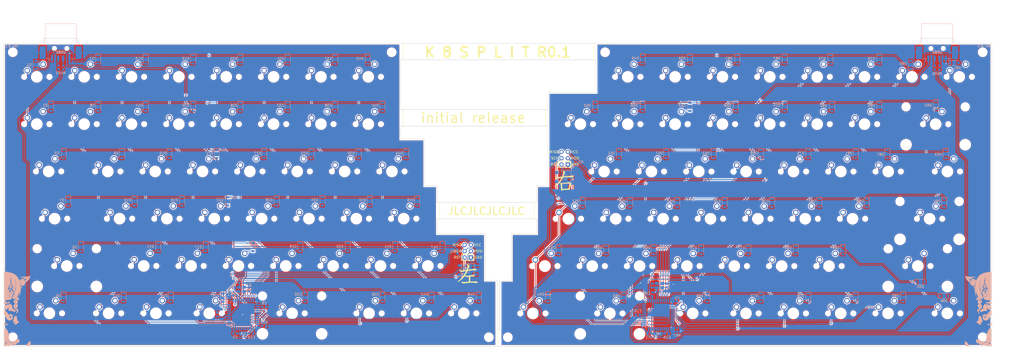
<source format=kicad_pcb>
(kicad_pcb (version 20171130) (host pcbnew 5.1.5)
  (layers (0 F.Cu signal) (31 B.Cu signal) (34 B.Paste user) (35 F.Paste user) (36 B.SilkS user) (37 F.SilkS user) (38 B.Mask user) (39 F.Mask user) (44 Edge.Cuts user))
  (net 0 "")
  (net 1 GND)
  (net 2 "Net-(C1-Pad1)")
  (net 3 "Net-(C2-Pad1)")
  (net 4 "Net-(C3-Pad1)")
  (net 5 +5V)
  (net 6 GNDA)
  (net 7 "Net-(C8-Pad1)")
  (net 8 "Net-(C9-Pad1)")
  (net 9 "Net-(C10-Pad1)")
  (net 10 +5VA)
  (net 11 "Net-(D1-Pad2)")
  (net 12 ROW0)
  (net 13 "Net-(D2-Pad2)")
  (net 14 ROW1)
  (net 15 "Net-(D3-Pad2)")
  (net 16 ROW2)
  (net 17 "Net-(D4-Pad2)")
  (net 18 ROW3)
  (net 19 "Net-(D5-Pad2)")
  (net 20 ROW4)
  (net 21 "Net-(D6-Pad2)")
  (net 22 ROW5)
  (net 23 "Net-(D7-Pad2)")
  (net 24 "Net-(D8-Pad2)")
  (net 25 "Net-(D9-Pad2)")
  (net 26 "Net-(D10-Pad2)")
  (net 27 "Net-(D11-Pad2)")
  (net 28 "Net-(D12-Pad2)")
  (net 29 "Net-(D13-Pad2)")
  (net 30 "Net-(D14-Pad2)")
  (net 31 "Net-(D15-Pad2)")
  (net 32 "Net-(D16-Pad2)")
  (net 33 "Net-(D17-Pad2)")
  (net 34 "Net-(D18-Pad2)")
  (net 35 "Net-(D19-Pad2)")
  (net 36 "Net-(D20-Pad2)")
  (net 37 "Net-(D21-Pad2)")
  (net 38 "Net-(D22-Pad2)")
  (net 39 "Net-(D23-Pad2)")
  (net 40 "Net-(D24-Pad2)")
  (net 41 "Net-(D25-Pad2)")
  (net 42 "Net-(D26-Pad2)")
  (net 43 "Net-(D27-Pad2)")
  (net 44 "Net-(D28-Pad2)")
  (net 45 "Net-(D29-Pad2)")
  (net 46 "Net-(D30-Pad2)")
  (net 47 "Net-(D31-Pad2)")
  (net 48 "Net-(D32-Pad2)")
  (net 49 "Net-(D33-Pad2)")
  (net 50 "Net-(D34-Pad2)")
  (net 51 "Net-(D35-Pad2)")
  (net 52 "Net-(D36-Pad2)")
  (net 53 "Net-(D37-Pad2)")
  (net 54 "Net-(D38-Pad2)")
  (net 55 "Net-(D39-Pad2)")
  (net 56 "Net-(D40-Pad2)")
  (net 57 "Net-(D41-Pad2)")
  (net 58 "Net-(D42-Pad2)")
  (net 59 "Net-(D43-Pad2)")
  (net 60 "Net-(D44-Pad2)")
  (net 61 "Net-(D45-Pad2)")
  (net 62 "Net-(D46-Pad2)")
  (net 63 "Net-(D47-Pad2)")
  (net 64 "Net-(D48-Pad2)")
  (net 65 "Net-(D49-Pad2)")
  (net 66 ROW0-R)
  (net 67 "Net-(D50-Pad2)")
  (net 68 ROW1-R)
  (net 69 "Net-(D51-Pad2)")
  (net 70 ROW2-R)
  (net 71 "Net-(D52-Pad2)")
  (net 72 ROW3-R)
  (net 73 "Net-(D53-Pad2)")
  (net 74 ROW4-R)
  (net 75 "Net-(D54-Pad2)")
  (net 76 ROW5-R)
  (net 77 "Net-(D55-Pad2)")
  (net 78 "Net-(D56-Pad2)")
  (net 79 "Net-(D57-Pad2)")
  (net 80 "Net-(D58-Pad2)")
  (net 81 "Net-(D59-Pad2)")
  (net 82 "Net-(D60-Pad2)")
  (net 83 "Net-(D61-Pad2)")
  (net 84 "Net-(D62-Pad2)")
  (net 85 "Net-(D63-Pad2)")
  (net 86 "Net-(D64-Pad2)")
  (net 87 "Net-(D65-Pad2)")
  (net 88 "Net-(D66-Pad2)")
  (net 89 "Net-(D67-Pad2)")
  (net 90 "Net-(D68-Pad2)")
  (net 91 "Net-(D69-Pad2)")
  (net 92 "Net-(D70-Pad2)")
  (net 93 "Net-(D71-Pad2)")
  (net 94 "Net-(D72-Pad2)")
  (net 95 "Net-(D73-Pad2)")
  (net 96 "Net-(D74-Pad2)")
  (net 97 "Net-(D77-Pad2)")
  (net 98 "Net-(D78-Pad2)")
  (net 99 "Net-(D79-Pad2)")
  (net 100 "Net-(D80-Pad2)")
  (net 101 "Net-(D81-Pad2)")
  (net 102 "Net-(D82-Pad2)")
  (net 103 "Net-(D83-Pad2)")
  (net 104 "Net-(D84-Pad2)")
  (net 105 "Net-(D85-Pad2)")
  (net 106 "Net-(D86-Pad2)")
  (net 107 "Net-(D87-Pad2)")
  (net 108 "Net-(D88-Pad2)")
  (net 109 "Net-(D89-Pad2)")
  (net 110 "Net-(D90-Pad2)")
  (net 111 "Net-(D91-Pad2)")
  (net 112 "Net-(D92-Pad2)")
  (net 113 "Net-(D93-Pad2)")
  (net 114 "Net-(D94-Pad2)")
  (net 115 "Net-(D95-Pad2)")
  (net 116 "Net-(D96-Pad2)")
  (net 117 RESET)
  (net 118 MOSI)
  (net 119 SCK)
  (net 120 MISO)
  (net 121 RESET-R)
  (net 122 MOSI-R)
  (net 123 SCK-R)
  (net 124 MISO-R)
  (net 125 COL0)
  (net 126 COL1)
  (net 127 COL2)
  (net 128 COL3)
  (net 129 COL4)
  (net 130 COL5)
  (net 131 COL6)
  (net 132 COL7)
  (net 133 COL0-R)
  (net 134 COL1-R)
  (net 135 COL2-R)
  (net 136 COL3-R)
  (net 137 COL4-R)
  (net 138 COL5-R)
  (net 139 COL6-R)
  (net 140 COL7-R)
  (net 141 "Net-(R3-Pad2)")
  (net 142 D-)
  (net 143 "Net-(R4-Pad2)")
  (net 144 D+)
  (net 145 "Net-(R5-Pad2)")
  (net 146 "Net-(R6-Pad2)")
  (net 147 "Net-(R25-Pad2)")
  (net 148 "Net-(R67-Pad2)")
  (net 149 "Net-(U1-Pad42)")
  (net 150 "Net-(U1-Pad41)")
  (net 151 "Net-(U1-Pad40)")
  (net 152 "Net-(U1-Pad39)")
  (net 153 "Net-(U1-Pad38)")
  (net 154 "Net-(U1-Pad37)")
  (net 155 "Net-(U1-Pad36)")
  (net 156 "Net-(U1-Pad8)")
  (net 157 "Net-(U1-Pad1)")
  (net 158 "Net-(U2-Pad42)")
  (net 159 "Net-(U2-Pad41)")
  (net 160 "Net-(U2-Pad40)")
  (net 161 "Net-(U2-Pad39)")
  (net 162 "Net-(U2-Pad38)")
  (net 163 "Net-(U2-Pad37)")
  (net 164 "Net-(U2-Pad36)")
  (net 165 "Net-(U2-Pad8)")
  (net 166 "Net-(U2-Pad1)")
  (net 167 "Net-(D75-Pad2)")
  (net 168 "Net-(D76-Pad2)")
  (net 169 R-D-)
  (net 170 R-D+)
  (module cad:l (layer F.Cu) (at 119.888 116.332)
    (fp_text reference G*** hide)
    (fp_text value LOGO hide)
  )
  (module cad:r (layer F.Cu) (at 158.496 78.74)
    (fp_text reference G*** hide)
    (fp_text value LOGO hide)
  )
  (module Resistor_SMD:R_0603_1608Metric (layer B.Cu) (at 204.216 138.684 90)
    (fp_text reference R67 (at -2.286 0 180) (layer B.SilkS) (effects (justify mirror)))
    (fp_text value 10k)
    (pad 2 smd roundrect (at 0.7875 0 90) (size 0.875 0.95) (layers B.Cu B.Paste B.Mask) (net 148 "Net-(R67-Pad2)"))
    (pad 1 smd roundrect (at -0.7875 0 90) (size 0.875 0.95) (layers B.Cu B.Paste B.Mask) (net 6 GNDA))
  )
  (module Resistor_SMD:R_0603_1608Metric (layer B.Cu) (at 38.1 137.16 180)
    (fp_text reference R25 (at 0 1.43) (layer B.SilkS) (effects (justify mirror)))
    (fp_text value 10k)
    (pad 2 smd roundrect (at 0.7875 0 180) (size 0.875 0.95) (layers B.Cu B.Paste B.Mask) (net 147 "Net-(R25-Pad2)"))
    (pad 1 smd roundrect (at -0.7875 0 180) (size 0.875 0.95) (layers B.Cu B.Paste B.Mask) (net 1 GND))
  )
  (module Resistor_SMD:R_0603_1608Metric (layer B.Cu) (at 309.8546 33.0962 90)
    (fp_text reference R6 (at -2.4638 0.0254 180) (layer B.SilkS) (effects (justify mirror)))
    (fp_text value 22)
    (pad 2 smd roundrect (at 0.7875 0 90) (size 0.875 0.95) (layers B.Cu B.Paste B.Mask) (net 146 "Net-(R6-Pad2)"))
    (pad 1 smd roundrect (at -0.7875 0 90) (size 0.875 0.95) (layers B.Cu B.Paste B.Mask) (net 170 R-D+))
  )
  (module Resistor_SMD:R_0603_1608Metric (layer B.Cu) (at 307.8226 33.0962 90)
    (fp_text reference R5 (at -2.4638 0.0254 180) (layer B.SilkS) (effects (justify mirror)))
    (fp_text value 22)
    (pad 2 smd roundrect (at 0.7875 0 90) (size 0.875 0.95) (layers B.Cu B.Paste B.Mask) (net 145 "Net-(R5-Pad2)"))
    (pad 1 smd roundrect (at -0.7875 0 90) (size 0.875 0.95) (layers B.Cu B.Paste B.Mask) (net 169 R-D-))
  )
  (module Resistor_SMD:R_0603_1608Metric (layer B.Cu) (at -42.672 33.02 90)
    (fp_text reference R4 (at -2.286 0 180) (layer B.SilkS) (effects (justify mirror)))
    (fp_text value 22)
    (pad 2 smd roundrect (at 0.7875 0 90) (size 0.875 0.95) (layers B.Cu B.Paste B.Mask) (net 143 "Net-(R4-Pad2)"))
    (pad 1 smd roundrect (at -0.7875 0 90) (size 0.875 0.95) (layers B.Cu B.Paste B.Mask) (net 144 D+))
  )
  (module Resistor_SMD:R_0603_1608Metric (layer B.Cu) (at -44.704 33.02 90)
    (fp_text reference R3 (at -2.286 0 180) (layer B.SilkS) (effects (justify mirror)))
    (fp_text value 22)
    (pad 2 smd roundrect (at 0.7875 0 90) (size 0.875 0.95) (layers B.Cu B.Paste B.Mask) (net 141 "Net-(R3-Pad2)"))
    (pad 1 smd roundrect (at -0.7875 0 90) (size 0.875 0.95) (layers B.Cu B.Paste B.Mask) (net 142 D-))
  )
  (module Resistor_SMD:R_0603_1608Metric (layer B.Cu) (at 163.576 71.12 90)
    (fp_text reference R2 (at 0 2.032 180) (layer B.SilkS) (effects (justify mirror)))
    (fp_text value 10k)
    (pad 2 smd roundrect (at 0.7875 0 90) (size 0.875 0.95) (layers B.Cu B.Paste B.Mask) (net 10 +5VA))
    (pad 1 smd roundrect (at -0.7875 0 90) (size 0.875 0.95) (layers B.Cu B.Paste B.Mask) (net 121 RESET-R))
  )
  (module Resistor_SMD:R_0603_1608Metric (layer B.Cu) (at 115.824 107.188 90)
    (fp_text reference R1 (at 0 -2.032 180) (layer B.SilkS) (effects (justify mirror)))
    (fp_text value 10k)
    (pad 2 smd roundrect (at 0.7875 0 90) (size 0.875 0.95) (layers B.Cu B.Paste B.Mask) (net 5 +5V))
    (pad 1 smd roundrect (at -0.7875 0 90) (size 0.875 0.95) (layers B.Cu B.Paste B.Mask) (net 117 RESET))
  )
  (module locallib:SKQGADE010 (layer B.Cu) (at 159.004 77.216)
    (fp_text reference SW2 hide)
    (fp_text value SW_Push)
    (pad 1 smd rect (at 3.1 -1.85) (size 1.8 1.1) (layers B.Cu B.Paste B.Mask) (net 6 GNDA))
    (pad 2 smd rect (at -3.1 1.85) (size 1.8 1.1) (layers B.Cu B.Paste B.Mask) (net 121 RESET-R))
    (pad 3 smd rect (at 3.1 1.85) (size 1.8 1.1) (layers B.Cu B.Paste B.Mask))
    (pad 4 smd rect (at -3.1 -1.85) (size 1.8 1.1) (layers B.Cu B.Paste B.Mask))
  )
  (module cad:ppp (layer B.Cu) (at 324.73873 128.81242 180)
    (fp_text reference G*** hide)
    (fp_text value LOGO hide)
  )
  (module cad:pppp (layer B.Cu) (at -60.474073 128.775491 180)
    (fp_text reference G*** hide)
    (fp_text value LOGO hide)
  )
  (module locallib:breakaway-mousebites (layer F.Cu) (at 170.942 26.67 270)
    (fp_text reference J9)
    (fp_text value Breakaway_Tabs)
    (pad "" np_thru_hole circle (at -2.54 -0.254 270) (size 0.7874 0.7874) (drill 0.7874) (layers *.Cu *.Mask))
    (pad "" np_thru_hole circle (at -1.27 -0.254 270) (size 0.7874 0.7874) (drill 0.7874) (layers *.Cu *.Mask))
    (pad "" np_thru_hole circle (at 2.54 -0.254 270) (size 0.7874 0.7874) (drill 0.7874) (layers *.Cu *.Mask))
    (pad "" np_thru_hole circle (at 1.27 -0.254 270) (size 0.7874 0.7874) (drill 0.7874) (layers *.Cu *.Mask))
    (pad "" np_thru_hole circle (at 0 -0.254 270) (size 0.7874 0.7874) (drill 0.7874) (layers *.Cu *.Mask))
  )
  (module locallib:breakaway-mousebites (layer F.Cu) (at 93.726 26.67 90)
    (fp_text reference J8)
    (fp_text value Breakaway_Tabs)
    (pad "" np_thru_hole circle (at -2.54 -0.254 90) (size 0.7874 0.7874) (drill 0.7874) (layers *.Cu *.Mask))
    (pad "" np_thru_hole circle (at -1.27 -0.254 90) (size 0.7874 0.7874) (drill 0.7874) (layers *.Cu *.Mask))
    (pad "" np_thru_hole circle (at 2.54 -0.254 90) (size 0.7874 0.7874) (drill 0.7874) (layers *.Cu *.Mask))
    (pad "" np_thru_hole circle (at 1.27 -0.254 90) (size 0.7874 0.7874) (drill 0.7874) (layers *.Cu *.Mask))
    (pad "" np_thru_hole circle (at 0 -0.254 90) (size 0.7874 0.7874) (drill 0.7874) (layers *.Cu *.Mask))
  )
  (module locallib:breakaway-mousebites (layer F.Cu) (at 151.638 53.34 270)
    (fp_text reference J7)
    (fp_text value Breakaway_Tabs)
    (pad "" np_thru_hole circle (at -2.54 -0.254 270) (size 0.7874 0.7874) (drill 0.7874) (layers *.Cu *.Mask))
    (pad "" np_thru_hole circle (at -1.27 -0.254 270) (size 0.7874 0.7874) (drill 0.7874) (layers *.Cu *.Mask))
    (pad "" np_thru_hole circle (at 2.54 -0.254 270) (size 0.7874 0.7874) (drill 0.7874) (layers *.Cu *.Mask))
    (pad "" np_thru_hole circle (at 1.27 -0.254 270) (size 0.7874 0.7874) (drill 0.7874) (layers *.Cu *.Mask))
    (pad "" np_thru_hole circle (at 0 -0.254 270) (size 0.7874 0.7874) (drill 0.7874) (layers *.Cu *.Mask))
  )
  (module locallib:breakaway-mousebites (layer F.Cu) (at 147.066 90.678 270)
    (fp_text reference J6)
    (fp_text value Breakaway_Tabs)
    (pad "" np_thru_hole circle (at -2.54 -0.254 270) (size 0.7874 0.7874) (drill 0.7874) (layers *.Cu *.Mask))
    (pad "" np_thru_hole circle (at -1.27 -0.254 270) (size 0.7874 0.7874) (drill 0.7874) (layers *.Cu *.Mask))
    (pad "" np_thru_hole circle (at 2.54 -0.254 270) (size 0.7874 0.7874) (drill 0.7874) (layers *.Cu *.Mask))
    (pad "" np_thru_hole circle (at 1.27 -0.254 270) (size 0.7874 0.7874) (drill 0.7874) (layers *.Cu *.Mask))
    (pad "" np_thru_hole circle (at 0 -0.254 270) (size 0.7874 0.7874) (drill 0.7874) (layers *.Cu *.Mask))
  )
  (module locallib:breakaway-mousebites (layer F.Cu) (at 108.458 90.678 90)
    (fp_text reference J5)
    (fp_text value Breakaway_Tabs)
    (pad "" np_thru_hole circle (at -2.54 -0.254 90) (size 0.7874 0.7874) (drill 0.7874) (layers *.Cu *.Mask))
    (pad "" np_thru_hole circle (at -1.27 -0.254 90) (size 0.7874 0.7874) (drill 0.7874) (layers *.Cu *.Mask))
    (pad "" np_thru_hole circle (at 2.54 -0.254 90) (size 0.7874 0.7874) (drill 0.7874) (layers *.Cu *.Mask))
    (pad "" np_thru_hole circle (at 1.27 -0.254 90) (size 0.7874 0.7874) (drill 0.7874) (layers *.Cu *.Mask))
    (pad "" np_thru_hole circle (at 0 -0.254 90) (size 0.7874 0.7874) (drill 0.7874) (layers *.Cu *.Mask))
  )
  (module locallib:breakaway-mousebites (layer F.Cu) (at 132.588 141.986 90)
    (fp_text reference J4)
    (fp_text value Breakaway_Tabs)
    (pad "" np_thru_hole circle (at -2.54 -0.254 90) (size 0.7874 0.7874) (drill 0.7874) (layers *.Cu *.Mask))
    (pad "" np_thru_hole circle (at -1.27 -0.254 90) (size 0.7874 0.7874) (drill 0.7874) (layers *.Cu *.Mask))
    (pad "" np_thru_hole circle (at 2.54 -0.254 90) (size 0.7874 0.7874) (drill 0.7874) (layers *.Cu *.Mask))
    (pad "" np_thru_hole circle (at 1.27 -0.254 90) (size 0.7874 0.7874) (drill 0.7874) (layers *.Cu *.Mask))
    (pad "" np_thru_hole circle (at 0 -0.254 90) (size 0.7874 0.7874) (drill 0.7874) (layers *.Cu *.Mask))
  )
  (module locallib:breakaway-mousebites (layer F.Cu) (at 93.726 53.34 90)
    (fp_text reference J3)
    (fp_text value Breakaway_Tabs)
    (pad "" np_thru_hole circle (at -2.54 -0.254 90) (size 0.7874 0.7874) (drill 0.7874) (layers *.Cu *.Mask))
    (pad "" np_thru_hole circle (at -1.27 -0.254 90) (size 0.7874 0.7874) (drill 0.7874) (layers *.Cu *.Mask))
    (pad "" np_thru_hole circle (at 2.54 -0.254 90) (size 0.7874 0.7874) (drill 0.7874) (layers *.Cu *.Mask))
    (pad "" np_thru_hole circle (at 1.27 -0.254 90) (size 0.7874 0.7874) (drill 0.7874) (layers *.Cu *.Mask))
    (pad "" np_thru_hole circle (at 0 -0.254 90) (size 0.7874 0.7874) (drill 0.7874) (layers *.Cu *.Mask))
  )
  (module Diode_SMD:D_SOD-123 (layer B.Cu) (at -47.625 48.895 270)
    (fp_text reference D2 (at -0.635 2.159) (layer B.SilkS) (effects (justify mirror)))
    (fp_text value SOD123)
    (pad 2 smd rect (at 1.65 0 270) (size 0.9 1.2) (layers B.Cu B.Paste B.Mask) (net 13 "Net-(D2-Pad2)"))
    (pad 1 smd rect (at -1.65 0 270) (size 0.9 1.2) (layers B.Cu B.Paste B.Mask) (net 14 ROW1))
  )
  (module Diode_SMD:D_SOD-123 (layer B.Cu) (at -42.545 67.945 270)
    (fp_text reference D3 (at -0.381 2.667 180) (layer B.SilkS) (effects (justify mirror)))
    (fp_text value SOD123)
    (pad 2 smd rect (at 1.65 0 270) (size 0.9 1.2) (layers B.Cu B.Paste B.Mask) (net 15 "Net-(D3-Pad2)"))
    (pad 1 smd rect (at -1.65 0 270) (size 0.9 1.2) (layers B.Cu B.Paste B.Mask) (net 16 ROW2))
  )
  (module Diode_SMD:D_SOD-123 (layer B.Cu) (at -40.64 86.995 270)
    (fp_text reference D4 (at -0.635 2.54) (layer B.SilkS) (effects (justify mirror)))
    (fp_text value SOD123)
    (pad 2 smd rect (at 1.65 0 270) (size 0.9 1.2) (layers B.Cu B.Paste B.Mask) (net 17 "Net-(D4-Pad2)"))
    (pad 1 smd rect (at -1.65 0 270) (size 0.9 1.2) (layers B.Cu B.Paste B.Mask) (net 18 ROW3))
  )
  (module Diode_SMD:D_SOD-123 (layer B.Cu) (at -35.56 105.41 270)
    (fp_text reference D5 (at 0 2.54) (layer B.SilkS) (effects (justify mirror)))
    (fp_text value SOD123)
    (pad 2 smd rect (at 1.65 0 270) (size 0.9 1.2) (layers B.Cu B.Paste B.Mask) (net 19 "Net-(D5-Pad2)"))
    (pad 1 smd rect (at -1.65 0 270) (size 0.9 1.2) (layers B.Cu B.Paste B.Mask) (net 20 ROW4))
  )
  (module Diode_SMD:D_SOD-123 (layer B.Cu) (at -42.545 125.73 270)
    (fp_text reference D6 (at -0.762 2.159 180) (layer B.SilkS) (effects (justify mirror)))
    (fp_text value SOD123)
    (pad 2 smd rect (at 1.65 0 270) (size 0.9 1.2) (layers B.Cu B.Paste B.Mask) (net 21 "Net-(D6-Pad2)"))
    (pad 1 smd rect (at -1.65 0 270) (size 0.9 1.2) (layers B.Cu B.Paste B.Mask) (net 22 ROW5))
  )
  (module Diode_SMD:D_SOD-123 (layer B.Cu) (at -28.575 29.845 270)
    (fp_text reference D7 (at -0.381 2.413) (layer B.SilkS) (effects (justify mirror)))
    (fp_text value SOD123)
    (pad 2 smd rect (at 1.65 0 270) (size 0.9 1.2) (layers B.Cu B.Paste B.Mask) (net 23 "Net-(D7-Pad2)"))
    (pad 1 smd rect (at -1.65 0 270) (size 0.9 1.2) (layers B.Cu B.Paste B.Mask) (net 12 ROW0))
  )
  (module Diode_SMD:D_SOD-123 (layer B.Cu) (at -28.575 48.895 270)
    (fp_text reference D8 (at -0.635 2.413) (layer B.SilkS) (effects (justify mirror)))
    (fp_text value SOD123)
    (pad 2 smd rect (at 1.65 0 270) (size 0.9 1.2) (layers B.Cu B.Paste B.Mask) (net 24 "Net-(D8-Pad2)"))
    (pad 1 smd rect (at -1.65 0 270) (size 0.9 1.2) (layers B.Cu B.Paste B.Mask) (net 14 ROW1))
  )
  (module Diode_SMD:D_SOD-123 (layer B.Cu) (at -19.05 67.945 270)
    (fp_text reference D9 (at -0.381 2.286) (layer B.SilkS) (effects (justify mirror)))
    (fp_text value SOD123)
    (pad 2 smd rect (at 1.65 0 270) (size 0.9 1.2) (layers B.Cu B.Paste B.Mask) (net 25 "Net-(D9-Pad2)"))
    (pad 1 smd rect (at -1.65 0 270) (size 0.9 1.2) (layers B.Cu B.Paste B.Mask) (net 16 ROW2))
  )
  (module Diode_SMD:D_SOD-123 (layer B.Cu) (at -13.97 86.995 270)
    (fp_text reference D10 (at -0.635 2.794) (layer B.SilkS) (effects (justify mirror)))
    (fp_text value SOD123)
    (pad 2 smd rect (at 1.65 0 270) (size 0.9 1.2) (layers B.Cu B.Paste B.Mask) (net 26 "Net-(D10-Pad2)"))
    (pad 1 smd rect (at -1.65 0 270) (size 0.9 1.2) (layers B.Cu B.Paste B.Mask) (net 18 ROW3))
  )
  (module Diode_SMD:D_SOD-123 (layer B.Cu) (at -4.445 105.41 270)
    (fp_text reference D11 (at -0.254 3.175 180) (layer B.SilkS) (effects (justify mirror)))
    (fp_text value SOD123)
    (pad 2 smd rect (at 1.65 0 270) (size 0.9 1.2) (layers B.Cu B.Paste B.Mask) (net 27 "Net-(D11-Pad2)"))
    (pad 1 smd rect (at -1.65 0 270) (size 0.9 1.2) (layers B.Cu B.Paste B.Mask) (net 20 ROW4))
  )
  (module Diode_SMD:D_SOD-123 (layer B.Cu) (at -18.415 125.73 270)
    (fp_text reference D12 (at -0.762 2.921) (layer B.SilkS) (effects (justify mirror)))
    (fp_text value SOD123)
    (pad 2 smd rect (at 1.65 0 270) (size 0.9 1.2) (layers B.Cu B.Paste B.Mask) (net 28 "Net-(D12-Pad2)"))
    (pad 1 smd rect (at -1.65 0 270) (size 0.9 1.2) (layers B.Cu B.Paste B.Mask) (net 22 ROW5))
  )
  (module Diode_SMD:D_SOD-123 (layer B.Cu) (at -9.525 29.845 270)
    (fp_text reference D13 (at -0.381 2.667) (layer B.SilkS) (effects (justify mirror)))
    (fp_text value SOD123)
    (pad 1 smd rect (at -1.65 0 270) (size 0.9 1.2) (layers B.Cu B.Paste B.Mask) (net 12 ROW0))
    (pad 2 smd rect (at 1.65 0 270) (size 0.9 1.2) (layers B.Cu B.Paste B.Mask) (net 29 "Net-(D13-Pad2)"))
  )
  (module Diode_SMD:D_SOD-123 (layer B.Cu) (at -9.525 48.895 270)
    (fp_text reference D14 (at -0.635 2.667 180) (layer B.SilkS) (effects (justify mirror)))
    (fp_text value SOD123)
    (pad 2 smd rect (at 1.65 0 270) (size 0.9 1.2) (layers B.Cu B.Paste B.Mask) (net 30 "Net-(D14-Pad2)"))
    (pad 1 smd rect (at -1.65 0 270) (size 0.9 1.2) (layers B.Cu B.Paste B.Mask) (net 14 ROW1))
  )
  (module Diode_SMD:D_SOD-123 (layer B.Cu) (at 0 67.945 270)
    (fp_text reference D15 (at -0.381 2.54) (layer B.SilkS) (effects (justify mirror)))
    (fp_text value SOD123)
    (pad 2 smd rect (at 1.65 0 270) (size 0.9 1.2) (layers B.Cu B.Paste B.Mask) (net 31 "Net-(D15-Pad2)"))
    (pad 1 smd rect (at -1.65 0 270) (size 0.9 1.2) (layers B.Cu B.Paste B.Mask) (net 16 ROW2))
  )
  (module Diode_SMD:D_SOD-123 (layer B.Cu) (at 5.08 86.995 270)
    (fp_text reference D16 (at -0.635 3.048) (layer B.SilkS) (effects (justify mirror)))
    (fp_text value SOD123)
    (pad 2 smd rect (at 1.65 0 270) (size 0.9 1.2) (layers B.Cu B.Paste B.Mask) (net 32 "Net-(D16-Pad2)"))
    (pad 1 smd rect (at -1.65 0 270) (size 0.9 1.2) (layers B.Cu B.Paste B.Mask) (net 18 ROW3))
  )
  (module Diode_SMD:D_SOD-123 (layer B.Cu) (at 14.605 105.41 270)
    (fp_text reference D17 (at 0 2.921 180) (layer B.SilkS) (effects (justify mirror)))
    (fp_text value SOD123)
    (pad 2 smd rect (at 1.65 0 270) (size 0.9 1.2) (layers B.Cu B.Paste B.Mask) (net 33 "Net-(D17-Pad2)"))
    (pad 1 smd rect (at -1.65 0 270) (size 0.9 1.2) (layers B.Cu B.Paste B.Mask) (net 20 ROW4))
  )
  (module Diode_SMD:D_SOD-123 (layer B.Cu) (at 0.635 125.73 270)
    (fp_text reference D18 (at -0.762 2.667 180) (layer B.SilkS) (effects (justify mirror)))
    (fp_text value SOD123)
    (pad 2 smd rect (at 1.65 0 270) (size 0.9 1.2) (layers B.Cu B.Paste B.Mask) (net 34 "Net-(D18-Pad2)"))
    (pad 1 smd rect (at -1.65 0 270) (size 0.9 1.2) (layers B.Cu B.Paste B.Mask) (net 22 ROW5))
  )
  (module Diode_SMD:D_SOD-123 (layer B.Cu) (at 9.525 29.845 270)
    (fp_text reference D19 (at -0.381 2.921) (layer B.SilkS) (effects (justify mirror)))
    (fp_text value SOD123)
    (pad 2 smd rect (at 1.65 0 270) (size 0.9 1.2) (layers B.Cu B.Paste B.Mask) (net 35 "Net-(D19-Pad2)"))
    (pad 1 smd rect (at -1.65 0 270) (size 0.9 1.2) (layers B.Cu B.Paste B.Mask) (net 12 ROW0))
  )
  (module Diode_SMD:D_SOD-123 (layer B.Cu) (at 9.525 48.895 270)
    (fp_text reference D20 (at -0.635 2.921 180) (layer B.SilkS) (effects (justify mirror)))
    (fp_text value SOD123)
    (pad 2 smd rect (at 1.65 0 270) (size 0.9 1.2) (layers B.Cu B.Paste B.Mask) (net 36 "Net-(D20-Pad2)"))
    (pad 1 smd rect (at -1.65 0 270) (size 0.9 1.2) (layers B.Cu B.Paste B.Mask) (net 14 ROW1))
  )
  (module Diode_SMD:D_SOD-123 (layer B.Cu) (at 19.05 67.945 270)
    (fp_text reference D21 (at -0.381 2.794 180) (layer B.SilkS) (effects (justify mirror)))
    (fp_text value SOD123)
    (pad 2 smd rect (at 1.65 0 270) (size 0.9 1.2) (layers B.Cu B.Paste B.Mask) (net 37 "Net-(D21-Pad2)"))
    (pad 1 smd rect (at -1.65 0 270) (size 0.9 1.2) (layers B.Cu B.Paste B.Mask) (net 16 ROW2))
  )
  (module Diode_SMD:D_SOD-123 (layer B.Cu) (at 23.495 86.995 270)
    (fp_text reference D22 (at -0.635 3.175 180) (layer B.SilkS) (effects (justify mirror)))
    (fp_text value SOD123)
    (pad 2 smd rect (at 1.65 0 270) (size 0.9 1.2) (layers B.Cu B.Paste B.Mask) (net 38 "Net-(D22-Pad2)"))
    (pad 1 smd rect (at -1.65 0 270) (size 0.9 1.2) (layers B.Cu B.Paste B.Mask) (net 18 ROW3))
  )
  (module Diode_SMD:D_SOD-123 (layer B.Cu) (at 33.655 105.41 270)
    (fp_text reference D23 (at -0.254 2.667 180) (layer B.SilkS) (effects (justify mirror)))
    (fp_text value SOD123)
    (pad 2 smd rect (at 1.65 0 270) (size 0.9 1.2) (layers B.Cu B.Paste B.Mask) (net 39 "Net-(D23-Pad2)"))
    (pad 1 smd rect (at -1.65 0 270) (size 0.9 1.2) (layers B.Cu B.Paste B.Mask) (net 20 ROW4))
  )
  (module Diode_SMD:D_SOD-123 (layer B.Cu) (at 21.59 125.73 270)
    (fp_text reference D24 (at -0.762 2.794) (layer B.SilkS) (effects (justify mirror)))
    (fp_text value SOD123)
    (pad 2 smd rect (at 1.65 0 270) (size 0.9 1.2) (layers B.Cu B.Paste B.Mask) (net 40 "Net-(D24-Pad2)"))
    (pad 1 smd rect (at -1.65 0 270) (size 0.9 1.2) (layers B.Cu B.Paste B.Mask) (net 22 ROW5))
  )
  (module Diode_SMD:D_SOD-123 (layer B.Cu) (at 28.575 29.845 270)
    (fp_text reference D25 (at -0.381 2.667 180) (layer B.SilkS) (effects (justify mirror)))
    (fp_text value SOD123)
    (pad 2 smd rect (at 1.65 0 270) (size 0.9 1.2) (layers B.Cu B.Paste B.Mask) (net 41 "Net-(D25-Pad2)"))
    (pad 1 smd rect (at -1.65 0 270) (size 0.9 1.2) (layers B.Cu B.Paste B.Mask) (net 12 ROW0))
  )
  (module Diode_SMD:D_SOD-123 (layer B.Cu) (at 28.575 48.895 270)
    (fp_text reference D26 (at -0.635 2.667 180) (layer B.SilkS) (effects (justify mirror)))
    (fp_text value SOD123)
    (pad 2 smd rect (at 1.65 0 270) (size 0.9 1.2) (layers B.Cu B.Paste B.Mask) (net 42 "Net-(D26-Pad2)"))
    (pad 1 smd rect (at -1.65 0 270) (size 0.9 1.2) (layers B.Cu B.Paste B.Mask) (net 14 ROW1))
  )
  (module Diode_SMD:D_SOD-123 (layer B.Cu) (at 38.1 67.945 270)
    (fp_text reference D27 (at -0.381 2.54 180) (layer B.SilkS) (effects (justify mirror)))
    (fp_text value SOD123)
    (pad 2 smd rect (at 1.65 0 270) (size 0.9 1.2) (layers B.Cu B.Paste B.Mask) (net 43 "Net-(D27-Pad2)"))
    (pad 1 smd rect (at -1.65 0 270) (size 0.9 1.2) (layers B.Cu B.Paste B.Mask) (net 16 ROW2))
  )
  (module Diode_SMD:D_SOD-123 (layer B.Cu) (at 43.18 86.995 270)
    (fp_text reference D28 (at -0.635 3.048 180) (layer B.SilkS) (effects (justify mirror)))
    (fp_text value SOD123)
    (pad 2 smd rect (at 1.65 0 270) (size 0.9 1.2) (layers B.Cu B.Paste B.Mask) (net 44 "Net-(D28-Pad2)"))
    (pad 1 smd rect (at -1.65 0 270) (size 0.9 1.2) (layers B.Cu B.Paste B.Mask) (net 18 ROW3))
  )
  (module Diode_SMD:D_SOD-123 (layer B.Cu) (at 52.705 105.41 270)
    (fp_text reference D29 (at -0.254 2.921 180) (layer B.SilkS) (effects (justify mirror)))
    (fp_text value SOD123)
    (pad 2 smd rect (at 1.65 0 270) (size 0.9 1.2) (layers B.Cu B.Paste B.Mask) (net 45 "Net-(D29-Pad2)"))
    (pad 1 smd rect (at -1.65 0 270) (size 0.9 1.2) (layers B.Cu B.Paste B.Mask) (net 20 ROW4))
  )
  (module Diode_SMD:D_SOD-123 (layer B.Cu) (at 54.61 125.73 270)
    (fp_text reference D30 (at -1.27 2.794 180) (layer B.SilkS) (effects (justify mirror)))
    (fp_text value SOD123)
    (pad 2 smd rect (at 1.65 0 270) (size 0.9 1.2) (layers B.Cu B.Paste B.Mask) (net 46 "Net-(D30-Pad2)"))
    (pad 1 smd rect (at -1.65 0 270) (size 0.9 1.2) (layers B.Cu B.Paste B.Mask) (net 22 ROW5))
  )
  (module Diode_SMD:D_SOD-123 (layer B.Cu) (at 47.625 29.845 270)
    (fp_text reference D31 (at -0.381 2.921) (layer B.SilkS) (effects (justify mirror)))
    (fp_text value SOD123)
    (pad 2 smd rect (at 1.65 0 270) (size 0.9 1.2) (layers B.Cu B.Paste B.Mask) (net 47 "Net-(D31-Pad2)"))
    (pad 1 smd rect (at -1.65 0 270) (size 0.9 1.2) (layers B.Cu B.Paste B.Mask) (net 12 ROW0))
  )
  (module Diode_SMD:D_SOD-123 (layer B.Cu) (at 47.625 48.895 270)
    (fp_text reference D32 (at -0.635 2.921) (layer B.SilkS) (effects (justify mirror)))
    (fp_text value SOD123)
    (pad 2 smd rect (at 1.65 0 270) (size 0.9 1.2) (layers B.Cu B.Paste B.Mask) (net 48 "Net-(D32-Pad2)"))
    (pad 1 smd rect (at -1.65 0 270) (size 0.9 1.2) (layers B.Cu B.Paste B.Mask) (net 14 ROW1))
  )
  (module Diode_SMD:D_SOD-123 (layer B.Cu) (at 57.15 67.945 270)
    (fp_text reference D33 (at -0.381 2.794 180) (layer B.SilkS) (effects (justify mirror)))
    (fp_text value SOD123)
    (pad 2 smd rect (at 1.65 0 270) (size 0.9 1.2) (layers B.Cu B.Paste B.Mask) (net 49 "Net-(D33-Pad2)"))
    (pad 1 smd rect (at -1.65 0 270) (size 0.9 1.2) (layers B.Cu B.Paste B.Mask) (net 16 ROW2))
  )
  (module Diode_SMD:D_SOD-123 (layer B.Cu) (at 61.595 86.995 270)
    (fp_text reference D34 (at -0.635 3.175) (layer B.SilkS) (effects (justify mirror)))
    (fp_text value SOD123)
    (pad 2 smd rect (at 1.65 0 270) (size 0.9 1.2) (layers B.Cu B.Paste B.Mask) (net 50 "Net-(D34-Pad2)"))
    (pad 1 smd rect (at -1.65 0 270) (size 0.9 1.2) (layers B.Cu B.Paste B.Mask) (net 18 ROW3))
  )
  (module Diode_SMD:D_SOD-123 (layer B.Cu) (at 71.755 105.41 270)
    (fp_text reference D35 (at -0.254 3.175) (layer B.SilkS) (effects (justify mirror)))
    (fp_text value SOD123)
    (pad 2 smd rect (at 1.65 0 270) (size 0.9 1.2) (layers B.Cu B.Paste B.Mask) (net 51 "Net-(D35-Pad2)"))
    (pad 1 smd rect (at -1.65 0 270) (size 0.9 1.2) (layers B.Cu B.Paste B.Mask) (net 20 ROW4))
  )
  (module Diode_SMD:D_SOD-123 (layer B.Cu) (at 85.725 125.73 270)
    (fp_text reference D36 (at -1.27 2.921) (layer B.SilkS) (effects (justify mirror)))
    (fp_text value SOD123)
    (pad 2 smd rect (at 1.65 0 270) (size 0.9 1.2) (layers B.Cu B.Paste B.Mask) (net 52 "Net-(D36-Pad2)"))
    (pad 1 smd rect (at -1.65 0 270) (size 0.9 1.2) (layers B.Cu B.Paste B.Mask) (net 22 ROW5))
  )
  (module Diode_SMD:D_SOD-123 (layer B.Cu) (at 66.675 29.845 270)
    (fp_text reference D37 (at -0.381 2.667) (layer B.SilkS) (effects (justify mirror)))
    (fp_text value SOD123)
    (pad 2 smd rect (at 1.65 0 270) (size 0.9 1.2) (layers B.Cu B.Paste B.Mask) (net 53 "Net-(D37-Pad2)"))
    (pad 1 smd rect (at -1.65 0 270) (size 0.9 1.2) (layers B.Cu B.Paste B.Mask) (net 12 ROW0))
  )
  (module Diode_SMD:D_SOD-123 (layer B.Cu) (at 66.675 48.895 270)
    (fp_text reference D38 (at -0.635 2.667) (layer B.SilkS) (effects (justify mirror)))
    (fp_text value SOD123)
    (pad 2 smd rect (at 1.65 0 270) (size 0.9 1.2) (layers B.Cu B.Paste B.Mask) (net 54 "Net-(D38-Pad2)"))
    (pad 1 smd rect (at -1.65 0 270) (size 0.9 1.2) (layers B.Cu B.Paste B.Mask) (net 14 ROW1))
  )
  (module Diode_SMD:D_SOD-123 (layer B.Cu) (at 76.2 67.945 270)
    (fp_text reference D39 (at -0.381 3.048) (layer B.SilkS) (effects (justify mirror)))
    (fp_text value SOD123)
    (pad 2 smd rect (at 1.65 0 270) (size 0.9 1.2) (layers B.Cu B.Paste B.Mask) (net 55 "Net-(D39-Pad2)"))
    (pad 1 smd rect (at -1.65 0 270) (size 0.9 1.2) (layers B.Cu B.Paste B.Mask) (net 16 ROW2))
  )
  (module Diode_SMD:D_SOD-123 (layer B.Cu) (at 80.645 86.995 270)
    (fp_text reference D40 (at -0.635 2.921) (layer B.SilkS) (effects (justify mirror)))
    (fp_text value SOD123)
    (pad 2 smd rect (at 1.65 0 270) (size 0.9 1.2) (layers B.Cu B.Paste B.Mask) (net 56 "Net-(D40-Pad2)"))
    (pad 1 smd rect (at -1.65 0 270) (size 0.9 1.2) (layers B.Cu B.Paste B.Mask) (net 18 ROW3))
  )
  (module Diode_SMD:D_SOD-123 (layer B.Cu) (at 90.805 105.41 270)
    (fp_text reference D41 (at -0.254 2.921) (layer B.SilkS) (effects (justify mirror)))
    (fp_text value SOD123)
    (pad 2 smd rect (at 1.65 0 270) (size 0.9 1.2) (layers B.Cu B.Paste B.Mask) (net 57 "Net-(D41-Pad2)"))
    (pad 1 smd rect (at -1.65 0 270) (size 0.9 1.2) (layers B.Cu B.Paste B.Mask) (net 20 ROW4))
  )
  (module Diode_SMD:D_SOD-123 (layer B.Cu) (at 105.41 125.73 270)
    (fp_text reference D42 (at -1.27 2.794) (layer B.SilkS) (effects (justify mirror)))
    (fp_text value SOD123)
    (pad 2 smd rect (at 1.65 0 270) (size 0.9 1.2) (layers B.Cu B.Paste B.Mask) (net 58 "Net-(D42-Pad2)"))
    (pad 1 smd rect (at -1.65 0 270) (size 0.9 1.2) (layers B.Cu B.Paste B.Mask) (net 22 ROW5))
  )
  (module Diode_SMD:D_SOD-123 (layer B.Cu) (at 79.756 29.845 270)
    (fp_text reference D43 (at -0.381 3.048) (layer B.SilkS) (effects (justify mirror)))
    (fp_text value SOD123)
    (pad 2 smd rect (at 1.65 0 270) (size 0.9 1.2) (layers B.Cu B.Paste B.Mask) (net 59 "Net-(D43-Pad2)"))
    (pad 1 smd rect (at -1.65 0 270) (size 0.9 1.2) (layers B.Cu B.Paste B.Mask) (net 12 ROW0))
  )
  (module Diode_SMD:D_SOD-123 (layer B.Cu) (at 85.725 48.895 270)
    (fp_text reference D44 (at -0.635 2.921) (layer B.SilkS) (effects (justify mirror)))
    (fp_text value SOD123)
    (pad 2 smd rect (at 1.65 0 270) (size 0.9 1.2) (layers B.Cu B.Paste B.Mask) (net 60 "Net-(D44-Pad2)"))
    (pad 1 smd rect (at -1.65 0 270) (size 0.9 1.2) (layers B.Cu B.Paste B.Mask) (net 14 ROW1))
  )
  (module Diode_SMD:D_SOD-123 (layer B.Cu) (at 95.25 67.945 270)
    (fp_text reference D45 (at -0.381 2.794) (layer B.SilkS) (effects (justify mirror)))
    (fp_text value SOD123)
    (pad 2 smd rect (at 1.65 0 270) (size 0.9 1.2) (layers B.Cu B.Paste B.Mask) (net 61 "Net-(D45-Pad2)"))
    (pad 1 smd rect (at -1.65 0 270) (size 0.9 1.2) (layers B.Cu B.Paste B.Mask) (net 16 ROW2))
  )
  (module Diode_SMD:D_SOD-123 (layer B.Cu) (at 99.695 86.995 270)
    (fp_text reference D46 (at -0.635 2.667) (layer B.SilkS) (effects (justify mirror)))
    (fp_text value SOD123)
    (pad 2 smd rect (at 1.65 0 270) (size 0.9 1.2) (layers B.Cu B.Paste B.Mask) (net 62 "Net-(D46-Pad2)"))
    (pad 1 smd rect (at -1.65 0 270) (size 0.9 1.2) (layers B.Cu B.Paste B.Mask) (net 18 ROW3))
  )
  (module Diode_SMD:D_SOD-123 (layer B.Cu) (at 109.855 105.41 270)
    (fp_text reference D47 (at 0 3.175) (layer B.SilkS) (effects (justify mirror)))
    (fp_text value SOD123)
    (pad 2 smd rect (at 1.65 0 270) (size 0.9 1.2) (layers B.Cu B.Paste B.Mask) (net 63 "Net-(D47-Pad2)"))
    (pad 1 smd rect (at -1.65 0 270) (size 0.9 1.2) (layers B.Cu B.Paste B.Mask) (net 20 ROW4))
  )
  (module Diode_SMD:D_SOD-123 (layer B.Cu) (at 124.46 125.73 270)
    (fp_text reference D48 (at -1.27 3.048) (layer B.SilkS) (effects (justify mirror)))
    (fp_text value SOD123)
    (pad 2 smd rect (at 1.65 0 270) (size 0.9 1.2) (layers B.Cu B.Paste B.Mask) (net 64 "Net-(D48-Pad2)"))
    (pad 1 smd rect (at -1.65 0 270) (size 0.9 1.2) (layers B.Cu B.Paste B.Mask) (net 22 ROW5))
  )
  (module Diode_SMD:D_SOD-123 (layer B.Cu) (at 190.373 29.845 270)
    (fp_text reference D49 (at -0.508 2.921) (layer B.SilkS) (effects (justify mirror)))
    (fp_text value SOD123)
    (pad 2 smd rect (at 1.65 0 270) (size 0.9 1.2) (layers B.Cu B.Paste B.Mask) (net 65 "Net-(D49-Pad2)"))
    (pad 1 smd rect (at -1.65 0 270) (size 0.9 1.2) (layers B.Cu B.Paste B.Mask) (net 66 ROW0-R))
  )
  (module Diode_SMD:D_SOD-123 (layer B.Cu) (at 171.323 48.895 270)
    (fp_text reference D50 (at -0.508 3.175) (layer B.SilkS) (effects (justify mirror)))
    (fp_text value SOD123)
    (pad 2 smd rect (at 1.65 0 270) (size 0.9 1.2) (layers B.Cu B.Paste B.Mask) (net 67 "Net-(D50-Pad2)"))
    (pad 1 smd rect (at -1.65 0 270) (size 0.9 1.2) (layers B.Cu B.Paste B.Mask) (net 68 ROW1-R))
  )
  (module Diode_SMD:D_SOD-123 (layer B.Cu) (at 180.848 67.945 270)
    (fp_text reference D51 (at -0.381 3.048) (layer B.SilkS) (effects (justify mirror)))
    (fp_text value SOD123)
    (pad 2 smd rect (at 1.65 0 270) (size 0.9 1.2) (layers B.Cu B.Paste B.Mask) (net 69 "Net-(D51-Pad2)"))
    (pad 1 smd rect (at -1.65 0 270) (size 0.9 1.2) (layers B.Cu B.Paste B.Mask) (net 70 ROW2-R))
  )
  (module Diode_SMD:D_SOD-123 (layer B.Cu) (at 166.243 87.63 270)
    (fp_text reference D52 (at -0.762 2.667) (layer B.SilkS) (effects (justify mirror)))
    (fp_text value SOD123)
    (pad 2 smd rect (at 1.65 0 270) (size 0.9 1.2) (layers B.Cu B.Paste B.Mask) (net 71 "Net-(D52-Pad2)"))
    (pad 1 smd rect (at -1.65 0 270) (size 0.9 1.2) (layers B.Cu B.Paste B.Mask) (net 72 ROW3-R))
  )
  (module Diode_SMD:D_SOD-123 (layer B.Cu) (at 156.718 106.68 270)
    (fp_text reference D53 (at -1.016 2.794) (layer B.SilkS) (effects (justify mirror)))
    (fp_text value SOD123)
    (pad 2 smd rect (at 1.65 0 270) (size 0.9 1.2) (layers B.Cu B.Paste B.Mask) (net 73 "Net-(D53-Pad2)"))
    (pad 1 smd rect (at -1.65 0 270) (size 0.9 1.2) (layers B.Cu B.Paste B.Mask) (net 74 ROW4-R))
  )
  (module Diode_SMD:D_SOD-123 (layer B.Cu) (at 152.273 125.73 270)
    (fp_text reference D54 (at -1.27 2.921) (layer B.SilkS) (effects (justify mirror)))
    (fp_text value SOD123)
    (pad 2 smd rect (at 1.65 0 270) (size 0.9 1.2) (layers B.Cu B.Paste B.Mask) (net 75 "Net-(D54-Pad2)"))
    (pad 1 smd rect (at -1.65 0 270) (size 0.9 1.2) (layers B.Cu B.Paste B.Mask) (net 76 ROW5-R))
  )
  (module Diode_SMD:D_SOD-123 (layer B.Cu) (at 209.423 29.845 270)
    (fp_text reference D55 (at -0.508 3.175) (layer B.SilkS) (effects (justify mirror)))
    (fp_text value SOD123)
    (pad 2 smd rect (at 1.65 0 270) (size 0.9 1.2) (layers B.Cu B.Paste B.Mask) (net 77 "Net-(D55-Pad2)"))
    (pad 1 smd rect (at -1.65 0 270) (size 0.9 1.2) (layers B.Cu B.Paste B.Mask) (net 66 ROW0-R))
  )
  (module Diode_SMD:D_SOD-123 (layer B.Cu) (at 190.373 48.895 270)
    (fp_text reference D56 (at -0.508 3.429) (layer B.SilkS) (effects (justify mirror)))
    (fp_text value SOD123)
    (pad 2 smd rect (at 1.65 0 270) (size 0.9 1.2) (layers B.Cu B.Paste B.Mask) (net 78 "Net-(D56-Pad2)"))
    (pad 1 smd rect (at -1.65 0 270) (size 0.9 1.2) (layers B.Cu B.Paste B.Mask) (net 68 ROW1-R))
  )
  (module Diode_SMD:D_SOD-123 (layer B.Cu) (at 199.898 67.945 270)
    (fp_text reference D57 (at -0.381 2.794) (layer B.SilkS) (effects (justify mirror)))
    (fp_text value SOD123)
    (pad 2 smd rect (at 1.65 0 270) (size 0.9 1.2) (layers B.Cu B.Paste B.Mask) (net 79 "Net-(D57-Pad2)"))
    (pad 1 smd rect (at -1.65 0 270) (size 0.9 1.2) (layers B.Cu B.Paste B.Mask) (net 70 ROW2-R))
  )
  (module Diode_SMD:D_SOD-123 (layer B.Cu) (at 185.293 87.63 270)
    (fp_text reference D58 (at -0.762 2.921) (layer B.SilkS) (effects (justify mirror)))
    (fp_text value SOD123)
    (pad 2 smd rect (at 1.65 0 270) (size 0.9 1.2) (layers B.Cu B.Paste B.Mask) (net 80 "Net-(D58-Pad2)"))
    (pad 1 smd rect (at -1.65 0 270) (size 0.9 1.2) (layers B.Cu B.Paste B.Mask) (net 72 ROW3-R))
  )
  (module Diode_SMD:D_SOD-123 (layer B.Cu) (at 175.768 106.68 270)
    (fp_text reference D59 (at -1.016 3.048) (layer B.SilkS) (effects (justify mirror)))
    (fp_text value SOD123)
    (pad 2 smd rect (at 1.65 0 270) (size 0.9 1.2) (layers B.Cu B.Paste B.Mask) (net 81 "Net-(D59-Pad2)"))
    (pad 1 smd rect (at -1.65 0 270) (size 0.9 1.2) (layers B.Cu B.Paste B.Mask) (net 74 ROW4-R))
  )
  (module Diode_SMD:D_SOD-123 (layer B.Cu) (at 182.753 125.73 270)
    (fp_text reference D60 (at -0.762 2.921) (layer B.SilkS) (effects (justify mirror)))
    (fp_text value SOD123)
    (pad 2 smd rect (at 1.65 0 270) (size 0.9 1.2) (layers B.Cu B.Paste B.Mask) (net 82 "Net-(D60-Pad2)"))
    (pad 1 smd rect (at -1.65 0 270) (size 0.9 1.2) (layers B.Cu B.Paste B.Mask) (net 76 ROW5-R))
  )
  (module Diode_SMD:D_SOD-123 (layer B.Cu) (at 228.473 29.845 270)
    (fp_text reference D61 (at -0.508 3.429) (layer B.SilkS) (effects (justify mirror)))
    (fp_text value SOD123)
    (pad 2 smd rect (at 1.65 0 270) (size 0.9 1.2) (layers B.Cu B.Paste B.Mask) (net 83 "Net-(D61-Pad2)"))
    (pad 1 smd rect (at -1.65 0 270) (size 0.9 1.2) (layers B.Cu B.Paste B.Mask) (net 66 ROW0-R))
  )
  (module Diode_SMD:D_SOD-123 (layer B.Cu) (at 209.423 48.895 270)
    (fp_text reference D62 (at -0.508 3.175) (layer B.SilkS) (effects (justify mirror)))
    (fp_text value SOD123)
    (pad 2 smd rect (at 1.65 0 270) (size 0.9 1.2) (layers B.Cu B.Paste B.Mask) (net 84 "Net-(D62-Pad2)"))
    (pad 1 smd rect (at -1.65 0 270) (size 0.9 1.2) (layers B.Cu B.Paste B.Mask) (net 68 ROW1-R))
  )
  (module Diode_SMD:D_SOD-123 (layer B.Cu) (at 218.948 67.945 270)
    (fp_text reference D63 (at -0.381 3.048) (layer B.SilkS) (effects (justify mirror)))
    (fp_text value SOD123)
    (pad 2 smd rect (at 1.65 0 270) (size 0.9 1.2) (layers B.Cu B.Paste B.Mask) (net 85 "Net-(D63-Pad2)"))
    (pad 1 smd rect (at -1.65 0 270) (size 0.9 1.2) (layers B.Cu B.Paste B.Mask) (net 70 ROW2-R))
  )
  (module Diode_SMD:D_SOD-123 (layer B.Cu) (at 204.343 87.63 270)
    (fp_text reference D64 (at -0.762 2.667) (layer B.SilkS) (effects (justify mirror)))
    (fp_text value SOD123)
    (pad 2 smd rect (at 1.65 0 270) (size 0.9 1.2) (layers B.Cu B.Paste B.Mask) (net 86 "Net-(D64-Pad2)"))
    (pad 1 smd rect (at -1.65 0 270) (size 0.9 1.2) (layers B.Cu B.Paste B.Mask) (net 72 ROW3-R))
  )
  (module Diode_SMD:D_SOD-123 (layer B.Cu) (at 194.818 106.68 270)
    (fp_text reference D65 (at -1.016 2.794) (layer B.SilkS) (effects (justify mirror)))
    (fp_text value SOD123)
    (pad 2 smd rect (at 1.65 0 270) (size 0.9 1.2) (layers B.Cu B.Paste B.Mask) (net 87 "Net-(D65-Pad2)"))
    (pad 1 smd rect (at -1.65 0 270) (size 0.9 1.2) (layers B.Cu B.Paste B.Mask) (net 74 ROW4-R))
  )
  (module Diode_SMD:D_SOD-123 (layer B.Cu) (at 216.408 125.73 270)
    (fp_text reference D66 (at -0.762 3.048) (layer B.SilkS) (effects (justify mirror)))
    (fp_text value SOD123)
    (pad 2 smd rect (at 1.65 0 270) (size 0.9 1.2) (layers B.Cu B.Paste B.Mask) (net 88 "Net-(D66-Pad2)"))
    (pad 1 smd rect (at -1.65 0 270) (size 0.9 1.2) (layers B.Cu B.Paste B.Mask) (net 76 ROW5-R))
  )
  (module Diode_SMD:D_SOD-123 (layer B.Cu) (at 247.523 29.845 270)
    (fp_text reference D67 (at -0.508 3.175) (layer B.SilkS) (effects (justify mirror)))
    (fp_text value SOD123)
    (pad 2 smd rect (at 1.65 0 270) (size 0.9 1.2) (layers B.Cu B.Paste B.Mask) (net 89 "Net-(D67-Pad2)"))
    (pad 1 smd rect (at -1.65 0 270) (size 0.9 1.2) (layers B.Cu B.Paste B.Mask) (net 66 ROW0-R))
  )
  (module Diode_SMD:D_SOD-123 (layer B.Cu) (at 227.838 48.895 270)
    (fp_text reference D68 (at -0.508 3.302) (layer B.SilkS) (effects (justify mirror)))
    (fp_text value SOD123)
    (pad 2 smd rect (at 1.65 0 270) (size 0.9 1.2) (layers B.Cu B.Paste B.Mask) (net 90 "Net-(D68-Pad2)"))
    (pad 1 smd rect (at -1.65 0 270) (size 0.9 1.2) (layers B.Cu B.Paste B.Mask) (net 68 ROW1-R))
  )
  (module Diode_SMD:D_SOD-123 (layer B.Cu) (at 237.998 67.945 270)
    (fp_text reference D69 (at -0.381 2.794) (layer B.SilkS) (effects (justify mirror)))
    (fp_text value SOD123)
    (pad 2 smd rect (at 1.65 0 270) (size 0.9 1.2) (layers B.Cu B.Paste B.Mask) (net 91 "Net-(D69-Pad2)"))
    (pad 1 smd rect (at -1.65 0 270) (size 0.9 1.2) (layers B.Cu B.Paste B.Mask) (net 70 ROW2-R))
  )
  (module Diode_SMD:D_SOD-123 (layer B.Cu) (at 223.393 87.63 270)
    (fp_text reference D70 (at -0.762 2.921) (layer B.SilkS) (effects (justify mirror)))
    (fp_text value SOD123)
    (pad 2 smd rect (at 1.65 0 270) (size 0.9 1.2) (layers B.Cu B.Paste B.Mask) (net 92 "Net-(D70-Pad2)"))
    (pad 1 smd rect (at -1.65 0 270) (size 0.9 1.2) (layers B.Cu B.Paste B.Mask) (net 72 ROW3-R))
  )
  (module Diode_SMD:D_SOD-123 (layer B.Cu) (at 213.868 106.68 270)
    (fp_text reference D71 (at -1.016 3.048) (layer B.SilkS) (effects (justify mirror)))
    (fp_text value SOD123)
    (pad 2 smd rect (at 1.65 0 270) (size 0.9 1.2) (layers B.Cu B.Paste B.Mask) (net 93 "Net-(D71-Pad2)"))
    (pad 1 smd rect (at -1.65 0 270) (size 0.9 1.2) (layers B.Cu B.Paste B.Mask) (net 74 ROW4-R))
  )
  (module Diode_SMD:D_SOD-123 (layer B.Cu) (at 237.998 125.73 270)
    (fp_text reference D72 (at -0.762 2.794) (layer B.SilkS) (effects (justify mirror)))
    (fp_text value SOD123)
    (pad 2 smd rect (at 1.65 0 270) (size 0.9 1.2) (layers B.Cu B.Paste B.Mask) (net 94 "Net-(D72-Pad2)"))
    (pad 1 smd rect (at -1.65 0 270) (size 0.9 1.2) (layers B.Cu B.Paste B.Mask) (net 76 ROW5-R))
  )
  (module Diode_SMD:D_SOD-123 (layer B.Cu) (at 265.938 29.845 270)
    (fp_text reference D73 (at -0.381 3.302) (layer B.SilkS) (effects (justify mirror)))
    (fp_text value SOD123)
    (pad 2 smd rect (at 1.65 0 270) (size 0.9 1.2) (layers B.Cu B.Paste B.Mask) (net 95 "Net-(D73-Pad2)"))
    (pad 1 smd rect (at -1.65 0 270) (size 0.9 1.2) (layers B.Cu B.Paste B.Mask) (net 66 ROW0-R))
  )
  (module Diode_SMD:D_SOD-123 (layer B.Cu) (at 247.523 48.895 270)
    (fp_text reference D74 (at -0.508 3.175) (layer B.SilkS) (effects (justify mirror)))
    (fp_text value SOD123)
    (pad 2 smd rect (at 1.65 0 270) (size 0.9 1.2) (layers B.Cu B.Paste B.Mask) (net 96 "Net-(D74-Pad2)"))
    (pad 1 smd rect (at -1.65 0 270) (size 0.9 1.2) (layers B.Cu B.Paste B.Mask) (net 68 ROW1-R))
  )
  (module Diode_SMD:D_SOD-123 (layer B.Cu) (at 257.048 67.945 270)
    (fp_text reference D75 (at -0.381 3.048) (layer B.SilkS) (effects (justify mirror)))
    (fp_text value SOD123)
    (pad 2 smd rect (at 1.65 0 270) (size 0.9 1.2) (layers B.Cu B.Paste B.Mask) (net 167 "Net-(D75-Pad2)"))
    (pad 1 smd rect (at -1.65 0 270) (size 0.9 1.2) (layers B.Cu B.Paste B.Mask) (net 70 ROW2-R))
  )
  (module Diode_SMD:D_SOD-123 (layer B.Cu) (at 242.443 87.63 270)
    (fp_text reference D76 (at -0.762 2.667) (layer B.SilkS) (effects (justify mirror)))
    (fp_text value SOD123)
    (pad 2 smd rect (at 1.65 0 270) (size 0.9 1.2) (layers B.Cu B.Paste B.Mask) (net 168 "Net-(D76-Pad2)"))
    (pad 1 smd rect (at -1.65 0 270) (size 0.9 1.2) (layers B.Cu B.Paste B.Mask) (net 72 ROW3-R))
  )
  (module Diode_SMD:D_SOD-123 (layer B.Cu) (at 232.918 106.68 270)
    (fp_text reference D77 (at -1.016 2.794) (layer B.SilkS) (effects (justify mirror)))
    (fp_text value SOD123)
    (pad 2 smd rect (at 1.65 0 270) (size 0.9 1.2) (layers B.Cu B.Paste B.Mask) (net 97 "Net-(D77-Pad2)"))
    (pad 1 smd rect (at -1.65 0 270) (size 0.9 1.2) (layers B.Cu B.Paste B.Mask) (net 74 ROW4-R))
  )
  (module Diode_SMD:D_SOD-123 (layer B.Cu) (at 257.048 125.73 270)
    (fp_text reference D78 (at -0.762 3.048) (layer B.SilkS) (effects (justify mirror)))
    (fp_text value SOD123)
    (pad 2 smd rect (at 1.65 0 270) (size 0.9 1.2) (layers B.Cu B.Paste B.Mask) (net 98 "Net-(D78-Pad2)"))
    (pad 1 smd rect (at -1.65 0 270) (size 0.9 1.2) (layers B.Cu B.Paste B.Mask) (net 76 ROW5-R))
  )
  (module Diode_SMD:D_SOD-123 (layer B.Cu) (at 285.623 29.845 270)
    (fp_text reference D79 (at -0.381 3.175) (layer B.SilkS) (effects (justify mirror)))
    (fp_text value SOD123)
    (pad 2 smd rect (at 1.65 0 270) (size 0.9 1.2) (layers B.Cu B.Paste B.Mask) (net 99 "Net-(D79-Pad2)"))
    (pad 1 smd rect (at -1.65 0 270) (size 0.9 1.2) (layers B.Cu B.Paste B.Mask) (net 66 ROW0-R))
  )
  (module Diode_SMD:D_SOD-123 (layer B.Cu) (at 266.573 48.895 270)
    (fp_text reference D80 (at -0.508 3.429) (layer B.SilkS) (effects (justify mirror)))
    (fp_text value SOD123)
    (pad 2 smd rect (at 1.65 0 270) (size 0.9 1.2) (layers B.Cu B.Paste B.Mask) (net 100 "Net-(D80-Pad2)"))
    (pad 1 smd rect (at -1.65 0 270) (size 0.9 1.2) (layers B.Cu B.Paste B.Mask) (net 68 ROW1-R))
  )
  (module Diode_SMD:D_SOD-123 (layer B.Cu) (at 276.098 67.945 270)
    (fp_text reference D81 (at -0.381 2.794) (layer B.SilkS) (effects (justify mirror)))
    (fp_text value SOD123)
    (pad 2 smd rect (at 1.65 0 270) (size 0.9 1.2) (layers B.Cu B.Paste B.Mask) (net 101 "Net-(D81-Pad2)"))
    (pad 1 smd rect (at -1.65 0 270) (size 0.9 1.2) (layers B.Cu B.Paste B.Mask) (net 70 ROW2-R))
  )
  (module Diode_SMD:D_SOD-123 (layer B.Cu) (at 261.493 87.63 270)
    (fp_text reference D82 (at -0.762 2.921) (layer B.SilkS) (effects (justify mirror)))
    (fp_text value SOD123)
    (pad 2 smd rect (at 1.65 0 270) (size 0.9 1.2) (layers B.Cu B.Paste B.Mask) (net 102 "Net-(D82-Pad2)"))
    (pad 1 smd rect (at -1.65 0 270) (size 0.9 1.2) (layers B.Cu B.Paste B.Mask) (net 72 ROW3-R))
  )
  (module Diode_SMD:D_SOD-123 (layer B.Cu) (at 251.968 106.68 270)
    (fp_text reference D83 (at -1.016 3.048) (layer B.SilkS) (effects (justify mirror)))
    (fp_text value SOD123)
    (pad 2 smd rect (at 1.65 0 270) (size 0.9 1.2) (layers B.Cu B.Paste B.Mask) (net 103 "Net-(D83-Pad2)"))
    (pad 1 smd rect (at -1.65 0 270) (size 0.9 1.2) (layers B.Cu B.Paste B.Mask) (net 74 ROW4-R))
  )
  (module Diode_SMD:D_SOD-123 (layer B.Cu) (at 276.098 125.73 270)
    (fp_text reference D84 (at -0.762 2.794) (layer B.SilkS) (effects (justify mirror)))
    (fp_text value SOD123)
    (pad 2 smd rect (at 1.65 0 270) (size 0.9 1.2) (layers B.Cu B.Paste B.Mask) (net 104 "Net-(D84-Pad2)"))
    (pad 1 smd rect (at -1.65 0 270) (size 0.9 1.2) (layers B.Cu B.Paste B.Mask) (net 76 ROW5-R))
  )
  (module Diode_SMD:D_SOD-123 (layer B.Cu) (at 298.196 32.004 90)
    (fp_text reference D85 (at 0.508 -3.048) (layer B.SilkS) (effects (justify mirror)))
    (fp_text value SOD123)
    (pad 2 smd rect (at 1.65 0 90) (size 0.9 1.2) (layers B.Cu B.Paste B.Mask) (net 105 "Net-(D85-Pad2)"))
    (pad 1 smd rect (at -1.65 0 90) (size 0.9 1.2) (layers B.Cu B.Paste B.Mask) (net 66 ROW0-R))
  )
  (module Diode_SMD:D_SOD-123 (layer B.Cu) (at 288.798 67.945 270)
    (fp_text reference D87 (at 0.127 2.794) (layer B.SilkS) (effects (justify mirror)))
    (fp_text value SOD123)
    (pad 2 smd rect (at 1.65 0 270) (size 0.9 1.2) (layers B.Cu B.Paste B.Mask) (net 107 "Net-(D87-Pad2)"))
    (pad 1 smd rect (at -1.65 0 270) (size 0.9 1.2) (layers B.Cu B.Paste B.Mask) (net 70 ROW2-R))
  )
  (module Diode_SMD:D_SOD-123 (layer B.Cu) (at 280.543 87.63 270)
    (fp_text reference D88 (at -0.762 2.667) (layer B.SilkS) (effects (justify mirror)))
    (fp_text value SOD123)
    (pad 2 smd rect (at 1.65 0 270) (size 0.9 1.2) (layers B.Cu B.Paste B.Mask) (net 108 "Net-(D88-Pad2)"))
    (pad 1 smd rect (at -1.65 0 270) (size 0.9 1.2) (layers B.Cu B.Paste B.Mask) (net 72 ROW3-R))
  )
  (module Diode_SMD:D_SOD-123 (layer B.Cu) (at 271.018 106.68 270)
    (fp_text reference D89 (at -1.016 2.794) (layer B.SilkS) (effects (justify mirror)))
    (fp_text value SOD123)
    (pad 2 smd rect (at 1.65 0 270) (size 0.9 1.2) (layers B.Cu B.Paste B.Mask) (net 109 "Net-(D89-Pad2)"))
    (pad 1 smd rect (at -1.65 0 270) (size 0.9 1.2) (layers B.Cu B.Paste B.Mask) (net 74 ROW4-R))
  )
  (module Diode_SMD:D_SOD-123 (layer B.Cu) (at 295.148 125.73 270)
    (fp_text reference D90 (at -0.762 3.048) (layer B.SilkS) (effects (justify mirror)))
    (fp_text value SOD123)
    (pad 2 smd rect (at 1.65 0 270) (size 0.9 1.2) (layers B.Cu B.Paste B.Mask) (net 110 "Net-(D90-Pad2)"))
    (pad 1 smd rect (at -1.65 0 270) (size 0.9 1.2) (layers B.Cu B.Paste B.Mask) (net 76 ROW5-R))
  )
  (module Diode_SMD:D_SOD-123 (layer B.Cu) (at 315.722 31.242)
    (fp_text reference D91 (at 1.27 2 180) (layer B.SilkS) (effects (justify mirror)))
    (fp_text value SOD123)
    (pad 2 smd rect (at 1.65 0) (size 0.9 1.2) (layers B.Cu B.Paste B.Mask) (net 111 "Net-(D91-Pad2)"))
    (pad 1 smd rect (at -1.65 0) (size 0.9 1.2) (layers B.Cu B.Paste B.Mask) (net 66 ROW0-R))
  )
  (module Diode_SMD:D_SOD-123 (layer B.Cu) (at 308.356 48.26 270)
    (fp_text reference D92 (at 0 3.048) (layer B.SilkS) (effects (justify mirror)))
    (fp_text value SOD123)
    (pad 2 smd rect (at 1.65 0 270) (size 0.9 1.2) (layers B.Cu B.Paste B.Mask) (net 112 "Net-(D92-Pad2)"))
    (pad 1 smd rect (at -1.65 0 270) (size 0.9 1.2) (layers B.Cu B.Paste B.Mask) (net 68 ROW1-R))
  )
  (module Diode_SMD:D_SOD-123 (layer B.Cu) (at 312.293 67.945 270)
    (fp_text reference D93 (at 0.127 2.921) (layer B.SilkS) (effects (justify mirror)))
    (fp_text value SOD123)
    (pad 2 smd rect (at 1.65 0 270) (size 0.9 1.2) (layers B.Cu B.Paste B.Mask) (net 113 "Net-(D93-Pad2)"))
    (pad 1 smd rect (at -1.65 0 270) (size 0.9 1.2) (layers B.Cu B.Paste B.Mask) (net 70 ROW2-R))
  )
  (module Diode_SMD:D_SOD-123 (layer B.Cu) (at 311.658 87.63 270)
    (fp_text reference D94 (at -0.762 2.794) (layer B.SilkS) (effects (justify mirror)))
    (fp_text value SOD123)
    (pad 2 smd rect (at 1.65 0 270) (size 0.9 1.2) (layers B.Cu B.Paste B.Mask) (net 114 "Net-(D94-Pad2)"))
    (pad 1 smd rect (at -1.65 0 270) (size 0.9 1.2) (layers B.Cu B.Paste B.Mask) (net 72 ROW3-R))
  )
  (module Diode_SMD:D_SOD-123 (layer B.Cu) (at 302.133 119.38)
    (fp_text reference D95 (at 0 2 180) (layer B.SilkS) (effects (justify mirror)))
    (fp_text value SOD123)
    (pad 2 smd rect (at 1.65 0) (size 0.9 1.2) (layers B.Cu B.Paste B.Mask) (net 115 "Net-(D95-Pad2)"))
    (pad 1 smd rect (at -1.65 0) (size 0.9 1.2) (layers B.Cu B.Paste B.Mask) (net 74 ROW4-R))
  )
  (module Diode_SMD:D_SOD-123 (layer B.Cu) (at 311.658 125.095)
    (fp_text reference D96 (at 0 2 180) (layer B.SilkS) (effects (justify mirror)))
    (fp_text value SOD123)
    (pad 2 smd rect (at 1.65 0) (size 0.9 1.2) (layers B.Cu B.Paste B.Mask) (net 116 "Net-(D96-Pad2)"))
    (pad 1 smd rect (at -1.65 0) (size 0.9 1.2) (layers B.Cu B.Paste B.Mask) (net 76 ROW5-R))
  )
  (module Diode_SMD:D_SOD-123 (layer B.Cu) (at -53.848 32.004 90)
    (fp_text reference D1 (at 0 -2.54) (layer B.SilkS) (effects (justify mirror)))
    (fp_text value SOD123)
    (pad 2 smd rect (at 1.65 0 90) (size 0.9 1.2) (layers B.Cu B.Paste B.Mask) (net 11 "Net-(D1-Pad2)"))
    (pad 1 smd rect (at -1.65 0 90) (size 0.9 1.2) (layers B.Cu B.Paste B.Mask) (net 12 ROW0))
  )
  (module Diode_SMD:D_SOD-123 (layer B.Cu) (at 285.623 48.895 270)
    (fp_text reference D86 (at -0.635 3.175 180) (layer B.SilkS) (effects (justify mirror)))
    (fp_text value SOD123)
    (pad 2 smd rect (at 1.65 0 270) (size 0.9 1.2) (layers B.Cu B.Paste B.Mask) (net 106 "Net-(D86-Pad2)"))
    (pad 1 smd rect (at -1.65 0 270) (size 0.9 1.2) (layers B.Cu B.Paste B.Mask) (net 68 ROW1-R))
  )
  (module MountingHole:MountingHole_3.2mm_M3 (layer F.Cu) (at 327.152 141.732)
    (fp_text reference H8 hide)
    (fp_text value MountingHole)
    (pad 1 np_thru_hole circle (at 0 0) (size 3.2 3.2) (drill 3.2) (layers *.Cu *.Mask))
  )
  (module MountingHole:MountingHole_3.2mm_M3 (layer F.Cu) (at 327.152 26.924)
    (fp_text reference H7 hide)
    (fp_text value MountingHole)
    (pad 1 np_thru_hole circle (at 0 0) (size 3.2 3.2) (drill 3.2) (layers *.Cu *.Mask))
  )
  (module MountingHole:MountingHole_3.2mm_M3 (layer F.Cu) (at 136.144 141.732)
    (fp_text reference H6 hide)
    (fp_text value MountingHole)
    (pad 1 np_thru_hole circle (at 0 0) (size 3.2 3.2) (drill 3.2) (layers *.Cu *.Mask))
  )
  (module MountingHole:MountingHole_3.2mm_M3 (layer F.Cu) (at 175.26 26.924)
    (fp_text reference H5 hide)
    (fp_text value MountingHole)
    (pad 1 np_thru_hole circle (at 0 0) (size 3.2 3.2) (drill 3.2) (layers *.Cu *.Mask))
  )
  (module MountingHole:MountingHole_3.2mm_M3 (layer F.Cu) (at 128.524 141.732)
    (fp_text reference H4 hide)
    (fp_text value MountingHole)
    (pad 1 np_thru_hole circle (at 0 0) (size 3.2 3.2) (drill 3.2) (layers *.Cu *.Mask))
  )
  (module MountingHole:MountingHole_3.2mm_M3 (layer F.Cu) (at 89.408 26.924)
    (fp_text reference H3 hide)
    (fp_text value MountingHole)
    (pad 1 np_thru_hole circle (at 0 0) (size 3.2 3.2) (drill 3.2) (layers *.Cu *.Mask))
  )
  (module MountingHole:MountingHole_3.2mm_M3 (layer F.Cu) (at -62.992 141.732)
    (fp_text reference H2 hide)
    (fp_text value MountingHole)
    (pad 1 np_thru_hole circle (at 0 0) (size 3.2 3.2) (drill 3.2) (layers *.Cu *.Mask))
  )
  (module MountingHole:MountingHole_3.2mm_M3 (layer F.Cu) (at -62.992 26.924)
    (fp_text reference H1 hide)
    (fp_text value MountingHole)
    (pad 1 np_thru_hole circle (at 0 0) (size 3.2 3.2) (drill 3.2) (layers *.Cu *.Mask))
  )
  (module Capacitor_SMD:C_0603_1608Metric (layer B.Cu) (at 204.216 128.016 90)
    (fp_text reference C5 (at 2.032 0) (layer B.SilkS) (effects (justify mirror)))
    (fp_text value 0.1uF)
    (pad 2 smd roundrect (at 0.7875 0 90) (size 0.875 0.95) (layers B.Cu B.Paste B.Mask) (net 6 GNDA))
    (pad 1 smd roundrect (at -0.7875 0 90) (size 0.875 0.95) (layers B.Cu B.Paste B.Mask) (net 10 +5VA))
  )
  (module MX_Only:MXOnly-1U-NoLED (layer F.Cu) (at 298.680339 36.829192)
    (fp_text reference MX85)
    (fp_text value MX-NoLED)
    (pad 2 thru_hole circle (at 2.54 -5.08) (size 2.25 2.25) (drill 1.47) (layers *.Cu B.Mask) (net 105 "Net-(D85-Pad2)"))
    (pad "" np_thru_hole circle (at 0 0) (size 3.9878 3.9878) (drill 3.9878) (layers *.Cu *.Mask))
    (pad 1 thru_hole circle (at -3.81 -2.54) (size 2.25 2.25) (drill 1.47) (layers *.Cu B.Mask) (net 139 COL6-R))
    (pad "" np_thru_hole circle (at -5.08 0 48.0996) (size 1.75 1.75) (drill 1.75) (layers *.Cu *.Mask))
    (pad "" np_thru_hole circle (at 5.08 0 48.0996) (size 1.75 1.75) (drill 1.75) (layers *.Cu *.Mask))
  )
  (module locallib:CUI_UJ2-AH-4-SMT (layer B.Cu) (at 305.308 29.464)
    (fp_text reference USB2 (at 3.556 -2.54) (layer B.SilkS) (effects (font (size 1.001937 1.001937) (thickness 0.2)) (justify mirror)))
    (fp_text value USB_A_SMT)
    (pad None np_thru_hole circle (at 6 -4.08) (size 1.3 1.3) (drill 1.3) (layers *.Cu *.Mask))
    (pad None np_thru_hole circle (at 1 -4.08) (size 1.3 1.3) (drill 1.3) (layers *.Cu *.Mask))
    (pad SH2 smd rect (at 10.75 -2.375) (size 2.5 5.15) (layers B.Cu B.Paste B.Mask) (net 6 GNDA))
    (pad SH1 smd rect (at -3.75 -2.375) (size 2.5 5.15) (layers B.Cu B.Paste B.Mask) (net 6 GNDA))
    (pad 4 smd rect (at 7 0) (size 0.9 2.5) (layers B.Cu B.Paste B.Mask) (net 6 GNDA))
    (pad 3 smd rect (at 4.5 0) (size 0.9 2.5) (layers B.Cu B.Paste B.Mask) (net 146 "Net-(R6-Pad2)"))
    (pad 2 smd rect (at 2.5 0) (size 0.9 2.5) (layers B.Cu B.Paste B.Mask) (net 145 "Net-(R5-Pad2)"))
    (pad 1 smd rect (at 0 0) (size 0.9 2.5) (layers B.Cu B.Paste B.Mask) (net 10 +5VA))
  )
  (module locallib:CUI_UJ2-AH-4-SMT (layer B.Cu) (at -47.244 29.464)
    (fp_text reference USB1 (at 3.556 -2.54) (layer B.SilkS) (effects (font (size 1.001937 1.001937) (thickness 0.2)) (justify mirror)))
    (fp_text value USB_A_SMT)
    (pad None np_thru_hole circle (at 6 -4.08) (size 1.3 1.3) (drill 1.3) (layers *.Cu *.Mask))
    (pad None np_thru_hole circle (at 1 -4.08) (size 1.3 1.3) (drill 1.3) (layers *.Cu *.Mask))
    (pad SH2 smd rect (at 10.75 -2.375) (size 2.5 5.15) (layers B.Cu B.Paste B.Mask) (net 1 GND))
    (pad SH1 smd rect (at -3.75 -2.375) (size 2.5 5.15) (layers B.Cu B.Paste B.Mask) (net 1 GND))
    (pad 4 smd rect (at 7 0) (size 0.9 2.5) (layers B.Cu B.Paste B.Mask) (net 1 GND))
    (pad 3 smd rect (at 4.5 0) (size 0.9 2.5) (layers B.Cu B.Paste B.Mask) (net 143 "Net-(R4-Pad2)"))
    (pad 2 smd rect (at 2.5 0) (size 0.9 2.5) (layers B.Cu B.Paste B.Mask) (net 141 "Net-(R3-Pad2)"))
    (pad 1 smd rect (at 0 0) (size 0.9 2.5) (layers B.Cu B.Paste B.Mask) (net 5 +5V))
  )
  (module Capacitor_SMD:C_0603_1608Metric (layer B.Cu) (at 38.1 129.54)
    (fp_text reference C6 (at 0 -1.524) (layer B.SilkS) (effects (justify mirror)))
    (fp_text value 0.1uF)
    (pad 2 smd roundrect (at 0.7875 0) (size 0.875 0.95) (layers B.Cu B.Paste B.Mask) (net 1 GND))
    (pad 1 smd roundrect (at -0.7875 0) (size 0.875 0.95) (layers B.Cu B.Paste B.Mask) (net 5 +5V))
  )
  (module MX_Only:MXOnly-1U-NoLED (layer F.Cu) (at 27.773774 113.014888)
    (fp_text reference MX23)
    (fp_text value MX-NoLED)
    (pad 2 thru_hole circle (at 2.54 -5.08) (size 2.25 2.25) (drill 1.47) (layers *.Cu B.Mask) (net 39 "Net-(D23-Pad2)"))
    (pad "" np_thru_hole circle (at 0 0) (size 3.9878 3.9878) (drill 3.9878) (layers *.Cu *.Mask))
    (pad 1 thru_hole circle (at -3.81 -2.54) (size 2.25 2.25) (drill 1.47) (layers *.Cu B.Mask) (net 128 COL3))
    (pad "" np_thru_hole circle (at -5.08 0 48.0996) (size 1.75 1.75) (drill 1.75) (layers *.Cu *.Mask))
    (pad "" np_thru_hole circle (at 5.08 0 48.0996) (size 1.75 1.75) (drill 1.75) (layers *.Cu *.Mask))
  )
  (module MX_Only:MXOnly-1U-NoLED (layer F.Cu) (at 22.86 55.88)
    (fp_text reference MX26)
    (fp_text value MX-NoLED)
    (pad 2 thru_hole circle (at 2.54 -5.08) (size 2.25 2.25) (drill 1.47) (layers *.Cu B.Mask) (net 42 "Net-(D26-Pad2)"))
    (pad "" np_thru_hole circle (at 0 0) (size 3.9878 3.9878) (drill 3.9878) (layers *.Cu *.Mask))
    (pad 1 thru_hole circle (at -3.81 -2.54) (size 2.25 2.25) (drill 1.47) (layers *.Cu B.Mask) (net 129 COL4))
    (pad "" np_thru_hole circle (at -5.08 0 48.0996) (size 1.75 1.75) (drill 1.75) (layers *.Cu *.Mask))
    (pad "" np_thru_hole circle (at 5.08 0 48.0996) (size 1.75 1.75) (drill 1.75) (layers *.Cu *.Mask))
  )
  (module MX_Only:MXOnly-1U-NoLED (layer F.Cu) (at 41.91 55.88)
    (fp_text reference MX32)
    (fp_text value MX-NoLED)
    (pad 2 thru_hole circle (at 2.54 -5.08) (size 2.25 2.25) (drill 1.47) (layers *.Cu B.Mask) (net 48 "Net-(D32-Pad2)"))
    (pad "" np_thru_hole circle (at 0 0) (size 3.9878 3.9878) (drill 3.9878) (layers *.Cu *.Mask))
    (pad 1 thru_hole circle (at -3.81 -2.54) (size 2.25 2.25) (drill 1.47) (layers *.Cu B.Mask) (net 130 COL5))
    (pad "" np_thru_hole circle (at -5.08 0 48.0996) (size 1.75 1.75) (drill 1.75) (layers *.Cu *.Mask))
    (pad "" np_thru_hole circle (at 5.08 0 48.0996) (size 1.75 1.75) (drill 1.75) (layers *.Cu *.Mask))
  )
  (module MX_Only:MXOnly-1U-NoLED (layer F.Cu) (at 151.041409 113.066416)
    (fp_text reference MX53)
    (fp_text value MX-NoLED)
    (pad 2 thru_hole circle (at 2.54 -5.08) (size 2.25 2.25) (drill 1.47) (layers *.Cu B.Mask) (net 73 "Net-(D53-Pad2)"))
    (pad "" np_thru_hole circle (at 0 0) (size 3.9878 3.9878) (drill 3.9878) (layers *.Cu *.Mask))
    (pad 1 thru_hole circle (at -3.81 -2.54) (size 2.25 2.25) (drill 1.47) (layers *.Cu B.Mask) (net 133 COL0-R))
    (pad "" np_thru_hole circle (at -5.08 0 48.0996) (size 1.75 1.75) (drill 1.75) (layers *.Cu *.Mask))
    (pad "" np_thru_hole circle (at 5.08 0 48.0996) (size 1.75 1.75) (drill 1.75) (layers *.Cu *.Mask))
  )
  (module MX_Only:MXOnly-2.25U-NoLED (layer F.Cu) (at 177.189074 132.131241)
    (fp_text reference MX60)
    (fp_text value MX-NoLED)
    (pad 2 thru_hole circle (at 2.54 -5.08) (size 2.25 2.25) (drill 1.47) (layers *.Cu B.Mask) (net 82 "Net-(D60-Pad2)"))
    (pad "" np_thru_hole circle (at 0 0) (size 3.9878 3.9878) (drill 3.9878) (layers *.Cu *.Mask))
    (pad 1 thru_hole circle (at -3.81 -2.54) (size 2.25 2.25) (drill 1.47) (layers *.Cu B.Mask) (net 134 COL1-R))
    (pad "" np_thru_hole circle (at -5.08 0 48.0996) (size 1.75 1.75) (drill 1.75) (layers *.Cu *.Mask))
    (pad "" np_thru_hole circle (at 5.08 0 48.0996) (size 1.75 1.75) (drill 1.75) (layers *.Cu *.Mask))
    (pad "" np_thru_hole circle (at -11.90625 -6.985) (size 3.048 3.048) (drill 3.048) (layers *.Cu *.Mask))
    (pad "" np_thru_hole circle (at 11.90625 -6.985) (size 3.048 3.048) (drill 3.048) (layers *.Cu *.Mask))
    (pad "" np_thru_hole circle (at -11.90625 8.255) (size 3.9878 3.9878) (drill 3.9878) (layers *.Cu *.Mask))
    (pad "" np_thru_hole circle (at 11.90625 8.255) (size 3.9878 3.9878) (drill 3.9878) (layers *.Cu *.Mask))
  )
  (module MX_Only:MXOnly-1U-NoLED (layer F.Cu) (at 184.375888 55.890445)
    (fp_text reference MX56)
    (fp_text value MX-NoLED)
    (pad 2 thru_hole circle (at 2.54 -5.08) (size 2.25 2.25) (drill 1.47) (layers *.Cu B.Mask) (net 78 "Net-(D56-Pad2)"))
    (pad "" np_thru_hole circle (at 0 0) (size 3.9878 3.9878) (drill 3.9878) (layers *.Cu *.Mask))
    (pad 1 thru_hole circle (at -3.81 -2.54) (size 2.25 2.25) (drill 1.47) (layers *.Cu B.Mask) (net 134 COL1-R))
    (pad "" np_thru_hole circle (at -5.08 0 48.0996) (size 1.75 1.75) (drill 1.75) (layers *.Cu *.Mask))
    (pad "" np_thru_hole circle (at 5.08 0 48.0996) (size 1.75 1.75) (drill 1.75) (layers *.Cu *.Mask))
  )
  (module MX_Only:MXOnly-1U-NoLED (layer F.Cu) (at 174.854201 74.974066)
    (fp_text reference MX51)
    (fp_text value MX-NoLED)
    (pad 2 thru_hole circle (at 2.54 -5.08) (size 2.25 2.25) (drill 1.47) (layers *.Cu B.Mask) (net 69 "Net-(D51-Pad2)"))
    (pad "" np_thru_hole circle (at 0 0) (size 3.9878 3.9878) (drill 3.9878) (layers *.Cu *.Mask))
    (pad 1 thru_hole circle (at -3.81 -2.54) (size 2.25 2.25) (drill 1.47) (layers *.Cu B.Mask) (net 133 COL0-R))
    (pad "" np_thru_hole circle (at -5.08 0 48.0996) (size 1.75 1.75) (drill 1.75) (layers *.Cu *.Mask))
    (pad "" np_thru_hole circle (at 5.08 0 48.0996) (size 1.75 1.75) (drill 1.75) (layers *.Cu *.Mask))
  )
  (module Capacitor_SMD:C_0603_1608Metric (layer B.Cu) (at 28.956 119.888)
    (fp_text reference C2 (at 0 -1.524) (layer B.SilkS) (effects (justify mirror)))
    (fp_text value 22pF)
    (pad 2 smd roundrect (at 0.7875 0) (size 0.875 0.95) (layers B.Cu B.Paste B.Mask) (net 1 GND))
    (pad 1 smd roundrect (at -0.7875 0) (size 0.875 0.95) (layers B.Cu B.Paste B.Mask) (net 3 "Net-(C2-Pad1)"))
  )
  (module MX_Only:MXOnly-1U-NoLED (layer F.Cu) (at 89.522783 74.936332)
    (fp_text reference MX45)
    (fp_text value MX-NoLED)
    (pad 2 thru_hole circle (at 2.54 -5.08) (size 2.25 2.25) (drill 1.47) (layers *.Cu B.Mask) (net 61 "Net-(D45-Pad2)"))
    (pad "" np_thru_hole circle (at 0 0) (size 3.9878 3.9878) (drill 3.9878) (layers *.Cu *.Mask))
    (pad 1 thru_hole circle (at -3.81 -2.54) (size 2.25 2.25) (drill 1.47) (layers *.Cu B.Mask) (net 132 COL7))
    (pad "" np_thru_hole circle (at -5.08 0 48.0996) (size 1.75 1.75) (drill 1.75) (layers *.Cu *.Mask))
    (pad "" np_thru_hole circle (at 5.08 0 48.0996) (size 1.75 1.75) (drill 1.75) (layers *.Cu *.Mask))
  )
  (module Capacitor_SMD:C_0603_1608Metric (layer B.Cu) (at 26.416 140.208)
    (fp_text reference C4 (at 0 1.43) (layer B.SilkS) (effects (justify mirror)))
    (fp_text value 0.1uF)
    (pad 2 smd roundrect (at 0.7875 0) (size 0.875 0.95) (layers B.Cu B.Paste B.Mask) (net 1 GND))
    (pad 1 smd roundrect (at -0.7875 0) (size 0.875 0.95) (layers B.Cu B.Paste B.Mask) (net 5 +5V))
  )
  (module MX_Only:MXOnly-1U-NoLED (layer F.Cu) (at 80.01 55.88)
    (fp_text reference MX44)
    (fp_text value MX-NoLED)
    (pad 2 thru_hole circle (at 2.54 -5.08) (size 2.25 2.25) (drill 1.47) (layers *.Cu B.Mask) (net 60 "Net-(D44-Pad2)"))
    (pad "" np_thru_hole circle (at 0 0) (size 3.9878 3.9878) (drill 3.9878) (layers *.Cu *.Mask))
    (pad 1 thru_hole circle (at -3.81 -2.54) (size 2.25 2.25) (drill 1.47) (layers *.Cu B.Mask) (net 132 COL7))
    (pad "" np_thru_hole circle (at -5.08 0 48.0996) (size 1.75 1.75) (drill 1.75) (layers *.Cu *.Mask))
    (pad "" np_thru_hole circle (at 5.08 0 48.0996) (size 1.75 1.75) (drill 1.75) (layers *.Cu *.Mask))
  )
  (module Crystal:Crystal_SMD_3225-4Pin_3.2x2.5mm (layer B.Cu) (at 197.104 120.904 180)
    (fp_text reference Y2 (at 0 2.45) (layer B.SilkS) (effects (justify mirror)))
    (fp_text value 16MHz)
    (pad 4 smd rect (at -1.1 0.85 180) (size 1.4 1.2) (layers B.Cu B.Paste B.Mask) (net 6 GNDA))
    (pad 3 smd rect (at 1.1 0.85 180) (size 1.4 1.2) (layers B.Cu B.Paste B.Mask) (net 8 "Net-(C9-Pad1)"))
    (pad 2 smd rect (at 1.1 -0.85 180) (size 1.4 1.2) (layers B.Cu B.Paste B.Mask) (net 6 GNDA))
    (pad 1 smd rect (at -1.1 -0.85 180) (size 1.4 1.2) (layers B.Cu B.Paste B.Mask) (net 7 "Net-(C8-Pad1)"))
  )
  (module Capacitor_SMD:C_0603_1608Metric (layer B.Cu) (at 193.04 140.208)
    (fp_text reference C11 (at 0 1.43) (layer B.SilkS) (effects (justify mirror)))
    (fp_text value 0.1uF)
    (pad 2 smd roundrect (at 0.7875 0) (size 0.875 0.95) (layers B.Cu B.Paste B.Mask) (net 6 GNDA))
    (pad 1 smd roundrect (at -0.7875 0) (size 0.875 0.95) (layers B.Cu B.Paste B.Mask) (net 10 +5VA))
  )
  (module Capacitor_SMD:C_0603_1608Metric (layer B.Cu) (at 188.468 132.588 180)
    (fp_text reference C10 (at 0 1.43) (layer B.SilkS) (effects (justify mirror)))
    (fp_text value 1uF)
    (pad 2 smd roundrect (at 0.7875 0 180) (size 0.875 0.95) (layers B.Cu B.Paste B.Mask) (net 6 GNDA))
    (pad 1 smd roundrect (at -0.7875 0 180) (size 0.875 0.95) (layers B.Cu B.Paste B.Mask) (net 9 "Net-(C10-Pad1)"))
  )
  (module MX_Only:MXOnly-1.25U-NoLED (layer F.Cu) (at 210.513241 132.118479)
    (fp_text reference MX66)
    (fp_text value MX-NoLED)
    (pad 2 thru_hole circle (at 2.54 -5.08) (size 2.25 2.25) (drill 1.47) (layers *.Cu B.Mask) (net 88 "Net-(D66-Pad2)"))
    (pad "" np_thru_hole circle (at 0 0) (size 3.9878 3.9878) (drill 3.9878) (layers *.Cu *.Mask))
    (pad 1 thru_hole circle (at -3.81 -2.54) (size 2.25 2.25) (drill 1.47) (layers *.Cu B.Mask) (net 135 COL2-R))
    (pad "" np_thru_hole circle (at -5.08 0 48.0996) (size 1.75 1.75) (drill 1.75) (layers *.Cu *.Mask))
    (pad "" np_thru_hole circle (at 5.08 0 48.0996) (size 1.75 1.75) (drill 1.75) (layers *.Cu *.Mask))
  )
  (module MX_Only:MXOnly-2.25U-NoLED (layer F.Cu) (at 49.358112 132.095921)
    (fp_text reference MX30)
    (fp_text value MX-NoLED)
    (pad 2 thru_hole circle (at 2.54 -5.08) (size 2.25 2.25) (drill 1.47) (layers *.Cu B.Mask) (net 46 "Net-(D30-Pad2)"))
    (pad "" np_thru_hole circle (at 0 0) (size 3.9878 3.9878) (drill 3.9878) (layers *.Cu *.Mask))
    (pad 1 thru_hole circle (at -3.81 -2.54) (size 2.25 2.25) (drill 1.47) (layers *.Cu B.Mask) (net 129 COL4))
    (pad "" np_thru_hole circle (at -5.08 0 48.0996) (size 1.75 1.75) (drill 1.75) (layers *.Cu *.Mask))
    (pad "" np_thru_hole circle (at 5.08 0 48.0996) (size 1.75 1.75) (drill 1.75) (layers *.Cu *.Mask))
    (pad "" np_thru_hole circle (at -11.90625 -6.985) (size 3.048 3.048) (drill 3.048) (layers *.Cu *.Mask))
    (pad "" np_thru_hole circle (at 11.90625 -6.985) (size 3.048 3.048) (drill 3.048) (layers *.Cu *.Mask))
    (pad "" np_thru_hole circle (at -11.90625 8.255) (size 3.9878 3.9878) (drill 3.9878) (layers *.Cu *.Mask))
    (pad "" np_thru_hole circle (at 11.90625 8.255) (size 3.9878 3.9878) (drill 3.9878) (layers *.Cu *.Mask))
  )
  (module MX_Only:MXOnly-1.25U-NoLED (layer F.Cu) (at 16.035748 132.085616)
    (fp_text reference MX24)
    (fp_text value MX-NoLED)
    (pad 2 thru_hole circle (at 2.54 -5.08) (size 2.25 2.25) (drill 1.47) (layers *.Cu B.Mask) (net 40 "Net-(D24-Pad2)"))
    (pad "" np_thru_hole circle (at 0 0) (size 3.9878 3.9878) (drill 3.9878) (layers *.Cu *.Mask))
    (pad 1 thru_hole circle (at -3.81 -2.54) (size 2.25 2.25) (drill 1.47) (layers *.Cu B.Mask) (net 128 COL3))
    (pad "" np_thru_hole circle (at -5.08 0 48.0996) (size 1.75 1.75) (drill 1.75) (layers *.Cu *.Mask))
    (pad "" np_thru_hole circle (at 5.08 0 48.0996) (size 1.75 1.75) (drill 1.75) (layers *.Cu *.Mask))
  )
  (module MX_Only:MXOnly-1U-NoLED (layer F.Cu) (at 99.365838 132.096756)
    (fp_text reference MX42)
    (fp_text value MX-NoLED)
    (pad 2 thru_hole circle (at 2.54 -5.08) (size 2.25 2.25) (drill 1.47) (layers *.Cu B.Mask) (net 58 "Net-(D42-Pad2)"))
    (pad "" np_thru_hole circle (at 0 0) (size 3.9878 3.9878) (drill 3.9878) (layers *.Cu *.Mask))
    (pad 1 thru_hole circle (at -3.81 -2.54) (size 2.25 2.25) (drill 1.47) (layers *.Cu B.Mask) (net 131 COL6))
    (pad "" np_thru_hole circle (at -5.08 0 48.0996) (size 1.75 1.75) (drill 1.75) (layers *.Cu *.Mask))
    (pad "" np_thru_hole circle (at 5.08 0 48.0996) (size 1.75 1.75) (drill 1.75) (layers *.Cu *.Mask))
  )
  (module MX_Only:MXOnly-1.5U-NoLED (layer F.Cu) (at -48.26 132.08)
    (fp_text reference MX6)
    (fp_text value MX-NoLED)
    (pad 2 thru_hole circle (at 2.54 -5.08) (size 2.25 2.25) (drill 1.47) (layers *.Cu B.Mask) (net 21 "Net-(D6-Pad2)"))
    (pad "" np_thru_hole circle (at 0 0) (size 3.9878 3.9878) (drill 3.9878) (layers *.Cu *.Mask))
    (pad 1 thru_hole circle (at -3.81 -2.54) (size 2.25 2.25) (drill 1.47) (layers *.Cu B.Mask) (net 125 COL0))
    (pad "" np_thru_hole circle (at -5.08 0 48.0996) (size 1.75 1.75) (drill 1.75) (layers *.Cu *.Mask))
    (pad "" np_thru_hole circle (at 5.08 0 48.0996) (size 1.75 1.75) (drill 1.75) (layers *.Cu *.Mask))
  )
  (module MX_Only:MXOnly-2.25U-NoLED (layer F.Cu) (at -41.275 113.03)
    (fp_text reference MX5)
    (fp_text value MX-NoLED)
    (pad 2 thru_hole circle (at 2.54 -5.08) (size 2.25 2.25) (drill 1.47) (layers *.Cu B.Mask) (net 19 "Net-(D5-Pad2)"))
    (pad "" np_thru_hole circle (at 0 0) (size 3.9878 3.9878) (drill 3.9878) (layers *.Cu *.Mask))
    (pad 1 thru_hole circle (at -3.81 -2.54) (size 2.25 2.25) (drill 1.47) (layers *.Cu B.Mask) (net 125 COL0))
    (pad "" np_thru_hole circle (at -5.08 0 48.0996) (size 1.75 1.75) (drill 1.75) (layers *.Cu *.Mask))
    (pad "" np_thru_hole circle (at 5.08 0 48.0996) (size 1.75 1.75) (drill 1.75) (layers *.Cu *.Mask))
    (pad "" np_thru_hole circle (at -11.90625 -6.985) (size 3.048 3.048) (drill 3.048) (layers *.Cu *.Mask))
    (pad "" np_thru_hole circle (at 11.90625 -6.985) (size 3.048 3.048) (drill 3.048) (layers *.Cu *.Mask))
    (pad "" np_thru_hole circle (at -11.90625 8.255) (size 3.9878 3.9878) (drill 3.9878) (layers *.Cu *.Mask))
    (pad "" np_thru_hole circle (at 11.90625 8.255) (size 3.9878 3.9878) (drill 3.9878) (layers *.Cu *.Mask))
  )
  (module MX_Only:MXOnly-1.75U-NoLED (layer F.Cu) (at -46.176268 93.968887)
    (fp_text reference MX4)
    (fp_text value MX-NoLED)
    (pad 2 thru_hole circle (at 2.54 -5.08) (size 2.25 2.25) (drill 1.47) (layers *.Cu B.Mask) (net 17 "Net-(D4-Pad2)"))
    (pad "" np_thru_hole circle (at 0 0) (size 3.9878 3.9878) (drill 3.9878) (layers *.Cu *.Mask))
    (pad 1 thru_hole circle (at -3.81 -2.54) (size 2.25 2.25) (drill 1.47) (layers *.Cu B.Mask) (net 125 COL0))
    (pad "" np_thru_hole circle (at -5.08 0 48.0996) (size 1.75 1.75) (drill 1.75) (layers *.Cu *.Mask))
    (pad "" np_thru_hole circle (at 5.08 0 48.0996) (size 1.75 1.75) (drill 1.75) (layers *.Cu *.Mask))
  )
  (module MX_Only:MXOnly-1.5U-NoLED (layer F.Cu) (at -48.577963 74.921403)
    (fp_text reference MX3)
    (fp_text value MX-NoLED)
    (pad 2 thru_hole circle (at 2.54 -5.08) (size 2.25 2.25) (drill 1.47) (layers *.Cu B.Mask) (net 15 "Net-(D3-Pad2)"))
    (pad "" np_thru_hole circle (at 0 0) (size 3.9878 3.9878) (drill 3.9878) (layers *.Cu *.Mask))
    (pad 1 thru_hole circle (at -3.81 -2.54) (size 2.25 2.25) (drill 1.47) (layers *.Cu B.Mask) (net 125 COL0))
    (pad "" np_thru_hole circle (at -5.08 0 48.0996) (size 1.75 1.75) (drill 1.75) (layers *.Cu *.Mask))
    (pad "" np_thru_hole circle (at 5.08 0 48.0996) (size 1.75 1.75) (drill 1.75) (layers *.Cu *.Mask))
  )
  (module MX_Only:MXOnly-1U-NoLED (layer F.Cu) (at -24.451551 132.079122)
    (fp_text reference MX12)
    (fp_text value MX-NoLED)
    (pad 2 thru_hole circle (at 2.54 -5.08) (size 2.25 2.25) (drill 1.47) (layers *.Cu B.Mask) (net 28 "Net-(D12-Pad2)"))
    (pad "" np_thru_hole circle (at 0 0) (size 3.9878 3.9878) (drill 3.9878) (layers *.Cu *.Mask))
    (pad 1 thru_hole circle (at -3.81 -2.54) (size 2.25 2.25) (drill 1.47) (layers *.Cu B.Mask) (net 126 COL1))
    (pad "" np_thru_hole circle (at -5.08 0 48.0996) (size 1.75 1.75) (drill 1.75) (layers *.Cu *.Mask))
    (pad "" np_thru_hole circle (at 5.08 0 48.0996) (size 1.75 1.75) (drill 1.75) (layers *.Cu *.Mask))
  )
  (module MX_Only:MXOnly-1U-NoLED (layer F.Cu) (at 146.228709 132.131965)
    (fp_text reference MX54)
    (fp_text value MX-NoLED)
    (pad 2 thru_hole circle (at 2.54 -5.08) (size 2.25 2.25) (drill 1.47) (layers *.Cu B.Mask) (net 75 "Net-(D54-Pad2)"))
    (pad "" np_thru_hole circle (at 0 0) (size 3.9878 3.9878) (drill 3.9878) (layers *.Cu *.Mask))
    (pad 1 thru_hole circle (at -3.81 -2.54) (size 2.25 2.25) (drill 1.47) (layers *.Cu B.Mask) (net 133 COL0-R))
    (pad "" np_thru_hole circle (at -5.08 0 48.0996) (size 1.75 1.75) (drill 1.75) (layers *.Cu *.Mask))
    (pad "" np_thru_hole circle (at 5.08 0 48.0996) (size 1.75 1.75) (drill 1.75) (layers *.Cu *.Mask))
  )
  (module MX_Only:MXOnly-1U-NoLED (layer F.Cu) (at 160.512442 94.009176)
    (fp_text reference MX52)
    (fp_text value MX-NoLED)
    (pad 2 thru_hole circle (at 2.54 -5.08) (size 2.25 2.25) (drill 1.47) (layers *.Cu B.Mask) (net 71 "Net-(D52-Pad2)"))
    (pad "" np_thru_hole circle (at 0 0) (size 3.9878 3.9878) (drill 3.9878) (layers *.Cu *.Mask))
    (pad 1 thru_hole circle (at -3.81 -2.54) (size 2.25 2.25) (drill 1.47) (layers *.Cu B.Mask) (net 133 COL0-R))
    (pad "" np_thru_hole circle (at -5.08 0 48.0996) (size 1.75 1.75) (drill 1.75) (layers *.Cu *.Mask))
    (pad "" np_thru_hole circle (at 5.08 0 48.0996) (size 1.75 1.75) (drill 1.75) (layers *.Cu *.Mask))
  )
  (module MX_Only:MXOnly-1.5U-NoLED (layer F.Cu) (at 312.912442 132.109176)
    (fp_text reference MX96)
    (fp_text value MX-NoLED)
    (pad 2 thru_hole circle (at 2.54 -5.08) (size 2.25 2.25) (drill 1.47) (layers *.Cu B.Mask) (net 116 "Net-(D96-Pad2)"))
    (pad "" np_thru_hole circle (at 0 0) (size 3.9878 3.9878) (drill 3.9878) (layers *.Cu *.Mask))
    (pad 1 thru_hole circle (at -3.81 -2.54) (size 2.25 2.25) (drill 1.47) (layers *.Cu B.Mask) (net 140 COL7-R))
    (pad "" np_thru_hole circle (at -5.08 0 48.0996) (size 1.75 1.75) (drill 1.75) (layers *.Cu *.Mask))
    (pad "" np_thru_hole circle (at 5.08 0 48.0996) (size 1.75 1.75) (drill 1.75) (layers *.Cu *.Mask))
  )
  (module MX_Only:MXOnly-2.75U-NoLED (layer F.Cu) (at 301.063524 113.049673)
    (fp_text reference MX95)
    (fp_text value MX-NoLED)
    (pad 2 thru_hole circle (at 2.54 -5.08) (size 2.25 2.25) (drill 1.47) (layers *.Cu B.Mask) (net 115 "Net-(D95-Pad2)"))
    (pad "" np_thru_hole circle (at 0 0) (size 3.9878 3.9878) (drill 3.9878) (layers *.Cu *.Mask))
    (pad 1 thru_hole circle (at -3.81 -2.54) (size 2.25 2.25) (drill 1.47) (layers *.Cu B.Mask) (net 140 COL7-R))
    (pad "" np_thru_hole circle (at -5.08 0 48.0996) (size 1.75 1.75) (drill 1.75) (layers *.Cu *.Mask))
    (pad "" np_thru_hole circle (at 5.08 0 48.0996) (size 1.75 1.75) (drill 1.75) (layers *.Cu *.Mask))
    (pad "" np_thru_hole circle (at -11.90625 -6.985) (size 3.048 3.048) (drill 3.048) (layers *.Cu *.Mask))
    (pad "" np_thru_hole circle (at 11.90625 -6.985) (size 3.048 3.048) (drill 3.048) (layers *.Cu *.Mask))
    (pad "" np_thru_hole circle (at -11.90625 8.255) (size 3.9878 3.9878) (drill 3.9878) (layers *.Cu *.Mask))
    (pad "" np_thru_hole circle (at 11.90625 8.255) (size 3.9878 3.9878) (drill 3.9878) (layers *.Cu *.Mask))
  )
  (module MX_Only:MXOnly-2.25U-NoLED (layer F.Cu) (at 305.800442 94.009176)
    (fp_text reference MX94)
    (fp_text value MX-NoLED)
    (pad 2 thru_hole circle (at 2.54 -5.08) (size 2.25 2.25) (drill 1.47) (layers *.Cu B.Mask) (net 114 "Net-(D94-Pad2)"))
    (pad "" np_thru_hole circle (at 0 0) (size 3.9878 3.9878) (drill 3.9878) (layers *.Cu *.Mask))
    (pad 1 thru_hole circle (at -3.81 -2.54) (size 2.25 2.25) (drill 1.47) (layers *.Cu B.Mask) (net 140 COL7-R))
    (pad "" np_thru_hole circle (at -5.08 0 48.0996) (size 1.75 1.75) (drill 1.75) (layers *.Cu *.Mask))
    (pad "" np_thru_hole circle (at 5.08 0 48.0996) (size 1.75 1.75) (drill 1.75) (layers *.Cu *.Mask))
    (pad "" np_thru_hole circle (at -11.90625 -6.985) (size 3.048 3.048) (drill 3.048) (layers *.Cu *.Mask))
    (pad "" np_thru_hole circle (at 11.90625 -6.985) (size 3.048 3.048) (drill 3.048) (layers *.Cu *.Mask))
    (pad "" np_thru_hole circle (at -11.90625 8.255) (size 3.9878 3.9878) (drill 3.9878) (layers *.Cu *.Mask))
    (pad "" np_thru_hole circle (at 11.90625 8.255) (size 3.9878 3.9878) (drill 3.9878) (layers *.Cu *.Mask))
  )
  (module MX_Only:MXOnly-1.5U-NoLED (layer F.Cu) (at 312.968017 74.963325)
    (fp_text reference MX93)
    (fp_text value MX-NoLED)
    (pad 2 thru_hole circle (at 2.54 -5.08) (size 2.25 2.25) (drill 1.47) (layers *.Cu B.Mask) (net 113 "Net-(D93-Pad2)"))
    (pad "" np_thru_hole circle (at 0 0) (size 3.9878 3.9878) (drill 3.9878) (layers *.Cu *.Mask))
    (pad 1 thru_hole circle (at -3.81 -2.54) (size 2.25 2.25) (drill 1.47) (layers *.Cu B.Mask) (net 140 COL7-R))
    (pad "" np_thru_hole circle (at -5.08 0 48.0996) (size 1.75 1.75) (drill 1.75) (layers *.Cu *.Mask))
    (pad "" np_thru_hole circle (at 5.08 0 48.0996) (size 1.75 1.75) (drill 1.75) (layers *.Cu *.Mask))
  )
  (module MX_Only:MXOnly-2U-NoLED (layer F.Cu) (at 308.226363 55.913325)
    (fp_text reference MX92)
    (fp_text value MX-NoLED)
    (pad 2 thru_hole circle (at 2.54 -5.08) (size 2.25 2.25) (drill 1.47) (layers *.Cu B.Mask) (net 112 "Net-(D92-Pad2)"))
    (pad "" np_thru_hole circle (at 0 0) (size 3.9878 3.9878) (drill 3.9878) (layers *.Cu *.Mask))
    (pad 1 thru_hole circle (at -3.81 -2.54) (size 2.25 2.25) (drill 1.47) (layers *.Cu B.Mask) (net 140 COL7-R))
    (pad "" np_thru_hole circle (at -5.08 0 48.0996) (size 1.75 1.75) (drill 1.75) (layers *.Cu *.Mask))
    (pad "" np_thru_hole circle (at 5.08 0 48.0996) (size 1.75 1.75) (drill 1.75) (layers *.Cu *.Mask))
    (pad "" np_thru_hole circle (at -11.90625 -6.985) (size 3.048 3.048) (drill 3.048) (layers *.Cu *.Mask))
    (pad "" np_thru_hole circle (at 11.90625 -6.985) (size 3.048 3.048) (drill 3.048) (layers *.Cu *.Mask))
    (pad "" np_thru_hole circle (at -11.90625 8.255) (size 3.9878 3.9878) (drill 3.9878) (layers *.Cu *.Mask))
    (pad "" np_thru_hole circle (at 11.90625 8.255) (size 3.9878 3.9878) (drill 3.9878) (layers *.Cu *.Mask))
  )
  (module MX_Only:MXOnly-1U-NoLED (layer F.Cu) (at 80.315838 132.096756)
    (fp_text reference MX36)
    (fp_text value MX-NoLED)
    (pad 2 thru_hole circle (at 2.54 -5.08) (size 2.25 2.25) (drill 1.47) (layers *.Cu B.Mask) (net 52 "Net-(D36-Pad2)"))
    (pad "" np_thru_hole circle (at 0 0) (size 3.9878 3.9878) (drill 3.9878) (layers *.Cu *.Mask))
    (pad 1 thru_hole circle (at -3.81 -2.54) (size 2.25 2.25) (drill 1.47) (layers *.Cu B.Mask) (net 130 COL5))
    (pad "" np_thru_hole circle (at -5.08 0 48.0996) (size 1.75 1.75) (drill 1.75) (layers *.Cu *.Mask))
    (pad "" np_thru_hole circle (at 5.08 0 48.0996) (size 1.75 1.75) (drill 1.75) (layers *.Cu *.Mask))
  )
  (module Crystal:Crystal_SMD_3225-4Pin_3.2x2.5mm (layer B.Cu) (at 28.956 122.428 180)
    (fp_text reference Y1 (at 3.048 1.524) (layer B.SilkS) (effects (justify mirror)))
    (fp_text value 16MHz)
    (pad 4 smd rect (at -1.1 0.85 180) (size 1.4 1.2) (layers B.Cu B.Paste B.Mask) (net 1 GND))
    (pad 3 smd rect (at 1.1 0.85 180) (size 1.4 1.2) (layers B.Cu B.Paste B.Mask) (net 3 "Net-(C2-Pad1)"))
    (pad 2 smd rect (at 1.1 -0.85 180) (size 1.4 1.2) (layers B.Cu B.Paste B.Mask) (net 1 GND))
    (pad 1 smd rect (at -1.1 -0.85 180) (size 1.4 1.2) (layers B.Cu B.Paste B.Mask) (net 2 "Net-(C1-Pad1)"))
  )
  (module Package_QFP:TQFP-44_10x10mm_P0.8mm (layer B.Cu) (at 196.723 132.715)
    (fp_text reference U2 (at 0 7.45) (layer B.SilkS) (effects (justify mirror)))
    (fp_text value ATmega32U4-AU)
    (pad 44 smd rect (at -4 5.7 270) (size 1.5 0.55) (layers B.Cu B.Paste B.Mask) (net 10 +5VA))
    (pad 43 smd rect (at -3.2 5.7 270) (size 1.5 0.55) (layers B.Cu B.Paste B.Mask) (net 6 GNDA))
    (pad 42 smd rect (at -2.4 5.7 270) (size 1.5 0.55) (layers B.Cu B.Paste B.Mask) (net 158 "Net-(U2-Pad42)"))
    (pad 41 smd rect (at -1.6 5.7 270) (size 1.5 0.55) (layers B.Cu B.Paste B.Mask) (net 159 "Net-(U2-Pad41)"))
    (pad 40 smd rect (at -0.8 5.7 270) (size 1.5 0.55) (layers B.Cu B.Paste B.Mask) (net 160 "Net-(U2-Pad40)"))
    (pad 39 smd rect (at 0 5.7 270) (size 1.5 0.55) (layers B.Cu B.Paste B.Mask) (net 161 "Net-(U2-Pad39)"))
    (pad 38 smd rect (at 0.8 5.7 270) (size 1.5 0.55) (layers B.Cu B.Paste B.Mask) (net 162 "Net-(U2-Pad38)"))
    (pad 37 smd rect (at 1.6 5.7 270) (size 1.5 0.55) (layers B.Cu B.Paste B.Mask) (net 163 "Net-(U2-Pad37)"))
    (pad 36 smd rect (at 2.4 5.7 270) (size 1.5 0.55) (layers B.Cu B.Paste B.Mask) (net 164 "Net-(U2-Pad36)"))
    (pad 35 smd rect (at 3.2 5.7 270) (size 1.5 0.55) (layers B.Cu B.Paste B.Mask) (net 6 GNDA))
    (pad 34 smd rect (at 4 5.7 270) (size 1.5 0.55) (layers B.Cu B.Paste B.Mask) (net 10 +5VA))
    (pad 33 smd rect (at 5.7 4) (size 1.5 0.55) (layers B.Cu B.Paste B.Mask) (net 148 "Net-(R67-Pad2)"))
    (pad 32 smd rect (at 5.7 3.2) (size 1.5 0.55) (layers B.Cu B.Paste B.Mask) (net 133 COL0-R))
    (pad 31 smd rect (at 5.7 2.4) (size 1.5 0.55) (layers B.Cu B.Paste B.Mask) (net 134 COL1-R))
    (pad 30 smd rect (at 5.7 1.6) (size 1.5 0.55) (layers B.Cu B.Paste B.Mask) (net 135 COL2-R))
    (pad 29 smd rect (at 5.7 0.8) (size 1.5 0.55) (layers B.Cu B.Paste B.Mask) (net 136 COL3-R))
    (pad 28 smd rect (at 5.7 0) (size 1.5 0.55) (layers B.Cu B.Paste B.Mask) (net 137 COL4-R))
    (pad 27 smd rect (at 5.7 -0.8) (size 1.5 0.55) (layers B.Cu B.Paste B.Mask) (net 138 COL5-R))
    (pad 26 smd rect (at 5.7 -1.6) (size 1.5 0.55) (layers B.Cu B.Paste B.Mask) (net 139 COL6-R))
    (pad 25 smd rect (at 5.7 -2.4) (size 1.5 0.55) (layers B.Cu B.Paste B.Mask) (net 140 COL7-R))
    (pad 24 smd rect (at 5.7 -3.2) (size 1.5 0.55) (layers B.Cu B.Paste B.Mask) (net 10 +5VA))
    (pad 23 smd rect (at 5.7 -4) (size 1.5 0.55) (layers B.Cu B.Paste B.Mask) (net 6 GNDA))
    (pad 22 smd rect (at 4 -5.7 270) (size 1.5 0.55) (layers B.Cu B.Paste B.Mask) (net 76 ROW5-R))
    (pad 21 smd rect (at 3.2 -5.7 270) (size 1.5 0.55) (layers B.Cu B.Paste B.Mask) (net 74 ROW4-R))
    (pad 20 smd rect (at 2.4 -5.7 270) (size 1.5 0.55) (layers B.Cu B.Paste B.Mask) (net 72 ROW3-R))
    (pad 19 smd rect (at 1.6 -5.7 270) (size 1.5 0.55) (layers B.Cu B.Paste B.Mask) (net 70 ROW2-R))
    (pad 18 smd rect (at 0.8 -5.7 270) (size 1.5 0.55) (layers B.Cu B.Paste B.Mask) (net 68 ROW1-R))
    (pad 17 smd rect (at 0 -5.7 270) (size 1.5 0.55) (layers B.Cu B.Paste B.Mask) (net 7 "Net-(C8-Pad1)"))
    (pad 16 smd rect (at -0.8 -5.7 270) (size 1.5 0.55) (layers B.Cu B.Paste B.Mask) (net 8 "Net-(C9-Pad1)"))
    (pad 15 smd rect (at -1.6 -5.7 270) (size 1.5 0.55) (layers B.Cu B.Paste B.Mask) (net 6 GNDA))
    (pad 14 smd rect (at -2.4 -5.7 270) (size 1.5 0.55) (layers B.Cu B.Paste B.Mask) (net 10 +5VA))
    (pad 13 smd rect (at -3.2 -5.7 270) (size 1.5 0.55) (layers B.Cu B.Paste B.Mask) (net 121 RESET-R))
    (pad 12 smd rect (at -4 -5.7 270) (size 1.5 0.55) (layers B.Cu B.Paste B.Mask) (net 66 ROW0-R))
    (pad 11 smd rect (at -5.7 -4) (size 1.5 0.55) (layers B.Cu B.Paste B.Mask) (net 124 MISO-R))
    (pad 10 smd rect (at -5.7 -3.2) (size 1.5 0.55) (layers B.Cu B.Paste B.Mask) (net 122 MOSI-R))
    (pad 9 smd rect (at -5.7 -2.4) (size 1.5 0.55) (layers B.Cu B.Paste B.Mask) (net 123 SCK-R))
    (pad 8 smd rect (at -5.7 -1.6) (size 1.5 0.55) (layers B.Cu B.Paste B.Mask) (net 165 "Net-(U2-Pad8)"))
    (pad 7 smd rect (at -5.7 -0.8) (size 1.5 0.55) (layers B.Cu B.Paste B.Mask) (net 10 +5VA))
    (pad 6 smd rect (at -5.7 0) (size 1.5 0.55) (layers B.Cu B.Paste B.Mask) (net 9 "Net-(C10-Pad1)"))
    (pad 5 smd rect (at -5.7 0.8) (size 1.5 0.55) (layers B.Cu B.Paste B.Mask) (net 6 GNDA))
    (pad 4 smd rect (at -5.7 1.6) (size 1.5 0.55) (layers B.Cu B.Paste B.Mask) (net 170 R-D+))
    (pad 3 smd rect (at -5.7 2.4) (size 1.5 0.55) (layers B.Cu B.Paste B.Mask) (net 169 R-D-))
    (pad 2 smd rect (at -5.7 3.2) (size 1.5 0.55) (layers B.Cu B.Paste B.Mask) (net 10 +5VA))
    (pad 1 smd rect (at -5.7 4) (size 1.5 0.55) (layers B.Cu B.Paste B.Mask) (net 166 "Net-(U2-Pad1)"))
  )
  (module Package_QFP:TQFP-44_10x10mm_P0.8mm (layer B.Cu) (at 29.718 132.588)
    (fp_text reference U1 (at 0 7.45) (layer B.SilkS) (effects (justify mirror)))
    (fp_text value ATmega32U4-AU)
    (pad 44 smd rect (at -4 5.7 270) (size 1.5 0.55) (layers B.Cu B.Paste B.Mask) (net 5 +5V))
    (pad 43 smd rect (at -3.2 5.7 270) (size 1.5 0.55) (layers B.Cu B.Paste B.Mask) (net 1 GND))
    (pad 42 smd rect (at -2.4 5.7 270) (size 1.5 0.55) (layers B.Cu B.Paste B.Mask) (net 149 "Net-(U1-Pad42)"))
    (pad 41 smd rect (at -1.6 5.7 270) (size 1.5 0.55) (layers B.Cu B.Paste B.Mask) (net 150 "Net-(U1-Pad41)"))
    (pad 40 smd rect (at -0.8 5.7 270) (size 1.5 0.55) (layers B.Cu B.Paste B.Mask) (net 151 "Net-(U1-Pad40)"))
    (pad 39 smd rect (at 0 5.7 270) (size 1.5 0.55) (layers B.Cu B.Paste B.Mask) (net 152 "Net-(U1-Pad39)"))
    (pad 38 smd rect (at 0.8 5.7 270) (size 1.5 0.55) (layers B.Cu B.Paste B.Mask) (net 153 "Net-(U1-Pad38)"))
    (pad 37 smd rect (at 1.6 5.7 270) (size 1.5 0.55) (layers B.Cu B.Paste B.Mask) (net 154 "Net-(U1-Pad37)"))
    (pad 36 smd rect (at 2.4 5.7 270) (size 1.5 0.55) (layers B.Cu B.Paste B.Mask) (net 155 "Net-(U1-Pad36)"))
    (pad 35 smd rect (at 3.2 5.7 270) (size 1.5 0.55) (layers B.Cu B.Paste B.Mask) (net 1 GND))
    (pad 34 smd rect (at 4 5.7 270) (size 1.5 0.55) (layers B.Cu B.Paste B.Mask) (net 5 +5V))
    (pad 33 smd rect (at 5.7 4) (size 1.5 0.55) (layers B.Cu B.Paste B.Mask) (net 147 "Net-(R25-Pad2)"))
    (pad 32 smd rect (at 5.7 3.2) (size 1.5 0.55) (layers B.Cu B.Paste B.Mask) (net 125 COL0))
    (pad 31 smd rect (at 5.7 2.4) (size 1.5 0.55) (layers B.Cu B.Paste B.Mask) (net 126 COL1))
    (pad 30 smd rect (at 5.7 1.6) (size 1.5 0.55) (layers B.Cu B.Paste B.Mask) (net 127 COL2))
    (pad 29 smd rect (at 5.7 0.8) (size 1.5 0.55) (layers B.Cu B.Paste B.Mask) (net 128 COL3))
    (pad 28 smd rect (at 5.7 0) (size 1.5 0.55) (layers B.Cu B.Paste B.Mask) (net 129 COL4))
    (pad 27 smd rect (at 5.7 -0.8) (size 1.5 0.55) (layers B.Cu B.Paste B.Mask) (net 130 COL5))
    (pad 26 smd rect (at 5.7 -1.6) (size 1.5 0.55) (layers B.Cu B.Paste B.Mask) (net 131 COL6))
    (pad 25 smd rect (at 5.7 -2.4) (size 1.5 0.55) (layers B.Cu B.Paste B.Mask) (net 132 COL7))
    (pad 24 smd rect (at 5.7 -3.2) (size 1.5 0.55) (layers B.Cu B.Paste B.Mask) (net 5 +5V))
    (pad 23 smd rect (at 5.7 -4) (size 1.5 0.55) (layers B.Cu B.Paste B.Mask) (net 1 GND))
    (pad 22 smd rect (at 4 -5.7 270) (size 1.5 0.55) (layers B.Cu B.Paste B.Mask) (net 12 ROW0))
    (pad 21 smd rect (at 3.2 -5.7 270) (size 1.5 0.55) (layers B.Cu B.Paste B.Mask) (net 14 ROW1))
    (pad 20 smd rect (at 2.4 -5.7 270) (size 1.5 0.55) (layers B.Cu B.Paste B.Mask) (net 16 ROW2))
    (pad 19 smd rect (at 1.6 -5.7 270) (size 1.5 0.55) (layers B.Cu B.Paste B.Mask) (net 18 ROW3))
    (pad 18 smd rect (at 0.8 -5.7 270) (size 1.5 0.55) (layers B.Cu B.Paste B.Mask) (net 20 ROW4))
    (pad 17 smd rect (at 0 -5.7 270) (size 1.5 0.55) (layers B.Cu B.Paste B.Mask) (net 2 "Net-(C1-Pad1)"))
    (pad 16 smd rect (at -0.8 -5.7 270) (size 1.5 0.55) (layers B.Cu B.Paste B.Mask) (net 3 "Net-(C2-Pad1)"))
    (pad 15 smd rect (at -1.6 -5.7 270) (size 1.5 0.55) (layers B.Cu B.Paste B.Mask) (net 1 GND))
    (pad 14 smd rect (at -2.4 -5.7 270) (size 1.5 0.55) (layers B.Cu B.Paste B.Mask) (net 5 +5V))
    (pad 13 smd rect (at -3.2 -5.7 270) (size 1.5 0.55) (layers B.Cu B.Paste B.Mask) (net 117 RESET))
    (pad 12 smd rect (at -4 -5.7 270) (size 1.5 0.55) (layers B.Cu B.Paste B.Mask) (net 22 ROW5))
    (pad 11 smd rect (at -5.7 -4) (size 1.5 0.55) (layers B.Cu B.Paste B.Mask) (net 120 MISO))
    (pad 10 smd rect (at -5.7 -3.2) (size 1.5 0.55) (layers B.Cu B.Paste B.Mask) (net 118 MOSI))
    (pad 9 smd rect (at -5.7 -2.4) (size 1.5 0.55) (layers B.Cu B.Paste B.Mask) (net 119 SCK))
    (pad 8 smd rect (at -5.7 -1.6) (size 1.5 0.55) (layers B.Cu B.Paste B.Mask) (net 156 "Net-(U1-Pad8)"))
    (pad 7 smd rect (at -5.7 -0.8) (size 1.5 0.55) (layers B.Cu B.Paste B.Mask) (net 5 +5V))
    (pad 6 smd rect (at -5.7 0) (size 1.5 0.55) (layers B.Cu B.Paste B.Mask) (net 4 "Net-(C3-Pad1)"))
    (pad 5 smd rect (at -5.7 0.8) (size 1.5 0.55) (layers B.Cu B.Paste B.Mask) (net 1 GND))
    (pad 4 smd rect (at -5.7 1.6) (size 1.5 0.55) (layers B.Cu B.Paste B.Mask) (net 144 D+))
    (pad 3 smd rect (at -5.7 2.4) (size 1.5 0.55) (layers B.Cu B.Paste B.Mask) (net 142 D-))
    (pad 2 smd rect (at -5.7 3.2) (size 1.5 0.55) (layers B.Cu B.Paste B.Mask) (net 5 +5V))
    (pad 1 smd rect (at -5.7 4) (size 1.5 0.55) (layers B.Cu B.Paste B.Mask) (net 157 "Net-(U1-Pad1)"))
  )
  (module locallib:SKQGADE010 (layer B.Cu) (at 120.015 114.681)
    (fp_text reference SW1 hide)
    (fp_text value SW_Push)
    (pad 4 smd rect (at -3.1 -1.85) (size 1.8 1.1) (layers B.Cu B.Paste B.Mask))
    (pad 3 smd rect (at 3.1 1.85) (size 1.8 1.1) (layers B.Cu B.Paste B.Mask))
    (pad 2 smd rect (at -3.1 1.85) (size 1.8 1.1) (layers B.Cu B.Paste B.Mask) (net 117 RESET))
    (pad 1 smd rect (at 3.1 -1.85) (size 1.8 1.1) (layers B.Cu B.Paste B.Mask) (net 1 GND))
  )
  (module MX_Only:MXOnly-1U-NoLED (layer F.Cu) (at 317.733581 36.83)
    (fp_text reference MX91)
    (fp_text value MX-NoLED)
    (pad 2 thru_hole circle (at 2.54 -5.08) (size 2.25 2.25) (drill 1.47) (layers *.Cu B.Mask) (net 111 "Net-(D91-Pad2)"))
    (pad "" np_thru_hole circle (at 0 0) (size 3.9878 3.9878) (drill 3.9878) (layers *.Cu *.Mask))
    (pad 1 thru_hole circle (at -3.81 -2.54) (size 2.25 2.25) (drill 1.47) (layers *.Cu B.Mask) (net 140 COL7-R))
    (pad "" np_thru_hole circle (at -5.08 0 48.0996) (size 1.75 1.75) (drill 1.75) (layers *.Cu *.Mask))
    (pad "" np_thru_hole circle (at 5.08 0 48.0996) (size 1.75 1.75) (drill 1.75) (layers *.Cu *.Mask))
  )
  (module MX_Only:MXOnly-1U-NoLED (layer F.Cu) (at 289.085757 132.115335)
    (fp_text reference MX90)
    (fp_text value MX-NoLED)
    (pad 2 thru_hole circle (at 2.54 -5.08) (size 2.25 2.25) (drill 1.47) (layers *.Cu B.Mask) (net 110 "Net-(D90-Pad2)"))
    (pad "" np_thru_hole circle (at 0 0) (size 3.9878 3.9878) (drill 3.9878) (layers *.Cu *.Mask))
    (pad 1 thru_hole circle (at -3.81 -2.54) (size 2.25 2.25) (drill 1.47) (layers *.Cu B.Mask) (net 139 COL6-R))
    (pad "" np_thru_hole circle (at -5.08 0 48.0996) (size 1.75 1.75) (drill 1.75) (layers *.Cu *.Mask))
    (pad "" np_thru_hole circle (at 5.08 0 48.0996) (size 1.75 1.75) (drill 1.75) (layers *.Cu *.Mask))
  )
  (module MX_Only:MXOnly-1U-NoLED (layer F.Cu) (at 265.341409 113.066416)
    (fp_text reference MX89)
    (fp_text value MX-NoLED)
    (pad 2 thru_hole circle (at 2.54 -5.08) (size 2.25 2.25) (drill 1.47) (layers *.Cu B.Mask) (net 109 "Net-(D89-Pad2)"))
    (pad "" np_thru_hole circle (at 0 0) (size 3.9878 3.9878) (drill 3.9878) (layers *.Cu *.Mask))
    (pad 1 thru_hole circle (at -3.81 -2.54) (size 2.25 2.25) (drill 1.47) (layers *.Cu B.Mask) (net 139 COL6-R))
    (pad "" np_thru_hole circle (at -5.08 0 48.0996) (size 1.75 1.75) (drill 1.75) (layers *.Cu *.Mask))
    (pad "" np_thru_hole circle (at 5.08 0 48.0996) (size 1.75 1.75) (drill 1.75) (layers *.Cu *.Mask))
  )
  (module MX_Only:MXOnly-1U-NoLED (layer F.Cu) (at 274.812442 94.009176)
    (fp_text reference MX88)
    (fp_text value MX-NoLED)
    (pad 2 thru_hole circle (at 2.54 -5.08) (size 2.25 2.25) (drill 1.47) (layers *.Cu B.Mask) (net 108 "Net-(D88-Pad2)"))
    (pad "" np_thru_hole circle (at 0 0) (size 3.9878 3.9878) (drill 3.9878) (layers *.Cu *.Mask))
    (pad 1 thru_hole circle (at -3.81 -2.54) (size 2.25 2.25) (drill 1.47) (layers *.Cu B.Mask) (net 139 COL6-R))
    (pad "" np_thru_hole circle (at -5.08 0 48.0996) (size 1.75 1.75) (drill 1.75) (layers *.Cu *.Mask))
    (pad "" np_thru_hole circle (at 5.08 0 48.0996) (size 1.75 1.75) (drill 1.75) (layers *.Cu *.Mask))
  )
  (module MX_Only:MXOnly-1U-NoLED (layer F.Cu) (at 289.154201 74.974066)
    (fp_text reference MX87)
    (fp_text value MX-NoLED)
    (pad 2 thru_hole circle (at 2.54 -5.08) (size 2.25 2.25) (drill 1.47) (layers *.Cu B.Mask) (net 107 "Net-(D87-Pad2)"))
    (pad "" np_thru_hole circle (at 0 0) (size 3.9878 3.9878) (drill 3.9878) (layers *.Cu *.Mask))
    (pad 1 thru_hole circle (at -3.81 -2.54) (size 2.25 2.25) (drill 1.47) (layers *.Cu B.Mask) (net 139 COL6-R))
    (pad "" np_thru_hole circle (at -5.08 0 48.0996) (size 1.75 1.75) (drill 1.75) (layers *.Cu *.Mask))
    (pad "" np_thru_hole circle (at 5.08 0 48.0996) (size 1.75 1.75) (drill 1.75) (layers *.Cu *.Mask))
  )
  (module MX_Only:MXOnly-1U-NoLED (layer F.Cu) (at 279.625888 55.890445)
    (fp_text reference MX86)
    (fp_text value MX-NoLED)
    (pad 2 thru_hole circle (at 2.54 -5.08) (size 2.25 2.25) (drill 1.47) (layers *.Cu B.Mask) (net 106 "Net-(D86-Pad2)"))
    (pad "" np_thru_hole circle (at 0 0) (size 3.9878 3.9878) (drill 3.9878) (layers *.Cu *.Mask))
    (pad 1 thru_hole circle (at -3.81 -2.54) (size 2.25 2.25) (drill 1.47) (layers *.Cu B.Mask) (net 139 COL6-R))
    (pad "" np_thru_hole circle (at -5.08 0 48.0996) (size 1.75 1.75) (drill 1.75) (layers *.Cu *.Mask))
    (pad "" np_thru_hole circle (at 5.08 0 48.0996) (size 1.75 1.75) (drill 1.75) (layers *.Cu *.Mask))
  )
  (module MX_Only:MXOnly-1U-NoLED (layer F.Cu) (at 270.035757 132.115335)
    (fp_text reference MX84)
    (fp_text value MX-NoLED)
    (pad 2 thru_hole circle (at 2.54 -5.08) (size 2.25 2.25) (drill 1.47) (layers *.Cu B.Mask) (net 104 "Net-(D84-Pad2)"))
    (pad "" np_thru_hole circle (at 0 0) (size 3.9878 3.9878) (drill 3.9878) (layers *.Cu *.Mask))
    (pad 1 thru_hole circle (at -3.81 -2.54) (size 2.25 2.25) (drill 1.47) (layers *.Cu B.Mask) (net 138 COL5-R))
    (pad "" np_thru_hole circle (at -5.08 0 48.0996) (size 1.75 1.75) (drill 1.75) (layers *.Cu *.Mask))
    (pad "" np_thru_hole circle (at 5.08 0 48.0996) (size 1.75 1.75) (drill 1.75) (layers *.Cu *.Mask))
  )
  (module MX_Only:MXOnly-1U-NoLED (layer F.Cu) (at 246.291409 113.066416)
    (fp_text reference MX83)
    (fp_text value MX-NoLED)
    (pad 2 thru_hole circle (at 2.54 -5.08) (size 2.25 2.25) (drill 1.47) (layers *.Cu B.Mask) (net 103 "Net-(D83-Pad2)"))
    (pad "" np_thru_hole circle (at 0 0) (size 3.9878 3.9878) (drill 3.9878) (layers *.Cu *.Mask))
    (pad 1 thru_hole circle (at -3.81 -2.54) (size 2.25 2.25) (drill 1.47) (layers *.Cu B.Mask) (net 138 COL5-R))
    (pad "" np_thru_hole circle (at -5.08 0 48.0996) (size 1.75 1.75) (drill 1.75) (layers *.Cu *.Mask))
    (pad "" np_thru_hole circle (at 5.08 0 48.0996) (size 1.75 1.75) (drill 1.75) (layers *.Cu *.Mask))
  )
  (module MX_Only:MXOnly-1U-NoLED (layer F.Cu) (at 255.762442 94.009176)
    (fp_text reference MX82)
    (fp_text value MX-NoLED)
    (pad 2 thru_hole circle (at 2.54 -5.08) (size 2.25 2.25) (drill 1.47) (layers *.Cu B.Mask) (net 102 "Net-(D82-Pad2)"))
    (pad "" np_thru_hole circle (at 0 0) (size 3.9878 3.9878) (drill 3.9878) (layers *.Cu *.Mask))
    (pad 1 thru_hole circle (at -3.81 -2.54) (size 2.25 2.25) (drill 1.47) (layers *.Cu B.Mask) (net 138 COL5-R))
    (pad "" np_thru_hole circle (at -5.08 0 48.0996) (size 1.75 1.75) (drill 1.75) (layers *.Cu *.Mask))
    (pad "" np_thru_hole circle (at 5.08 0 48.0996) (size 1.75 1.75) (drill 1.75) (layers *.Cu *.Mask))
  )
  (module MX_Only:MXOnly-1U-NoLED (layer F.Cu) (at 270.104201 74.974066)
    (fp_text reference MX81)
    (fp_text value MX-NoLED)
    (pad 2 thru_hole circle (at 2.54 -5.08) (size 2.25 2.25) (drill 1.47) (layers *.Cu B.Mask) (net 101 "Net-(D81-Pad2)"))
    (pad "" np_thru_hole circle (at 0 0) (size 3.9878 3.9878) (drill 3.9878) (layers *.Cu *.Mask))
    (pad 1 thru_hole circle (at -3.81 -2.54) (size 2.25 2.25) (drill 1.47) (layers *.Cu B.Mask) (net 138 COL5-R))
    (pad "" np_thru_hole circle (at -5.08 0 48.0996) (size 1.75 1.75) (drill 1.75) (layers *.Cu *.Mask))
    (pad "" np_thru_hole circle (at 5.08 0 48.0996) (size 1.75 1.75) (drill 1.75) (layers *.Cu *.Mask))
  )
  (module MX_Only:MXOnly-1U-NoLED (layer F.Cu) (at 260.575888 55.890445)
    (fp_text reference MX80)
    (fp_text value MX-NoLED)
    (pad 2 thru_hole circle (at 2.54 -5.08) (size 2.25 2.25) (drill 1.47) (layers *.Cu B.Mask) (net 100 "Net-(D80-Pad2)"))
    (pad "" np_thru_hole circle (at 0 0) (size 3.9878 3.9878) (drill 3.9878) (layers *.Cu *.Mask))
    (pad 1 thru_hole circle (at -3.81 -2.54) (size 2.25 2.25) (drill 1.47) (layers *.Cu B.Mask) (net 138 COL5-R))
    (pad "" np_thru_hole circle (at -5.08 0 48.0996) (size 1.75 1.75) (drill 1.75) (layers *.Cu *.Mask))
    (pad "" np_thru_hole circle (at 5.08 0 48.0996) (size 1.75 1.75) (drill 1.75) (layers *.Cu *.Mask))
  )
  (module MX_Only:MXOnly-1U-NoLED (layer F.Cu) (at 279.630339 36.829192)
    (fp_text reference MX79)
    (fp_text value MX-NoLED)
    (pad 2 thru_hole circle (at 2.54 -5.08) (size 2.25 2.25) (drill 1.47) (layers *.Cu B.Mask) (net 99 "Net-(D79-Pad2)"))
    (pad "" np_thru_hole circle (at 0 0) (size 3.9878 3.9878) (drill 3.9878) (layers *.Cu *.Mask))
    (pad 1 thru_hole circle (at -3.81 -2.54) (size 2.25 2.25) (drill 1.47) (layers *.Cu B.Mask) (net 138 COL5-R))
    (pad "" np_thru_hole circle (at -5.08 0 48.0996) (size 1.75 1.75) (drill 1.75) (layers *.Cu *.Mask))
    (pad "" np_thru_hole circle (at 5.08 0 48.0996) (size 1.75 1.75) (drill 1.75) (layers *.Cu *.Mask))
  )
  (module MX_Only:MXOnly-1U-NoLED (layer F.Cu) (at 250.985757 132.115335)
    (fp_text reference MX78)
    (fp_text value MX-NoLED)
    (pad 2 thru_hole circle (at 2.54 -5.08) (size 2.25 2.25) (drill 1.47) (layers *.Cu B.Mask) (net 98 "Net-(D78-Pad2)"))
    (pad "" np_thru_hole circle (at 0 0) (size 3.9878 3.9878) (drill 3.9878) (layers *.Cu *.Mask))
    (pad 1 thru_hole circle (at -3.81 -2.54) (size 2.25 2.25) (drill 1.47) (layers *.Cu B.Mask) (net 137 COL4-R))
    (pad "" np_thru_hole circle (at -5.08 0 48.0996) (size 1.75 1.75) (drill 1.75) (layers *.Cu *.Mask))
    (pad "" np_thru_hole circle (at 5.08 0 48.0996) (size 1.75 1.75) (drill 1.75) (layers *.Cu *.Mask))
  )
  (module MX_Only:MXOnly-1U-NoLED (layer F.Cu) (at 227.241409 113.066416)
    (fp_text reference MX77)
    (fp_text value MX-NoLED)
    (pad 2 thru_hole circle (at 2.54 -5.08) (size 2.25 2.25) (drill 1.47) (layers *.Cu B.Mask) (net 97 "Net-(D77-Pad2)"))
    (pad "" np_thru_hole circle (at 0 0) (size 3.9878 3.9878) (drill 3.9878) (layers *.Cu *.Mask))
    (pad 1 thru_hole circle (at -3.81 -2.54) (size 2.25 2.25) (drill 1.47) (layers *.Cu B.Mask) (net 137 COL4-R))
    (pad "" np_thru_hole circle (at -5.08 0 48.0996) (size 1.75 1.75) (drill 1.75) (layers *.Cu *.Mask))
    (pad "" np_thru_hole circle (at 5.08 0 48.0996) (size 1.75 1.75) (drill 1.75) (layers *.Cu *.Mask))
  )
  (module MX_Only:MXOnly-1U-NoLED (layer F.Cu) (at 236.712442 94.009176)
    (fp_text reference MX76)
    (fp_text value MX-NoLED)
    (pad 2 thru_hole circle (at 2.54 -5.08) (size 2.25 2.25) (drill 1.47) (layers *.Cu B.Mask) (net 168 "Net-(D76-Pad2)"))
    (pad "" np_thru_hole circle (at 0 0) (size 3.9878 3.9878) (drill 3.9878) (layers *.Cu *.Mask))
    (pad 1 thru_hole circle (at -3.81 -2.54) (size 2.25 2.25) (drill 1.47) (layers *.Cu B.Mask) (net 137 COL4-R))
    (pad "" np_thru_hole circle (at -5.08 0 48.0996) (size 1.75 1.75) (drill 1.75) (layers *.Cu *.Mask))
    (pad "" np_thru_hole circle (at 5.08 0 48.0996) (size 1.75 1.75) (drill 1.75) (layers *.Cu *.Mask))
  )
  (module MX_Only:MXOnly-1U-NoLED (layer F.Cu) (at 251.054201 74.974066)
    (fp_text reference MX75)
    (fp_text value MX-NoLED)
    (pad 2 thru_hole circle (at 2.54 -5.08) (size 2.25 2.25) (drill 1.47) (layers *.Cu B.Mask) (net 167 "Net-(D75-Pad2)"))
    (pad "" np_thru_hole circle (at 0 0) (size 3.9878 3.9878) (drill 3.9878) (layers *.Cu *.Mask))
    (pad 1 thru_hole circle (at -3.81 -2.54) (size 2.25 2.25) (drill 1.47) (layers *.Cu B.Mask) (net 137 COL4-R))
    (pad "" np_thru_hole circle (at -5.08 0 48.0996) (size 1.75 1.75) (drill 1.75) (layers *.Cu *.Mask))
    (pad "" np_thru_hole circle (at 5.08 0 48.0996) (size 1.75 1.75) (drill 1.75) (layers *.Cu *.Mask))
  )
  (module MX_Only:MXOnly-1U-NoLED (layer F.Cu) (at 241.525888 55.890445)
    (fp_text reference MX74)
    (fp_text value MX-NoLED)
    (pad 2 thru_hole circle (at 2.54 -5.08) (size 2.25 2.25) (drill 1.47) (layers *.Cu B.Mask) (net 96 "Net-(D74-Pad2)"))
    (pad "" np_thru_hole circle (at 0 0) (size 3.9878 3.9878) (drill 3.9878) (layers *.Cu *.Mask))
    (pad 1 thru_hole circle (at -3.81 -2.54) (size 2.25 2.25) (drill 1.47) (layers *.Cu B.Mask) (net 137 COL4-R))
    (pad "" np_thru_hole circle (at -5.08 0 48.0996) (size 1.75 1.75) (drill 1.75) (layers *.Cu *.Mask))
    (pad "" np_thru_hole circle (at 5.08 0 48.0996) (size 1.75 1.75) (drill 1.75) (layers *.Cu *.Mask))
  )
  (module MX_Only:MXOnly-1U-NoLED (layer F.Cu) (at 260.580339 36.829192)
    (fp_text reference MX73)
    (fp_text value MX-NoLED)
    (pad 2 thru_hole circle (at 2.54 -5.08) (size 2.25 2.25) (drill 1.47) (layers *.Cu B.Mask) (net 95 "Net-(D73-Pad2)"))
    (pad "" np_thru_hole circle (at 0 0) (size 3.9878 3.9878) (drill 3.9878) (layers *.Cu *.Mask))
    (pad 1 thru_hole circle (at -3.81 -2.54) (size 2.25 2.25) (drill 1.47) (layers *.Cu B.Mask) (net 137 COL4-R))
    (pad "" np_thru_hole circle (at -5.08 0 48.0996) (size 1.75 1.75) (drill 1.75) (layers *.Cu *.Mask))
    (pad "" np_thru_hole circle (at 5.08 0 48.0996) (size 1.75 1.75) (drill 1.75) (layers *.Cu *.Mask))
  )
  (module MX_Only:MXOnly-1U-NoLED (layer F.Cu) (at 231.935757 132.115335)
    (fp_text reference MX72)
    (fp_text value MX-NoLED)
    (pad 2 thru_hole circle (at 2.54 -5.08) (size 2.25 2.25) (drill 1.47) (layers *.Cu B.Mask) (net 94 "Net-(D72-Pad2)"))
    (pad "" np_thru_hole circle (at 0 0) (size 3.9878 3.9878) (drill 3.9878) (layers *.Cu *.Mask))
    (pad 1 thru_hole circle (at -3.81 -2.54) (size 2.25 2.25) (drill 1.47) (layers *.Cu B.Mask) (net 136 COL3-R))
    (pad "" np_thru_hole circle (at -5.08 0 48.0996) (size 1.75 1.75) (drill 1.75) (layers *.Cu *.Mask))
    (pad "" np_thru_hole circle (at 5.08 0 48.0996) (size 1.75 1.75) (drill 1.75) (layers *.Cu *.Mask))
  )
  (module MX_Only:MXOnly-1U-NoLED (layer F.Cu) (at 208.191409 113.066416)
    (fp_text reference MX71)
    (fp_text value MX-NoLED)
    (pad 2 thru_hole circle (at 2.54 -5.08) (size 2.25 2.25) (drill 1.47) (layers *.Cu B.Mask) (net 93 "Net-(D71-Pad2)"))
    (pad "" np_thru_hole circle (at 0 0) (size 3.9878 3.9878) (drill 3.9878) (layers *.Cu *.Mask))
    (pad 1 thru_hole circle (at -3.81 -2.54) (size 2.25 2.25) (drill 1.47) (layers *.Cu B.Mask) (net 136 COL3-R))
    (pad "" np_thru_hole circle (at -5.08 0 48.0996) (size 1.75 1.75) (drill 1.75) (layers *.Cu *.Mask))
    (pad "" np_thru_hole circle (at 5.08 0 48.0996) (size 1.75 1.75) (drill 1.75) (layers *.Cu *.Mask))
  )
  (module MX_Only:MXOnly-1U-NoLED (layer F.Cu) (at 217.662442 94.009176)
    (fp_text reference MX70)
    (fp_text value MX-NoLED)
    (pad 2 thru_hole circle (at 2.54 -5.08) (size 2.25 2.25) (drill 1.47) (layers *.Cu B.Mask) (net 92 "Net-(D70-Pad2)"))
    (pad "" np_thru_hole circle (at 0 0) (size 3.9878 3.9878) (drill 3.9878) (layers *.Cu *.Mask))
    (pad 1 thru_hole circle (at -3.81 -2.54) (size 2.25 2.25) (drill 1.47) (layers *.Cu B.Mask) (net 136 COL3-R))
    (pad "" np_thru_hole circle (at -5.08 0 48.0996) (size 1.75 1.75) (drill 1.75) (layers *.Cu *.Mask))
    (pad "" np_thru_hole circle (at 5.08 0 48.0996) (size 1.75 1.75) (drill 1.75) (layers *.Cu *.Mask))
  )
  (module MX_Only:MXOnly-1U-NoLED (layer F.Cu) (at 232.004201 74.974066)
    (fp_text reference MX69)
    (fp_text value MX-NoLED)
    (pad 2 thru_hole circle (at 2.54 -5.08) (size 2.25 2.25) (drill 1.47) (layers *.Cu B.Mask) (net 91 "Net-(D69-Pad2)"))
    (pad "" np_thru_hole circle (at 0 0) (size 3.9878 3.9878) (drill 3.9878) (layers *.Cu *.Mask))
    (pad 1 thru_hole circle (at -3.81 -2.54) (size 2.25 2.25) (drill 1.47) (layers *.Cu B.Mask) (net 136 COL3-R))
    (pad "" np_thru_hole circle (at -5.08 0 48.0996) (size 1.75 1.75) (drill 1.75) (layers *.Cu *.Mask))
    (pad "" np_thru_hole circle (at 5.08 0 48.0996) (size 1.75 1.75) (drill 1.75) (layers *.Cu *.Mask))
  )
  (module MX_Only:MXOnly-1U-NoLED (layer F.Cu) (at 222.475888 55.890445)
    (fp_text reference MX68)
    (fp_text value MX-NoLED)
    (pad 2 thru_hole circle (at 2.54 -5.08) (size 2.25 2.25) (drill 1.47) (layers *.Cu B.Mask) (net 90 "Net-(D68-Pad2)"))
    (pad "" np_thru_hole circle (at 0 0) (size 3.9878 3.9878) (drill 3.9878) (layers *.Cu *.Mask))
    (pad 1 thru_hole circle (at -3.81 -2.54) (size 2.25 2.25) (drill 1.47) (layers *.Cu B.Mask) (net 136 COL3-R))
    (pad "" np_thru_hole circle (at -5.08 0 48.0996) (size 1.75 1.75) (drill 1.75) (layers *.Cu *.Mask))
    (pad "" np_thru_hole circle (at 5.08 0 48.0996) (size 1.75 1.75) (drill 1.75) (layers *.Cu *.Mask))
  )
  (module MX_Only:MXOnly-1U-NoLED (layer F.Cu) (at 241.530339 36.829192)
    (fp_text reference MX67)
    (fp_text value MX-NoLED)
    (pad 2 thru_hole circle (at 2.54 -5.08) (size 2.25 2.25) (drill 1.47) (layers *.Cu B.Mask) (net 89 "Net-(D67-Pad2)"))
    (pad "" np_thru_hole circle (at 0 0) (size 3.9878 3.9878) (drill 3.9878) (layers *.Cu *.Mask))
    (pad 1 thru_hole circle (at -3.81 -2.54) (size 2.25 2.25) (drill 1.47) (layers *.Cu B.Mask) (net 136 COL3-R))
    (pad "" np_thru_hole circle (at -5.08 0 48.0996) (size 1.75 1.75) (drill 1.75) (layers *.Cu *.Mask))
    (pad "" np_thru_hole circle (at 5.08 0 48.0996) (size 1.75 1.75) (drill 1.75) (layers *.Cu *.Mask))
  )
  (module MX_Only:MXOnly-1U-NoLED (layer F.Cu) (at 189.141409 113.066416)
    (fp_text reference MX65)
    (fp_text value MX-NoLED)
    (pad 2 thru_hole circle (at 2.54 -5.08) (size 2.25 2.25) (drill 1.47) (layers *.Cu B.Mask) (net 87 "Net-(D65-Pad2)"))
    (pad "" np_thru_hole circle (at 0 0) (size 3.9878 3.9878) (drill 3.9878) (layers *.Cu *.Mask))
    (pad 1 thru_hole circle (at -3.81 -2.54) (size 2.25 2.25) (drill 1.47) (layers *.Cu B.Mask) (net 135 COL2-R))
    (pad "" np_thru_hole circle (at -5.08 0 48.0996) (size 1.75 1.75) (drill 1.75) (layers *.Cu *.Mask))
    (pad "" np_thru_hole circle (at 5.08 0 48.0996) (size 1.75 1.75) (drill 1.75) (layers *.Cu *.Mask))
  )
  (module MX_Only:MXOnly-1U-NoLED (layer F.Cu) (at 198.612442 94.009176)
    (fp_text reference MX64)
    (fp_text value MX-NoLED)
    (pad 2 thru_hole circle (at 2.54 -5.08) (size 2.25 2.25) (drill 1.47) (layers *.Cu B.Mask) (net 86 "Net-(D64-Pad2)"))
    (pad "" np_thru_hole circle (at 0 0) (size 3.9878 3.9878) (drill 3.9878) (layers *.Cu *.Mask))
    (pad 1 thru_hole circle (at -3.81 -2.54) (size 2.25 2.25) (drill 1.47) (layers *.Cu B.Mask) (net 135 COL2-R))
    (pad "" np_thru_hole circle (at -5.08 0 48.0996) (size 1.75 1.75) (drill 1.75) (layers *.Cu *.Mask))
    (pad "" np_thru_hole circle (at 5.08 0 48.0996) (size 1.75 1.75) (drill 1.75) (layers *.Cu *.Mask))
  )
  (module MX_Only:MXOnly-1U-NoLED (layer F.Cu) (at 212.954201 74.974066)
    (fp_text reference MX63)
    (fp_text value MX-NoLED)
    (pad 2 thru_hole circle (at 2.54 -5.08) (size 2.25 2.25) (drill 1.47) (layers *.Cu B.Mask) (net 85 "Net-(D63-Pad2)"))
    (pad "" np_thru_hole circle (at 0 0) (size 3.9878 3.9878) (drill 3.9878) (layers *.Cu *.Mask))
    (pad 1 thru_hole circle (at -3.81 -2.54) (size 2.25 2.25) (drill 1.47) (layers *.Cu B.Mask) (net 135 COL2-R))
    (pad "" np_thru_hole circle (at -5.08 0 48.0996) (size 1.75 1.75) (drill 1.75) (layers *.Cu *.Mask))
    (pad "" np_thru_hole circle (at 5.08 0 48.0996) (size 1.75 1.75) (drill 1.75) (layers *.Cu *.Mask))
  )
  (module MX_Only:MXOnly-1U-NoLED (layer F.Cu) (at 203.425888 55.890445)
    (fp_text reference MX62)
    (fp_text value MX-NoLED)
    (pad 2 thru_hole circle (at 2.54 -5.08) (size 2.25 2.25) (drill 1.47) (layers *.Cu B.Mask) (net 84 "Net-(D62-Pad2)"))
    (pad "" np_thru_hole circle (at 0 0) (size 3.9878 3.9878) (drill 3.9878) (layers *.Cu *.Mask))
    (pad 1 thru_hole circle (at -3.81 -2.54) (size 2.25 2.25) (drill 1.47) (layers *.Cu B.Mask) (net 135 COL2-R))
    (pad "" np_thru_hole circle (at -5.08 0 48.0996) (size 1.75 1.75) (drill 1.75) (layers *.Cu *.Mask))
    (pad "" np_thru_hole circle (at 5.08 0 48.0996) (size 1.75 1.75) (drill 1.75) (layers *.Cu *.Mask))
  )
  (module MX_Only:MXOnly-1U-NoLED (layer F.Cu) (at 222.480339 36.829192)
    (fp_text reference MX61)
    (fp_text value MX-NoLED)
    (pad 2 thru_hole circle (at 2.54 -5.08) (size 2.25 2.25) (drill 1.47) (layers *.Cu B.Mask) (net 83 "Net-(D61-Pad2)"))
    (pad "" np_thru_hole circle (at 0 0) (size 3.9878 3.9878) (drill 3.9878) (layers *.Cu *.Mask))
    (pad 1 thru_hole circle (at -3.81 -2.54) (size 2.25 2.25) (drill 1.47) (layers *.Cu B.Mask) (net 135 COL2-R))
    (pad "" np_thru_hole circle (at -5.08 0 48.0996) (size 1.75 1.75) (drill 1.75) (layers *.Cu *.Mask))
    (pad "" np_thru_hole circle (at 5.08 0 48.0996) (size 1.75 1.75) (drill 1.75) (layers *.Cu *.Mask))
  )
  (module MX_Only:MXOnly-1U-NoLED (layer F.Cu) (at 170.091409 113.066416)
    (fp_text reference MX59)
    (fp_text value MX-NoLED)
    (pad 2 thru_hole circle (at 2.54 -5.08) (size 2.25 2.25) (drill 1.47) (layers *.Cu B.Mask) (net 81 "Net-(D59-Pad2)"))
    (pad "" np_thru_hole circle (at 0 0) (size 3.9878 3.9878) (drill 3.9878) (layers *.Cu *.Mask))
    (pad 1 thru_hole circle (at -3.81 -2.54) (size 2.25 2.25) (drill 1.47) (layers *.Cu B.Mask) (net 134 COL1-R))
    (pad "" np_thru_hole circle (at -5.08 0 48.0996) (size 1.75 1.75) (drill 1.75) (layers *.Cu *.Mask))
    (pad "" np_thru_hole circle (at 5.08 0 48.0996) (size 1.75 1.75) (drill 1.75) (layers *.Cu *.Mask))
  )
  (module MX_Only:MXOnly-1U-NoLED (layer F.Cu) (at 179.562442 94.009176)
    (fp_text reference MX58)
    (fp_text value MX-NoLED)
    (pad 2 thru_hole circle (at 2.54 -5.08) (size 2.25 2.25) (drill 1.47) (layers *.Cu B.Mask) (net 80 "Net-(D58-Pad2)"))
    (pad "" np_thru_hole circle (at 0 0) (size 3.9878 3.9878) (drill 3.9878) (layers *.Cu *.Mask))
    (pad 1 thru_hole circle (at -3.81 -2.54) (size 2.25 2.25) (drill 1.47) (layers *.Cu B.Mask) (net 134 COL1-R))
    (pad "" np_thru_hole circle (at -5.08 0 48.0996) (size 1.75 1.75) (drill 1.75) (layers *.Cu *.Mask))
    (pad "" np_thru_hole circle (at 5.08 0 48.0996) (size 1.75 1.75) (drill 1.75) (layers *.Cu *.Mask))
  )
  (module MX_Only:MXOnly-1U-NoLED (layer F.Cu) (at 193.904201 74.974066)
    (fp_text reference MX57)
    (fp_text value MX-NoLED)
    (pad 2 thru_hole circle (at 2.54 -5.08) (size 2.25 2.25) (drill 1.47) (layers *.Cu B.Mask) (net 79 "Net-(D57-Pad2)"))
    (pad "" np_thru_hole circle (at 0 0) (size 3.9878 3.9878) (drill 3.9878) (layers *.Cu *.Mask))
    (pad 1 thru_hole circle (at -3.81 -2.54) (size 2.25 2.25) (drill 1.47) (layers *.Cu B.Mask) (net 134 COL1-R))
    (pad "" np_thru_hole circle (at -5.08 0 48.0996) (size 1.75 1.75) (drill 1.75) (layers *.Cu *.Mask))
    (pad "" np_thru_hole circle (at 5.08 0 48.0996) (size 1.75 1.75) (drill 1.75) (layers *.Cu *.Mask))
  )
  (module MX_Only:MXOnly-1U-NoLED (layer F.Cu) (at 203.430339 36.829192)
    (fp_text reference MX55)
    (fp_text value MX-NoLED)
    (pad 2 thru_hole circle (at 2.54 -5.08) (size 2.25 2.25) (drill 1.47) (layers *.Cu B.Mask) (net 77 "Net-(D55-Pad2)"))
    (pad "" np_thru_hole circle (at 0 0) (size 3.9878 3.9878) (drill 3.9878) (layers *.Cu *.Mask))
    (pad 1 thru_hole circle (at -3.81 -2.54) (size 2.25 2.25) (drill 1.47) (layers *.Cu B.Mask) (net 134 COL1-R))
    (pad "" np_thru_hole circle (at -5.08 0 48.0996) (size 1.75 1.75) (drill 1.75) (layers *.Cu *.Mask))
    (pad "" np_thru_hole circle (at 5.08 0 48.0996) (size 1.75 1.75) (drill 1.75) (layers *.Cu *.Mask))
  )
  (module MX_Only:MXOnly-1U-NoLED (layer F.Cu) (at 165.325888 55.890445)
    (fp_text reference MX50)
    (fp_text value MX-NoLED)
    (pad 2 thru_hole circle (at 2.54 -5.08) (size 2.25 2.25) (drill 1.47) (layers *.Cu B.Mask) (net 67 "Net-(D50-Pad2)"))
    (pad "" np_thru_hole circle (at 0 0) (size 3.9878 3.9878) (drill 3.9878) (layers *.Cu *.Mask))
    (pad 1 thru_hole circle (at -3.81 -2.54) (size 2.25 2.25) (drill 1.47) (layers *.Cu B.Mask) (net 133 COL0-R))
    (pad "" np_thru_hole circle (at -5.08 0 48.0996) (size 1.75 1.75) (drill 1.75) (layers *.Cu *.Mask))
    (pad "" np_thru_hole circle (at 5.08 0 48.0996) (size 1.75 1.75) (drill 1.75) (layers *.Cu *.Mask))
  )
  (module MX_Only:MXOnly-1U-NoLED (layer F.Cu) (at 184.380339 36.829192)
    (fp_text reference MX49)
    (fp_text value MX-NoLED)
    (pad 2 thru_hole circle (at 2.54 -5.08) (size 2.25 2.25) (drill 1.47) (layers *.Cu B.Mask) (net 65 "Net-(D49-Pad2)"))
    (pad "" np_thru_hole circle (at 0 0) (size 3.9878 3.9878) (drill 3.9878) (layers *.Cu *.Mask))
    (pad 1 thru_hole circle (at -3.81 -2.54) (size 2.25 2.25) (drill 1.47) (layers *.Cu B.Mask) (net 133 COL0-R))
    (pad "" np_thru_hole circle (at -5.08 0 48.0996) (size 1.75 1.75) (drill 1.75) (layers *.Cu *.Mask))
    (pad "" np_thru_hole circle (at 5.08 0 48.0996) (size 1.75 1.75) (drill 1.75) (layers *.Cu *.Mask))
  )
  (module MX_Only:MXOnly-1U-NoLED (layer F.Cu) (at 118.415838 132.096756)
    (fp_text reference MX48)
    (fp_text value MX-NoLED)
    (pad 2 thru_hole circle (at 2.54 -5.08) (size 2.25 2.25) (drill 1.47) (layers *.Cu B.Mask) (net 64 "Net-(D48-Pad2)"))
    (pad "" np_thru_hole circle (at 0 0) (size 3.9878 3.9878) (drill 3.9878) (layers *.Cu *.Mask))
    (pad 1 thru_hole circle (at -3.81 -2.54) (size 2.25 2.25) (drill 1.47) (layers *.Cu B.Mask) (net 132 COL7))
    (pad "" np_thru_hole circle (at -5.08 0 48.0996) (size 1.75 1.75) (drill 1.75) (layers *.Cu *.Mask))
    (pad "" np_thru_hole circle (at 5.08 0 48.0996) (size 1.75 1.75) (drill 1.75) (layers *.Cu *.Mask))
  )
  (module MX_Only:MXOnly-1U-NoLED (layer F.Cu) (at 103.973774 113.014888)
    (fp_text reference MX47)
    (fp_text value MX-NoLED)
    (pad 2 thru_hole circle (at 2.54 -5.08) (size 2.25 2.25) (drill 1.47) (layers *.Cu B.Mask) (net 63 "Net-(D47-Pad2)"))
    (pad "" np_thru_hole circle (at 0 0) (size 3.9878 3.9878) (drill 3.9878) (layers *.Cu *.Mask))
    (pad 1 thru_hole circle (at -3.81 -2.54) (size 2.25 2.25) (drill 1.47) (layers *.Cu B.Mask) (net 132 COL7))
    (pad "" np_thru_hole circle (at -5.08 0 48.0996) (size 1.75 1.75) (drill 1.75) (layers *.Cu *.Mask))
    (pad "" np_thru_hole circle (at 5.08 0 48.0996) (size 1.75 1.75) (drill 1.75) (layers *.Cu *.Mask))
  )
  (module MX_Only:MXOnly-1U-NoLED (layer F.Cu) (at 94.257502 93.965973)
    (fp_text reference MX46)
    (fp_text value MX-NoLED)
    (pad 2 thru_hole circle (at 2.54 -5.08) (size 2.25 2.25) (drill 1.47) (layers *.Cu B.Mask) (net 62 "Net-(D46-Pad2)"))
    (pad "" np_thru_hole circle (at 0 0) (size 3.9878 3.9878) (drill 3.9878) (layers *.Cu *.Mask))
    (pad 1 thru_hole circle (at -3.81 -2.54) (size 2.25 2.25) (drill 1.47) (layers *.Cu B.Mask) (net 132 COL7))
    (pad "" np_thru_hole circle (at -5.08 0 48.0996) (size 1.75 1.75) (drill 1.75) (layers *.Cu *.Mask))
    (pad "" np_thru_hole circle (at 5.08 0 48.0996) (size 1.75 1.75) (drill 1.75) (layers *.Cu *.Mask))
  )
  (module MX_Only:MXOnly-1U-NoLED (layer F.Cu) (at 80.01 36.83)
    (fp_text reference MX43)
    (fp_text value MX-NoLED)
    (pad 2 thru_hole circle (at 2.54 -5.08) (size 2.25 2.25) (drill 1.47) (layers *.Cu B.Mask) (net 59 "Net-(D43-Pad2)"))
    (pad "" np_thru_hole circle (at 0 0) (size 3.9878 3.9878) (drill 3.9878) (layers *.Cu *.Mask))
    (pad 1 thru_hole circle (at -3.81 -2.54) (size 2.25 2.25) (drill 1.47) (layers *.Cu B.Mask) (net 132 COL7))
    (pad "" np_thru_hole circle (at -5.08 0 48.0996) (size 1.75 1.75) (drill 1.75) (layers *.Cu *.Mask))
    (pad "" np_thru_hole circle (at 5.08 0 48.0996) (size 1.75 1.75) (drill 1.75) (layers *.Cu *.Mask))
  )
  (module MX_Only:MXOnly-1U-NoLED (layer F.Cu) (at 84.923774 113.014888)
    (fp_text reference MX41)
    (fp_text value MX-NoLED)
    (pad 2 thru_hole circle (at 2.54 -5.08) (size 2.25 2.25) (drill 1.47) (layers *.Cu B.Mask) (net 57 "Net-(D41-Pad2)"))
    (pad "" np_thru_hole circle (at 0 0) (size 3.9878 3.9878) (drill 3.9878) (layers *.Cu *.Mask))
    (pad 1 thru_hole circle (at -3.81 -2.54) (size 2.25 2.25) (drill 1.47) (layers *.Cu B.Mask) (net 131 COL6))
    (pad "" np_thru_hole circle (at -5.08 0 48.0996) (size 1.75 1.75) (drill 1.75) (layers *.Cu *.Mask))
    (pad "" np_thru_hole circle (at 5.08 0 48.0996) (size 1.75 1.75) (drill 1.75) (layers *.Cu *.Mask))
  )
  (module MX_Only:MXOnly-1U-NoLED (layer F.Cu) (at 75.207502 93.965973)
    (fp_text reference MX40)
    (fp_text value MX-NoLED)
    (pad 2 thru_hole circle (at 2.54 -5.08) (size 2.25 2.25) (drill 1.47) (layers *.Cu B.Mask) (net 56 "Net-(D40-Pad2)"))
    (pad "" np_thru_hole circle (at 0 0) (size 3.9878 3.9878) (drill 3.9878) (layers *.Cu *.Mask))
    (pad 1 thru_hole circle (at -3.81 -2.54) (size 2.25 2.25) (drill 1.47) (layers *.Cu B.Mask) (net 131 COL6))
    (pad "" np_thru_hole circle (at -5.08 0 48.0996) (size 1.75 1.75) (drill 1.75) (layers *.Cu *.Mask))
    (pad "" np_thru_hole circle (at 5.08 0 48.0996) (size 1.75 1.75) (drill 1.75) (layers *.Cu *.Mask))
  )
  (module MX_Only:MXOnly-1U-NoLED (layer F.Cu) (at 70.472783 74.936332)
    (fp_text reference MX39)
    (fp_text value MX-NoLED)
    (pad 2 thru_hole circle (at 2.54 -5.08) (size 2.25 2.25) (drill 1.47) (layers *.Cu B.Mask) (net 55 "Net-(D39-Pad2)"))
    (pad "" np_thru_hole circle (at 0 0) (size 3.9878 3.9878) (drill 3.9878) (layers *.Cu *.Mask))
    (pad 1 thru_hole circle (at -3.81 -2.54) (size 2.25 2.25) (drill 1.47) (layers *.Cu B.Mask) (net 131 COL6))
    (pad "" np_thru_hole circle (at -5.08 0 48.0996) (size 1.75 1.75) (drill 1.75) (layers *.Cu *.Mask))
    (pad "" np_thru_hole circle (at 5.08 0 48.0996) (size 1.75 1.75) (drill 1.75) (layers *.Cu *.Mask))
  )
  (module MX_Only:MXOnly-1U-NoLED (layer F.Cu) (at 60.96 55.88)
    (fp_text reference MX38)
    (fp_text value MX-NoLED)
    (pad 2 thru_hole circle (at 2.54 -5.08) (size 2.25 2.25) (drill 1.47) (layers *.Cu B.Mask) (net 54 "Net-(D38-Pad2)"))
    (pad "" np_thru_hole circle (at 0 0) (size 3.9878 3.9878) (drill 3.9878) (layers *.Cu *.Mask))
    (pad 1 thru_hole circle (at -3.81 -2.54) (size 2.25 2.25) (drill 1.47) (layers *.Cu B.Mask) (net 131 COL6))
    (pad "" np_thru_hole circle (at -5.08 0 48.0996) (size 1.75 1.75) (drill 1.75) (layers *.Cu *.Mask))
    (pad "" np_thru_hole circle (at 5.08 0 48.0996) (size 1.75 1.75) (drill 1.75) (layers *.Cu *.Mask))
  )
  (module MX_Only:MXOnly-1U-NoLED (layer F.Cu) (at 60.96 36.83)
    (fp_text reference MX37)
    (fp_text value MX-NoLED)
    (pad 2 thru_hole circle (at 2.54 -5.08) (size 2.25 2.25) (drill 1.47) (layers *.Cu B.Mask) (net 53 "Net-(D37-Pad2)"))
    (pad "" np_thru_hole circle (at 0 0) (size 3.9878 3.9878) (drill 3.9878) (layers *.Cu *.Mask))
    (pad 1 thru_hole circle (at -3.81 -2.54) (size 2.25 2.25) (drill 1.47) (layers *.Cu B.Mask) (net 131 COL6))
    (pad "" np_thru_hole circle (at -5.08 0 48.0996) (size 1.75 1.75) (drill 1.75) (layers *.Cu *.Mask))
    (pad "" np_thru_hole circle (at 5.08 0 48.0996) (size 1.75 1.75) (drill 1.75) (layers *.Cu *.Mask))
  )
  (module MX_Only:MXOnly-1U-NoLED (layer F.Cu) (at 65.873774 113.014888)
    (fp_text reference MX35)
    (fp_text value MX-NoLED)
    (pad 2 thru_hole circle (at 2.54 -5.08) (size 2.25 2.25) (drill 1.47) (layers *.Cu B.Mask) (net 51 "Net-(D35-Pad2)"))
    (pad "" np_thru_hole circle (at 0 0) (size 3.9878 3.9878) (drill 3.9878) (layers *.Cu *.Mask))
    (pad 1 thru_hole circle (at -3.81 -2.54) (size 2.25 2.25) (drill 1.47) (layers *.Cu B.Mask) (net 130 COL5))
    (pad "" np_thru_hole circle (at -5.08 0 48.0996) (size 1.75 1.75) (drill 1.75) (layers *.Cu *.Mask))
    (pad "" np_thru_hole circle (at 5.08 0 48.0996) (size 1.75 1.75) (drill 1.75) (layers *.Cu *.Mask))
  )
  (module MX_Only:MXOnly-1U-NoLED (layer F.Cu) (at 56.157502 93.965973)
    (fp_text reference MX34)
    (fp_text value MX-NoLED)
    (pad 2 thru_hole circle (at 2.54 -5.08) (size 2.25 2.25) (drill 1.47) (layers *.Cu B.Mask) (net 50 "Net-(D34-Pad2)"))
    (pad "" np_thru_hole circle (at 0 0) (size 3.9878 3.9878) (drill 3.9878) (layers *.Cu *.Mask))
    (pad 1 thru_hole circle (at -3.81 -2.54) (size 2.25 2.25) (drill 1.47) (layers *.Cu B.Mask) (net 130 COL5))
    (pad "" np_thru_hole circle (at -5.08 0 48.0996) (size 1.75 1.75) (drill 1.75) (layers *.Cu *.Mask))
    (pad "" np_thru_hole circle (at 5.08 0 48.0996) (size 1.75 1.75) (drill 1.75) (layers *.Cu *.Mask))
  )
  (module MX_Only:MXOnly-1U-NoLED (layer F.Cu) (at 51.422783 74.936332)
    (fp_text reference MX33)
    (fp_text value MX-NoLED)
    (pad 2 thru_hole circle (at 2.54 -5.08) (size 2.25 2.25) (drill 1.47) (layers *.Cu B.Mask) (net 49 "Net-(D33-Pad2)"))
    (pad "" np_thru_hole circle (at 0 0) (size 3.9878 3.9878) (drill 3.9878) (layers *.Cu *.Mask))
    (pad 1 thru_hole circle (at -3.81 -2.54) (size 2.25 2.25) (drill 1.47) (layers *.Cu B.Mask) (net 130 COL5))
    (pad "" np_thru_hole circle (at -5.08 0 48.0996) (size 1.75 1.75) (drill 1.75) (layers *.Cu *.Mask))
    (pad "" np_thru_hole circle (at 5.08 0 48.0996) (size 1.75 1.75) (drill 1.75) (layers *.Cu *.Mask))
  )
  (module MX_Only:MXOnly-1U-NoLED (layer F.Cu) (at 41.91 36.83)
    (fp_text reference MX31)
    (fp_text value MX-NoLED)
    (pad 2 thru_hole circle (at 2.54 -5.08) (size 2.25 2.25) (drill 1.47) (layers *.Cu B.Mask) (net 47 "Net-(D31-Pad2)"))
    (pad "" np_thru_hole circle (at 0 0) (size 3.9878 3.9878) (drill 3.9878) (layers *.Cu *.Mask))
    (pad 1 thru_hole circle (at -3.81 -2.54) (size 2.25 2.25) (drill 1.47) (layers *.Cu B.Mask) (net 130 COL5))
    (pad "" np_thru_hole circle (at -5.08 0 48.0996) (size 1.75 1.75) (drill 1.75) (layers *.Cu *.Mask))
    (pad "" np_thru_hole circle (at 5.08 0 48.0996) (size 1.75 1.75) (drill 1.75) (layers *.Cu *.Mask))
  )
  (module MX_Only:MXOnly-1U-NoLED (layer F.Cu) (at 46.823774 113.014888)
    (fp_text reference MX29)
    (fp_text value MX-NoLED)
    (pad 2 thru_hole circle (at 2.54 -5.08) (size 2.25 2.25) (drill 1.47) (layers *.Cu B.Mask) (net 45 "Net-(D29-Pad2)"))
    (pad "" np_thru_hole circle (at 0 0) (size 3.9878 3.9878) (drill 3.9878) (layers *.Cu *.Mask))
    (pad 1 thru_hole circle (at -3.81 -2.54) (size 2.25 2.25) (drill 1.47) (layers *.Cu B.Mask) (net 129 COL4))
    (pad "" np_thru_hole circle (at -5.08 0 48.0996) (size 1.75 1.75) (drill 1.75) (layers *.Cu *.Mask))
    (pad "" np_thru_hole circle (at 5.08 0 48.0996) (size 1.75 1.75) (drill 1.75) (layers *.Cu *.Mask))
  )
  (module MX_Only:MXOnly-1U-NoLED (layer F.Cu) (at 37.107502 93.965973)
    (fp_text reference MX28)
    (fp_text value MX-NoLED)
    (pad 2 thru_hole circle (at 2.54 -5.08) (size 2.25 2.25) (drill 1.47) (layers *.Cu B.Mask) (net 44 "Net-(D28-Pad2)"))
    (pad "" np_thru_hole circle (at 0 0) (size 3.9878 3.9878) (drill 3.9878) (layers *.Cu *.Mask))
    (pad 1 thru_hole circle (at -3.81 -2.54) (size 2.25 2.25) (drill 1.47) (layers *.Cu B.Mask) (net 129 COL4))
    (pad "" np_thru_hole circle (at -5.08 0 48.0996) (size 1.75 1.75) (drill 1.75) (layers *.Cu *.Mask))
    (pad "" np_thru_hole circle (at 5.08 0 48.0996) (size 1.75 1.75) (drill 1.75) (layers *.Cu *.Mask))
  )
  (module MX_Only:MXOnly-1U-NoLED (layer F.Cu) (at 32.372783 74.936332)
    (fp_text reference MX27)
    (fp_text value MX-NoLED)
    (pad 2 thru_hole circle (at 2.54 -5.08) (size 2.25 2.25) (drill 1.47) (layers *.Cu B.Mask) (net 43 "Net-(D27-Pad2)"))
    (pad "" np_thru_hole circle (at 0 0) (size 3.9878 3.9878) (drill 3.9878) (layers *.Cu *.Mask))
    (pad 1 thru_hole circle (at -3.81 -2.54) (size 2.25 2.25) (drill 1.47) (layers *.Cu B.Mask) (net 129 COL4))
    (pad "" np_thru_hole circle (at -5.08 0 48.0996) (size 1.75 1.75) (drill 1.75) (layers *.Cu *.Mask))
    (pad "" np_thru_hole circle (at 5.08 0 48.0996) (size 1.75 1.75) (drill 1.75) (layers *.Cu *.Mask))
  )
  (module MX_Only:MXOnly-1U-NoLED (layer F.Cu) (at 22.86 36.83)
    (fp_text reference MX25)
    (fp_text value MX-NoLED)
    (pad 2 thru_hole circle (at 2.54 -5.08) (size 2.25 2.25) (drill 1.47) (layers *.Cu B.Mask) (net 41 "Net-(D25-Pad2)"))
    (pad "" np_thru_hole circle (at 0 0) (size 3.9878 3.9878) (drill 3.9878) (layers *.Cu *.Mask))
    (pad 1 thru_hole circle (at -3.81 -2.54) (size 2.25 2.25) (drill 1.47) (layers *.Cu B.Mask) (net 129 COL4))
    (pad "" np_thru_hole circle (at -5.08 0 48.0996) (size 1.75 1.75) (drill 1.75) (layers *.Cu *.Mask))
    (pad "" np_thru_hole circle (at 5.08 0 48.0996) (size 1.75 1.75) (drill 1.75) (layers *.Cu *.Mask))
  )
  (module MX_Only:MXOnly-1U-NoLED (layer F.Cu) (at 18.057502 93.965973)
    (fp_text reference MX22)
    (fp_text value MX-NoLED)
    (pad 2 thru_hole circle (at 2.54 -5.08) (size 2.25 2.25) (drill 1.47) (layers *.Cu B.Mask) (net 38 "Net-(D22-Pad2)"))
    (pad "" np_thru_hole circle (at 0 0) (size 3.9878 3.9878) (drill 3.9878) (layers *.Cu *.Mask))
    (pad 1 thru_hole circle (at -3.81 -2.54) (size 2.25 2.25) (drill 1.47) (layers *.Cu B.Mask) (net 128 COL3))
    (pad "" np_thru_hole circle (at -5.08 0 48.0996) (size 1.75 1.75) (drill 1.75) (layers *.Cu *.Mask))
    (pad "" np_thru_hole circle (at 5.08 0 48.0996) (size 1.75 1.75) (drill 1.75) (layers *.Cu *.Mask))
  )
  (module MX_Only:MXOnly-1U-NoLED (layer F.Cu) (at 13.322783 74.936332)
    (fp_text reference MX21)
    (fp_text value MX-NoLED)
    (pad 2 thru_hole circle (at 2.54 -5.08) (size 2.25 2.25) (drill 1.47) (layers *.Cu B.Mask) (net 37 "Net-(D21-Pad2)"))
    (pad "" np_thru_hole circle (at 0 0) (size 3.9878 3.9878) (drill 3.9878) (layers *.Cu *.Mask))
    (pad 1 thru_hole circle (at -3.81 -2.54) (size 2.25 2.25) (drill 1.47) (layers *.Cu B.Mask) (net 128 COL3))
    (pad "" np_thru_hole circle (at -5.08 0 48.0996) (size 1.75 1.75) (drill 1.75) (layers *.Cu *.Mask))
    (pad "" np_thru_hole circle (at 5.08 0 48.0996) (size 1.75 1.75) (drill 1.75) (layers *.Cu *.Mask))
  )
  (module MX_Only:MXOnly-1U-NoLED (layer F.Cu) (at 3.81 55.88)
    (fp_text reference MX20)
    (fp_text value MX-NoLED)
    (pad 2 thru_hole circle (at 2.54 -5.08) (size 2.25 2.25) (drill 1.47) (layers *.Cu B.Mask) (net 36 "Net-(D20-Pad2)"))
    (pad "" np_thru_hole circle (at 0 0) (size 3.9878 3.9878) (drill 3.9878) (layers *.Cu *.Mask))
    (pad 1 thru_hole circle (at -3.81 -2.54) (size 2.25 2.25) (drill 1.47) (layers *.Cu B.Mask) (net 128 COL3))
    (pad "" np_thru_hole circle (at -5.08 0 48.0996) (size 1.75 1.75) (drill 1.75) (layers *.Cu *.Mask))
    (pad "" np_thru_hole circle (at 5.08 0 48.0996) (size 1.75 1.75) (drill 1.75) (layers *.Cu *.Mask))
  )
  (module MX_Only:MXOnly-1U-NoLED (layer F.Cu) (at 3.81 36.83)
    (fp_text reference MX19)
    (fp_text value MX-NoLED)
    (pad 2 thru_hole circle (at 2.54 -5.08) (size 2.25 2.25) (drill 1.47) (layers *.Cu B.Mask) (net 35 "Net-(D19-Pad2)"))
    (pad "" np_thru_hole circle (at 0 0) (size 3.9878 3.9878) (drill 3.9878) (layers *.Cu *.Mask))
    (pad 1 thru_hole circle (at -3.81 -2.54) (size 2.25 2.25) (drill 1.47) (layers *.Cu B.Mask) (net 128 COL3))
    (pad "" np_thru_hole circle (at -5.08 0 48.0996) (size 1.75 1.75) (drill 1.75) (layers *.Cu *.Mask))
    (pad "" np_thru_hole circle (at 5.08 0 48.0996) (size 1.75 1.75) (drill 1.75) (layers *.Cu *.Mask))
  )
  (module MX_Only:MXOnly-1U-NoLED (layer F.Cu) (at -5.401551 132.079122)
    (fp_text reference MX18)
    (fp_text value MX-NoLED)
    (pad 2 thru_hole circle (at 2.54 -5.08) (size 2.25 2.25) (drill 1.47) (layers *.Cu B.Mask) (net 34 "Net-(D18-Pad2)"))
    (pad "" np_thru_hole circle (at 0 0) (size 3.9878 3.9878) (drill 3.9878) (layers *.Cu *.Mask))
    (pad 1 thru_hole circle (at -3.81 -2.54) (size 2.25 2.25) (drill 1.47) (layers *.Cu B.Mask) (net 127 COL2))
    (pad "" np_thru_hole circle (at -5.08 0 48.0996) (size 1.75 1.75) (drill 1.75) (layers *.Cu *.Mask))
    (pad "" np_thru_hole circle (at 5.08 0 48.0996) (size 1.75 1.75) (drill 1.75) (layers *.Cu *.Mask))
  )
  (module MX_Only:MXOnly-1U-NoLED (layer F.Cu) (at 8.723774 113.014888)
    (fp_text reference MX17)
    (fp_text value MX-NoLED)
    (pad 2 thru_hole circle (at 2.54 -5.08) (size 2.25 2.25) (drill 1.47) (layers *.Cu B.Mask) (net 33 "Net-(D17-Pad2)"))
    (pad "" np_thru_hole circle (at 0 0) (size 3.9878 3.9878) (drill 3.9878) (layers *.Cu *.Mask))
    (pad 1 thru_hole circle (at -3.81 -2.54) (size 2.25 2.25) (drill 1.47) (layers *.Cu B.Mask) (net 127 COL2))
    (pad "" np_thru_hole circle (at -5.08 0 48.0996) (size 1.75 1.75) (drill 1.75) (layers *.Cu *.Mask))
    (pad "" np_thru_hole circle (at 5.08 0 48.0996) (size 1.75 1.75) (drill 1.75) (layers *.Cu *.Mask))
  )
  (module MX_Only:MXOnly-1U-NoLED (layer F.Cu) (at -0.992498 93.965973)
    (fp_text reference MX16)
    (fp_text value MX-NoLED)
    (pad 2 thru_hole circle (at 2.54 -5.08) (size 2.25 2.25) (drill 1.47) (layers *.Cu B.Mask) (net 32 "Net-(D16-Pad2)"))
    (pad "" np_thru_hole circle (at 0 0) (size 3.9878 3.9878) (drill 3.9878) (layers *.Cu *.Mask))
    (pad 1 thru_hole circle (at -3.81 -2.54) (size 2.25 2.25) (drill 1.47) (layers *.Cu B.Mask) (net 127 COL2))
    (pad "" np_thru_hole circle (at -5.08 0 48.0996) (size 1.75 1.75) (drill 1.75) (layers *.Cu *.Mask))
    (pad "" np_thru_hole circle (at 5.08 0 48.0996) (size 1.75 1.75) (drill 1.75) (layers *.Cu *.Mask))
  )
  (module MX_Only:MXOnly-1U-NoLED (layer F.Cu) (at -5.727217 74.936332)
    (fp_text reference MX15)
    (fp_text value MX-NoLED)
    (pad 2 thru_hole circle (at 2.54 -5.08) (size 2.25 2.25) (drill 1.47) (layers *.Cu B.Mask) (net 31 "Net-(D15-Pad2)"))
    (pad "" np_thru_hole circle (at 0 0) (size 3.9878 3.9878) (drill 3.9878) (layers *.Cu *.Mask))
    (pad 1 thru_hole circle (at -3.81 -2.54) (size 2.25 2.25) (drill 1.47) (layers *.Cu B.Mask) (net 127 COL2))
    (pad "" np_thru_hole circle (at -5.08 0 48.0996) (size 1.75 1.75) (drill 1.75) (layers *.Cu *.Mask))
    (pad "" np_thru_hole circle (at 5.08 0 48.0996) (size 1.75 1.75) (drill 1.75) (layers *.Cu *.Mask))
  )
  (module MX_Only:MXOnly-1U-NoLED (layer F.Cu) (at -15.24 55.88)
    (fp_text reference MX14)
    (fp_text value MX-NoLED)
    (pad 2 thru_hole circle (at 2.54 -5.08) (size 2.25 2.25) (drill 1.47) (layers *.Cu B.Mask) (net 30 "Net-(D14-Pad2)"))
    (pad "" np_thru_hole circle (at 0 0) (size 3.9878 3.9878) (drill 3.9878) (layers *.Cu *.Mask))
    (pad 1 thru_hole circle (at -3.81 -2.54) (size 2.25 2.25) (drill 1.47) (layers *.Cu B.Mask) (net 127 COL2))
    (pad "" np_thru_hole circle (at -5.08 0 48.0996) (size 1.75 1.75) (drill 1.75) (layers *.Cu *.Mask))
    (pad "" np_thru_hole circle (at 5.08 0 48.0996) (size 1.75 1.75) (drill 1.75) (layers *.Cu *.Mask))
  )
  (module MX_Only:MXOnly-1U-NoLED (layer F.Cu) (at -15.24 36.83)
    (fp_text reference MX13)
    (fp_text value MX-NoLED)
    (pad 2 thru_hole circle (at 2.54 -5.08) (size 2.25 2.25) (drill 1.47) (layers *.Cu B.Mask) (net 29 "Net-(D13-Pad2)"))
    (pad "" np_thru_hole circle (at 0 0) (size 3.9878 3.9878) (drill 3.9878) (layers *.Cu *.Mask))
    (pad 1 thru_hole circle (at -3.81 -2.54) (size 2.25 2.25) (drill 1.47) (layers *.Cu B.Mask) (net 127 COL2))
    (pad "" np_thru_hole circle (at -5.08 0 48.0996) (size 1.75 1.75) (drill 1.75) (layers *.Cu *.Mask))
    (pad "" np_thru_hole circle (at 5.08 0 48.0996) (size 1.75 1.75) (drill 1.75) (layers *.Cu *.Mask))
  )
  (module MX_Only:MXOnly-1U-NoLED (layer F.Cu) (at -10.326226 113.014888)
    (fp_text reference MX11)
    (fp_text value MX-NoLED)
    (pad 2 thru_hole circle (at 2.54 -5.08) (size 2.25 2.25) (drill 1.47) (layers *.Cu B.Mask) (net 27 "Net-(D11-Pad2)"))
    (pad "" np_thru_hole circle (at 0 0) (size 3.9878 3.9878) (drill 3.9878) (layers *.Cu *.Mask))
    (pad 1 thru_hole circle (at -3.81 -2.54) (size 2.25 2.25) (drill 1.47) (layers *.Cu B.Mask) (net 126 COL1))
    (pad "" np_thru_hole circle (at -5.08 0 48.0996) (size 1.75 1.75) (drill 1.75) (layers *.Cu *.Mask))
    (pad "" np_thru_hole circle (at 5.08 0 48.0996) (size 1.75 1.75) (drill 1.75) (layers *.Cu *.Mask))
  )
  (module MX_Only:MXOnly-1U-NoLED (layer F.Cu) (at -20.042498 93.965973)
    (fp_text reference MX10)
    (fp_text value MX-NoLED)
    (pad 2 thru_hole circle (at 2.54 -5.08) (size 2.25 2.25) (drill 1.47) (layers *.Cu B.Mask) (net 26 "Net-(D10-Pad2)"))
    (pad "" np_thru_hole circle (at 0 0) (size 3.9878 3.9878) (drill 3.9878) (layers *.Cu *.Mask))
    (pad 1 thru_hole circle (at -3.81 -2.54) (size 2.25 2.25) (drill 1.47) (layers *.Cu B.Mask) (net 126 COL1))
    (pad "" np_thru_hole circle (at -5.08 0 48.0996) (size 1.75 1.75) (drill 1.75) (layers *.Cu *.Mask))
    (pad "" np_thru_hole circle (at 5.08 0 48.0996) (size 1.75 1.75) (drill 1.75) (layers *.Cu *.Mask))
  )
  (module MX_Only:MXOnly-1U-NoLED (layer F.Cu) (at -24.777217 74.936332)
    (fp_text reference MX9)
    (fp_text value MX-NoLED)
    (pad 2 thru_hole circle (at 2.54 -5.08) (size 2.25 2.25) (drill 1.47) (layers *.Cu B.Mask) (net 25 "Net-(D9-Pad2)"))
    (pad "" np_thru_hole circle (at 0 0) (size 3.9878 3.9878) (drill 3.9878) (layers *.Cu *.Mask))
    (pad 1 thru_hole circle (at -3.81 -2.54) (size 2.25 2.25) (drill 1.47) (layers *.Cu B.Mask) (net 126 COL1))
    (pad "" np_thru_hole circle (at -5.08 0 48.0996) (size 1.75 1.75) (drill 1.75) (layers *.Cu *.Mask))
    (pad "" np_thru_hole circle (at 5.08 0 48.0996) (size 1.75 1.75) (drill 1.75) (layers *.Cu *.Mask))
  )
  (module MX_Only:MXOnly-1U-NoLED (layer F.Cu) (at -34.29 55.88)
    (fp_text reference MX8)
    (fp_text value MX-NoLED)
    (pad 2 thru_hole circle (at 2.54 -5.08) (size 2.25 2.25) (drill 1.47) (layers *.Cu B.Mask) (net 24 "Net-(D8-Pad2)"))
    (pad "" np_thru_hole circle (at 0 0) (size 3.9878 3.9878) (drill 3.9878) (layers *.Cu *.Mask))
    (pad 1 thru_hole circle (at -3.81 -2.54) (size 2.25 2.25) (drill 1.47) (layers *.Cu B.Mask) (net 126 COL1))
    (pad "" np_thru_hole circle (at -5.08 0 48.0996) (size 1.75 1.75) (drill 1.75) (layers *.Cu *.Mask))
    (pad "" np_thru_hole circle (at 5.08 0 48.0996) (size 1.75 1.75) (drill 1.75) (layers *.Cu *.Mask))
  )
  (module MX_Only:MXOnly-1U-NoLED (layer F.Cu) (at -34.29 36.83)
    (fp_text reference MX7)
    (fp_text value MX-NoLED)
    (pad 2 thru_hole circle (at 2.54 -5.08) (size 2.25 2.25) (drill 1.47) (layers *.Cu B.Mask) (net 23 "Net-(D7-Pad2)"))
    (pad "" np_thru_hole circle (at 0 0) (size 3.9878 3.9878) (drill 3.9878) (layers *.Cu *.Mask))
    (pad 1 thru_hole circle (at -3.81 -2.54) (size 2.25 2.25) (drill 1.47) (layers *.Cu B.Mask) (net 126 COL1))
    (pad "" np_thru_hole circle (at -5.08 0 48.0996) (size 1.75 1.75) (drill 1.75) (layers *.Cu *.Mask))
    (pad "" np_thru_hole circle (at 5.08 0 48.0996) (size 1.75 1.75) (drill 1.75) (layers *.Cu *.Mask))
  )
  (module MX_Only:MXOnly-1U-NoLED (layer F.Cu) (at -53.34 55.88)
    (fp_text reference MX2)
    (fp_text value MX-NoLED)
    (pad 2 thru_hole circle (at 2.54 -5.08) (size 2.25 2.25) (drill 1.47) (layers *.Cu B.Mask) (net 13 "Net-(D2-Pad2)"))
    (pad "" np_thru_hole circle (at 0 0) (size 3.9878 3.9878) (drill 3.9878) (layers *.Cu *.Mask))
    (pad 1 thru_hole circle (at -3.81 -2.54) (size 2.25 2.25) (drill 1.47) (layers *.Cu B.Mask) (net 125 COL0))
    (pad "" np_thru_hole circle (at -5.08 0 48.0996) (size 1.75 1.75) (drill 1.75) (layers *.Cu *.Mask))
    (pad "" np_thru_hole circle (at 5.08 0 48.0996) (size 1.75 1.75) (drill 1.75) (layers *.Cu *.Mask))
  )
  (module MX_Only:MXOnly-1U-NoLED (layer F.Cu) (at -53.34 36.83)
    (fp_text reference MX1)
    (fp_text value MX-NoLED)
    (pad 2 thru_hole circle (at 2.54 -5.08) (size 2.25 2.25) (drill 1.47) (layers *.Cu B.Mask) (net 11 "Net-(D1-Pad2)"))
    (pad "" np_thru_hole circle (at 0 0) (size 3.9878 3.9878) (drill 3.9878) (layers *.Cu *.Mask))
    (pad 1 thru_hole circle (at -3.81 -2.54) (size 2.25 2.25) (drill 1.47) (layers *.Cu B.Mask) (net 125 COL0))
    (pad "" np_thru_hole circle (at -5.08 0 48.0996) (size 1.75 1.75) (drill 1.75) (layers *.Cu *.Mask))
    (pad "" np_thru_hole circle (at 5.08 0 48.0996) (size 1.75 1.75) (drill 1.75) (layers *.Cu *.Mask))
  )
  (module random-keyboard-parts:Reset_Pretty (layer F.Cu) (at 159.004 69.596)
    (fp_text reference J2)
    (fp_text value AVR-ISP-6)
    (fp_text user MISO (at -4.25 -2.5) (layer F.SilkS))
    (fp_text user VCC (at 4 -2.5) (layer F.SilkS))
    (fp_text user SCK (at -4 0) (layer F.SilkS))
    (fp_text user MOSI (at 4.25 0) (layer F.SilkS))
    (fp_text user RST (at -4.25 2.5) (layer F.SilkS))
    (fp_text user GND (at 4.25 2.5) (layer F.SilkS))
    (pad 6 thru_hole rect (at 1.27 2.54) (size 1.7 1.7) (drill 1) (layers *.Cu *.Mask) (net 6 GNDA))
    (pad 5 thru_hole circle (at -1.27 2.54) (size 1.7 1.7) (drill 1) (layers *.Cu *.Mask) (net 121 RESET-R))
    (pad 4 thru_hole circle (at 1.27 0) (size 1.7 1.7) (drill 1) (layers *.Cu *.Mask) (net 122 MOSI-R))
    (pad 3 thru_hole circle (at -1.27 0) (size 1.7 1.7) (drill 1) (layers *.Cu *.Mask) (net 123 SCK-R))
    (pad 2 thru_hole circle (at 1.27 -2.54) (size 1.7 1.7) (drill 1) (layers *.Cu *.Mask) (net 10 +5VA))
    (pad 1 thru_hole circle (at -1.27 -2.54) (size 1.7 1.7) (drill 1) (layers *.Cu *.Mask) (net 124 MISO-R))
  )
  (module random-keyboard-parts:Reset_Pretty (layer F.Cu) (at 120.015 107.061)
    (fp_text reference J1)
    (fp_text value AVR-ISP-6)
    (fp_text user MISO (at -4.25 -2.5) (layer F.SilkS))
    (fp_text user VCC (at 4 -2.5) (layer F.SilkS))
    (fp_text user SCK (at -4 0) (layer F.SilkS))
    (fp_text user MOSI (at 4.25 0) (layer F.SilkS))
    (fp_text user RST (at -4.25 2.5) (layer F.SilkS))
    (fp_text user GND (at 4.25 2.5) (layer F.SilkS))
    (pad 6 thru_hole rect (at 1.27 2.54) (size 1.7 1.7) (drill 1) (layers *.Cu *.Mask) (net 1 GND))
    (pad 5 thru_hole circle (at -1.27 2.54) (size 1.7 1.7) (drill 1) (layers *.Cu *.Mask) (net 117 RESET))
    (pad 4 thru_hole circle (at 1.27 0) (size 1.7 1.7) (drill 1) (layers *.Cu *.Mask) (net 118 MOSI))
    (pad 3 thru_hole circle (at -1.27 0) (size 1.7 1.7) (drill 1) (layers *.Cu *.Mask) (net 119 SCK))
    (pad 2 thru_hole circle (at 1.27 -2.54) (size 1.7 1.7) (drill 1) (layers *.Cu *.Mask) (net 5 +5V))
    (pad 1 thru_hole circle (at -1.27 -2.54) (size 1.7 1.7) (drill 1) (layers *.Cu *.Mask) (net 120 MISO))
  )
  (module Capacitor_SMD:C_0603_1608Metric (layer B.Cu) (at 200.152 140.208 180)
    (fp_text reference C16 (at 0 -1.524) (layer B.SilkS) (effects (justify mirror)))
    (fp_text value 0.1uF)
    (pad 2 smd roundrect (at 0.7875 0 180) (size 0.875 0.95) (layers B.Cu B.Paste B.Mask) (net 6 GNDA))
    (pad 1 smd roundrect (at -0.7875 0 180) (size 0.875 0.95) (layers B.Cu B.Paste B.Mask) (net 10 +5VA))
  )
  (module Capacitor_SMD:C_0603_1608Metric (layer B.Cu) (at 33.02 140.208 180)
    (fp_text reference C15 (at 0 -1.524 180) (layer B.SilkS) (effects (justify mirror)))
    (fp_text value 0.1uF)
    (pad 2 smd roundrect (at 0.7875 0 180) (size 0.875 0.95) (layers B.Cu B.Paste B.Mask) (net 1 GND))
    (pad 1 smd roundrect (at -0.7875 0 180) (size 0.875 0.95) (layers B.Cu B.Paste B.Mask) (net 5 +5V))
  )
  (module Capacitor_SMD:C_0603_1608Metric (layer B.Cu) (at 194.31 124.4853 90)
    (fp_text reference C14 (at 0.5333 -2.286 180) (layer B.SilkS) (effects (justify mirror)))
    (fp_text value 10uF)
    (pad 2 smd roundrect (at 0.7875 0 90) (size 0.875 0.95) (layers B.Cu B.Paste B.Mask) (net 6 GNDA))
    (pad 1 smd roundrect (at -0.7875 0 90) (size 0.875 0.95) (layers B.Cu B.Paste B.Mask) (net 10 +5VA))
  )
  (module Capacitor_SMD:C_0603_1608Metric (layer B.Cu) (at 194.056 120.904 270)
    (fp_text reference C9 (at -2.54 0 180) (layer B.SilkS) (effects (justify mirror)))
    (fp_text value 22pF)
    (pad 2 smd roundrect (at 0.7875 0 270) (size 0.875 0.95) (layers B.Cu B.Paste B.Mask) (net 6 GNDA))
    (pad 1 smd roundrect (at -0.7875 0 270) (size 0.875 0.95) (layers B.Cu B.Paste B.Mask) (net 8 "Net-(C9-Pad1)"))
  )
  (module Capacitor_SMD:C_0603_1608Metric (layer B.Cu) (at 200.152 120.904 90)
    (fp_text reference C8 (at 2.54 0 180) (layer B.SilkS) (effects (justify mirror)))
    (fp_text value 22pF)
    (pad 2 smd roundrect (at 0.7875 0 90) (size 0.875 0.95) (layers B.Cu B.Paste B.Mask) (net 6 GNDA))
    (pad 1 smd roundrect (at -0.7875 0 90) (size 0.875 0.95) (layers B.Cu B.Paste B.Mask) (net 7 "Net-(C8-Pad1)"))
  )
  (module Capacitor_SMD:C_0603_1608Metric (layer B.Cu) (at 26.416 124.968 180)
    (fp_text reference C7 (at 2.032 1.016) (layer B.SilkS) (effects (justify mirror)))
    (fp_text value 10uF)
    (pad 2 smd roundrect (at 0.7875 0 180) (size 0.875 0.95) (layers B.Cu B.Paste B.Mask) (net 1 GND))
    (pad 1 smd roundrect (at -0.7875 0 180) (size 0.875 0.95) (layers B.Cu B.Paste B.Mask) (net 5 +5V))
  )
  (module Capacitor_SMD:C_0603_1608Metric (layer B.Cu) (at 19.2278 132.588 90)
    (fp_text reference C3 (at -2.54 0.0762) (layer B.SilkS) (effects (justify mirror)))
    (fp_text value 1uF)
    (pad 2 smd roundrect (at 0.7875 0 90) (size 0.875 0.95) (layers B.Cu B.Paste B.Mask) (net 1 GND))
    (pad 1 smd roundrect (at -0.7875 0 90) (size 0.875 0.95) (layers B.Cu B.Paste B.Mask) (net 4 "Net-(C3-Pad1)"))
  )
  (module Capacitor_SMD:C_0603_1608Metric (layer B.Cu) (at 32.004 122.428 90)
    (fp_text reference C1 (at 2.032 0 180) (layer B.SilkS) (effects (justify mirror)))
    (fp_text value 22pF)
    (pad 2 smd roundrect (at 0.7875 0 90) (size 0.875 0.95) (layers B.Cu B.Paste B.Mask) (net 1 GND))
    (pad 1 smd roundrect (at -0.7875 0 90) (size 0.875 0.95) (layers B.Cu B.Paste B.Mask) (net 2 "Net-(C1-Pad1)"))
  )
  (gr_text "initial release" (at 122.174 53.34) (layer F.SilkS) (effects (font (size 4 4) (thickness 0.5))))
  (gr_text "K 8 S P L I T R0.1" (at 132.08 26.924) (layer F.SilkS) (effects (font (size 4 4) (thickness 0.8))))
  (gr_line (start 152.4 56.642) (end 92.964 56.642) (layer Edge.Cuts) (width 0.15))
  (gr_line (start 152.4 50.038) (end 152.4 43.18) (layer Edge.Cuts) (width 0.15))
  (gr_line (start 92.964 50.038) (end 92.964 29.972) (layer Edge.Cuts) (width 0.15))
  (gr_line (start -37.084 21.336) (end -37.084 23.368) (layer Edge.Cuts) (width 0.15))
  (gr_line (start -37.084 21.336) (end -50.546 21.336) (layer Edge.Cuts) (width 0.15))
  (gr_line (start -50.546 21.336) (end -50.546 23.368) (layer Edge.Cuts) (width 0.15))
  (gr_line (start 315.468 21.336) (end 315.468 23.368) (layer Edge.Cuts) (width 0.15))
  (gr_line (start 302.006 21.336) (end 302.006 23.368) (layer Edge.Cuts) (width 0.15))
  (gr_line (start 315.468 21.336) (end 302.006 21.336) (layer Edge.Cuts) (width 0.15))
  (gr_text JLCJLCJLCJLC (at 127.508 90.932) (layer F.SilkS) (effects (font (size 3 3) (thickness 0.5))))
  (gr_text "rev 0.1" (at 327.66 24.384) (layer B.SilkS) (effects (font (size 1 1)) (justify mirror)))
  (gr_text "rev 0.1" (at -63.5 24.384) (layer B.SilkS) (effects (font (size 1 1)) (justify mirror)))
  (gr_line (start 151.384 50.038) (end 151.384 56.642) (layer F.SilkS) (width 0.15))
  (gr_line (start 93.98 56.642) (end 93.98 50.038) (layer F.SilkS) (width 0.15))
  (gr_line (start 93.98 23.368) (end 93.98 29.972) (layer F.SilkS) (width 0.15))
  (gr_line (start 170.688 29.972) (end 170.688 23.368) (layer F.SilkS) (width 0.15))
  (gr_line (start 132.334 138.684) (end 132.334 145.288) (layer F.SilkS) (width 0.15))
  (gr_line (start 108.712 87.376) (end 108.712 93.98) (layer F.SilkS) (width 0.15))
  (gr_line (start 146.812 87.376) (end 146.812 93.98) (layer F.SilkS) (width 0.15))
  (gr_line (start 171.704 29.972) (end 92.964 29.972) (layer Edge.Cuts) (width 0.15))
  (gr_line (start 107.696 93.98) (end 147.828 93.98) (layer Edge.Cuts) (width 0.15))
  (gr_line (start 107.696 87.376) (end 147.828 87.376) (layer Edge.Cuts) (width 0.15))
  (gr_line (start 107.696 87.376) (end 107.696 80.772) (layer Edge.Cuts) (width 0.15))
  (gr_line (start 147.828 87.376) (end 147.828 80.772) (layer Edge.Cuts) (width 0.15))
  (gr_line (start 131.826 138.684) (end 132.842 138.684) (layer Edge.Cuts) (width 0.15))
  (gr_line (start -66.548 23.368) (end -50.546 23.368) (layer Edge.Cuts) (width 0.15))
  (gr_line (start 315.468 23.368) (end 330.708 23.368) (layer Edge.Cuts) (width 0.15))
  (gr_line (start 92.964 50.038) (end 152.4 50.038) (layer Edge.Cuts) (width 0.15))
  (gr_line (start 92.964 61.976) (end 92.964 56.642) (layer Edge.Cuts) (width 0.15))
  (gr_line (start 102.616 61.976) (end 92.964 61.976) (layer Edge.Cuts) (width 0.15))
  (gr_line (start 102.616 80.772) (end 102.616 61.976) (layer Edge.Cuts) (width 0.15))
  (gr_line (start 107.696 80.772) (end 102.616 80.772) (layer Edge.Cuts) (width 0.15))
  (gr_line (start 107.696 100.076) (end 107.696 93.98) (layer Edge.Cuts) (width 0.15))
  (gr_line (start 127 100.076) (end 107.696 100.076) (layer Edge.Cuts) (width 0.15))
  (gr_line (start 127 118.872) (end 127 100.076) (layer Edge.Cuts) (width 0.15))
  (gr_line (start 131.826 118.872) (end 127 118.872) (layer Edge.Cuts) (width 0.15))
  (gr_line (start 152.4 80.772) (end 147.828 80.772) (layer Edge.Cuts) (width 0.15))
  (gr_line (start 152.4 56.642) (end 152.4 80.772) (layer Edge.Cuts) (width 0.15))
  (gr_line (start 171.704 43.18) (end 152.4 43.18) (layer Edge.Cuts) (width 0.15))
  (gr_line (start 171.704 29.972) (end 171.704 43.18) (layer Edge.Cuts) (width 0.15))
  (gr_line (start 147.828 100.076) (end 147.828 93.98) (layer Edge.Cuts) (width 0.15))
  (gr_line (start 137.668 100.076) (end 147.828 100.076) (layer Edge.Cuts) (width 0.15))
  (gr_line (start 137.668 118.872) (end 137.668 100.076) (layer Edge.Cuts) (width 0.15))
  (gr_line (start 132.842 118.872) (end 137.668 118.872) (layer Edge.Cuts) (width 0.15))
  (gr_line (start 132.842 138.684) (end 132.842 118.872) (layer Edge.Cuts) (width 0.15))
  (gr_line (start 92.964 23.368) (end -37.084 23.368) (layer Edge.Cuts) (width 0.15))
  (gr_line (start -66.548 145.288) (end 131.826 145.288) (layer Edge.Cuts) (width 0.15))
  (gr_line (start 330.708 145.288) (end 131.826 145.288) (layer Edge.Cuts) (width 0.15))
  (gr_line (start 330.708 23.368) (end 330.708 145.288) (layer Edge.Cuts) (width 0.15))
  (gr_line (start 92.964 23.368) (end 302.006 23.368) (layer Edge.Cuts) (width 0.15))
  (gr_line (start 131.826 138.684) (end 131.826 118.872) (layer Edge.Cuts) (width 0.15))
  (gr_line (start -66.548 23.368) (end -66.548 145.288) (layer Edge.Cuts) (width 0.15))
  (segment (start 32.918 139.5225) (end 32.2325 140.208) (width 0.381) (layer B.Cu) (net 1))
  (segment (start 32.918 138.288) (end 32.918 139.5225) (width 0.381) (layer B.Cu) (net 1))
  (segment (start 26.518 139.5225) (end 27.2035 140.208) (width 0.381) (layer B.Cu) (net 1))
  (segment (start 26.518 138.288) (end 26.518 139.5225) (width 0.381) (layer B.Cu) (net 1))
  (via (at -40.132 27.432) (size 0.8) (drill 0.4) (layers F.Cu B.Cu) (net 1))
  (via (at 29.464 132.588) (size 0.8) (drill 0.4) (layers F.Cu B.Cu) (net 1))
  (via (at 23.8506 124.8664) (size 0.8) (drill 0.4) (layers F.Cu B.Cu) (net 1))
  (via (at 25.908 121.92) (size 0.8) (drill 0.4) (layers F.Cu B.Cu) (net 1))
  (via (at 28.956 140.208) (size 0.8) (drill 0.4) (layers F.Cu B.Cu) (net 1))
  (segment (start 29.718 124.47) (end 29.718 126.888) (width 0.254) (layer B.Cu) (net 2))
  (segment (start 30.056 124.132) (end 29.718 124.47) (width 0.254) (layer B.Cu) (net 2))
  (segment (start 30.056 123.278) (end 30.056 124.132) (width 0.254) (layer B.Cu) (net 2))
  (segment (start 30.1185 123.2155) (end 30.056 123.278) (width 0.254) (layer B.Cu) (net 2))
  (segment (start 32.004 123.2155) (end 30.1185 123.2155) (width 0.254) (layer B.Cu) (net 2))
  (segment (start 28.918 121.686) (end 28.918 126.888) (width 0.254) (layer B.Cu) (net 3))
  (segment (start 28.81 121.578) (end 28.918 121.686) (width 0.254) (layer B.Cu) (net 3))
  (segment (start 27.856 121.578) (end 28.81 121.578) (width 0.254) (layer B.Cu) (net 3))
  (segment (start 28.1685 121.2655) (end 27.856 121.578) (width 0.254) (layer B.Cu) (net 3))
  (segment (start 28.1685 119.888) (end 28.1685 121.2655) (width 0.254) (layer B.Cu) (net 3))
  (segment (start 22.295549 132.588) (end 24.018 132.588) (width 0.254) (layer B.Cu) (net 4))
  (segment (start 21.508049 133.3755) (end 22.295549 132.588) (width 0.254) (layer B.Cu) (net 4))
  (segment (start 19.2278 133.3755) (end 21.508049 133.3755) (width 0.254) (layer B.Cu) (net 4))
  (via (at 38.608 131.064) (size 0.8) (drill 0.4) (layers F.Cu B.Cu) (net 5))
  (segment (start 27.318 125.0825) (end 27.2035 124.968) (width 0.381) (layer B.Cu) (net 5))
  (segment (start 27.318 126.888) (end 27.318 125.0825) (width 0.381) (layer B.Cu) (net 5))
  (segment (start 25.718 136.600058) (end 25.718 138.288) (width 0.381) (layer B.Cu) (net 5))
  (segment (start 24.905942 135.788) (end 25.718 136.600058) (width 0.381) (layer B.Cu) (net 5))
  (segment (start 24.018 135.788) (end 24.905942 135.788) (width 0.381) (layer B.Cu) (net 5))
  (segment (start 27.318 129.375942) (end 27.318 126.888) (width 0.381) (layer B.Cu) (net 5))
  (segment (start 24.905942 131.788) (end 27.318 129.375942) (width 0.381) (layer B.Cu) (net 5))
  (segment (start 24.018 131.788) (end 24.905942 131.788) (width 0.381) (layer B.Cu) (net 5))
  (segment (start -34.380641 33.243301) (end -21.051301 33.243301) (width 0.381) (layer B.Cu) (net 5))
  (segment (start -35.111942 32.512) (end -34.380641 33.243301) (width 0.381) (layer B.Cu) (net 5))
  (segment (start -21.051301 33.243301) (end -20.32 32.512) (width 0.381) (layer B.Cu) (net 5))
  (segment (start -20.32 32.512) (end -15.24 32.512) (width 0.381) (layer B.Cu) (net 5))
  (segment (start -15.24 32.512) (end -14.224 33.528) (width 0.381) (layer B.Cu) (net 5))
  (segment (start -14.224 33.528) (end -2.032 33.528) (width 0.381) (layer B.Cu) (net 5))
  (segment (start -2.032 33.528) (end -1.016 32.512) (width 0.381) (layer B.Cu) (net 5))
  (segment (start -1.016 32.512) (end 3.556 32.512) (width 0.381) (layer B.Cu) (net 5))
  (segment (start 3.556 32.512) (end 6.604 35.56) (width 0.381) (layer B.Cu) (net 5))
  (segment (start 6.604 35.56) (end 6.604 44.196) (width 0.381) (layer B.Cu) (net 5))
  (via (at 6.604 44.196) (size 0.8) (drill 0.4) (layers F.Cu B.Cu) (net 5))
  (segment (start 6.604 44.196) (end 6.604 47.244) (width 0.381) (layer F.Cu) (net 5))
  (segment (start 6.604 47.244) (end 14.224 54.864) (width 0.381) (layer F.Cu) (net 5))
  (segment (start 14.224 54.864) (end 14.224 65.532) (width 0.381) (layer F.Cu) (net 5))
  (segment (start 14.224 65.532) (end 22.86 74.168) (width 0.381) (layer F.Cu) (net 5))
  (segment (start 22.86 74.168) (end 22.86 89.408) (width 0.381) (layer F.Cu) (net 5))
  (segment (start 22.86 89.408) (end 25.908 92.456) (width 0.381) (layer F.Cu) (net 5))
  (segment (start 25.908 92.456) (end 25.908 105.156) (width 0.381) (layer F.Cu) (net 5))
  (segment (start 25.908 106.68) (end 30.988 111.76) (width 0.381) (layer F.Cu) (net 5))
  (segment (start 30.988 111.76) (end 30.988 117.348) (width 0.381) (layer F.Cu) (net 5))
  (via (at 25.4 122.936) (size 0.8) (drill 0.4) (layers F.Cu B.Cu) (net 5))
  (segment (start 25.4 123.1645) (end 27.2035 124.968) (width 0.381) (layer B.Cu) (net 5))
  (segment (start 25.4 122.936) (end 25.4 123.1645) (width 0.381) (layer B.Cu) (net 5))
  (segment (start 37.1605 129.388) (end 37.3125 129.54) (width 0.381) (layer B.Cu) (net 5))
  (segment (start 35.418 129.388) (end 37.1605 129.388) (width 0.381) (layer B.Cu) (net 5))
  (segment (start 33.718 140.1185) (end 33.8075 140.208) (width 0.381) (layer B.Cu) (net 5))
  (segment (start 33.718 138.288) (end 33.718 140.1185) (width 0.381) (layer B.Cu) (net 5))
  (segment (start 25.718 140.1185) (end 25.6285 140.208) (width 0.381) (layer B.Cu) (net 5))
  (segment (start 25.718 138.288) (end 25.718 140.1185) (width 0.381) (layer B.Cu) (net 5))
  (segment (start 25.6285 140.683) (end 26.6775 141.732) (width 0.381) (layer B.Cu) (net 5))
  (segment (start 25.6285 140.208) (end 25.6285 140.683) (width 0.381) (layer B.Cu) (net 5))
  (segment (start 33.8075 140.683) (end 33.8075 140.208) (width 0.381) (layer B.Cu) (net 5))
  (segment (start 32.7585 141.732) (end 33.8075 140.683) (width 0.381) (layer B.Cu) (net 5))
  (segment (start 26.6775 141.732) (end 32.7585 141.732) (width 0.381) (layer B.Cu) (net 5))
  (segment (start 37.3125 129.7685) (end 38.608 131.064) (width 0.381) (layer B.Cu) (net 5))
  (segment (start 37.3125 129.54) (end 37.3125 129.7685) (width 0.381) (layer B.Cu) (net 5))
  (segment (start 38.608 131.064) (end 35.56 134.112) (width 0.381) (layer F.Cu) (net 5))
  (segment (start 35.56 134.112) (end 35.56 136.144) (width 0.381) (layer F.Cu) (net 5))
  (segment (start 35.56 136.144) (end 29.972 141.732) (width 0.381) (layer F.Cu) (net 5))
  (via (at 29.972 141.732) (size 0.8) (drill 0.4) (layers F.Cu B.Cu) (net 5))
  (segment (start 33.528 131.064) (end 38.608 131.064) (width 0.381) (layer F.Cu) (net 5))
  (segment (start 25.908 105.156) (end 25.908 106.68) (width 0.381) (layer F.Cu) (net 5))
  (via (at 25.908 105.156) (size 0.8) (drill 0.4) (layers F.Cu B.Cu) (net 5))
  (segment (start 30.988 117.348) (end 29.711699 118.624301) (width 0.381) (layer F.Cu) (net 5))
  (segment (start 29.711699 124.720301) (end 28.448 125.984) (width 0.381) (layer F.Cu) (net 5))
  (segment (start 25.4 122.936) (end 28.448 125.984) (width 0.381) (layer F.Cu) (net 5))
  (segment (start 29.711699 118.624301) (end 29.711699 124.720301) (width 0.381) (layer F.Cu) (net 5))
  (segment (start 28.448 125.984) (end 33.528 131.064) (width 0.381) (layer F.Cu) (net 5))
  (segment (start 114.7295 105.156) (end 115.824 106.2505) (width 0.381) (layer B.Cu) (net 5))
  (segment (start 25.908 105.156) (end 114.7295 105.156) (width 0.381) (layer B.Cu) (net 5))
  (segment (start 114.7295 105.156) (end 117.2695 102.616) (width 0.381) (layer B.Cu) (net 5))
  (segment (start 119.38 102.616) (end 121.285 104.521) (width 0.381) (layer B.Cu) (net 5))
  (segment (start 117.2695 102.616) (end 119.38 102.616) (width 0.381) (layer B.Cu) (net 5))
  (segment (start -47.244 27.833) (end -46.589 27.178) (width 0.381) (layer B.Cu) (net 5))
  (segment (start -47.244 29.464) (end -47.244 27.833) (width 0.381) (layer B.Cu) (net 5))
  (segment (start -46.589 27.178) (end -41.91 27.178) (width 0.381) (layer B.Cu) (net 5))
  (segment (start -41.91 27.178) (end -41.402 27.686) (width 0.381) (layer B.Cu) (net 5))
  (segment (start -41.402 27.686) (end -41.402 31.804474) (width 0.381) (layer B.Cu) (net 5))
  (segment (start -41.402 31.804474) (end -40.694474 32.512) (width 0.381) (layer B.Cu) (net 5))
  (segment (start -40.694474 32.512) (end -35.111942 32.512) (width 0.381) (layer B.Cu) (net 5))
  (segment (start 316.35319 28.95981) (end 317.118 28.195) (width 0.254) (layer B.Cu) (net 6))
  (segment (start 301.118 28.195) (end 301.88281 28.95981) (width 0.254) (layer B.Cu) (net 6))
  (segment (start 187.452 132.3595) (end 187.6805 132.588) (width 0.381) (layer B.Cu) (net 6))
  (via (at 312.42 31.496) (size 0.8) (drill 0.4) (layers F.Cu B.Cu) (net 6))
  (segment (start 199.923 139.6495) (end 199.3645 140.208) (width 0.381) (layer B.Cu) (net 6))
  (segment (start 199.923 138.415) (end 199.923 139.6495) (width 0.381) (layer B.Cu) (net 6))
  (segment (start 193.523 139.9035) (end 193.8275 140.208) (width 0.381) (layer B.Cu) (net 6))
  (segment (start 193.523 138.415) (end 193.523 139.9035) (width 0.381) (layer B.Cu) (net 6))
  (via (at 196.596 140.208) (size 0.8) (drill 0.4) (layers F.Cu B.Cu) (net 6))
  (via (at 202.692 120.396) (size 0.8) (drill 0.4) (layers F.Cu B.Cu) (net 6))
  (via (at 195.58 123.444) (size 0.8) (drill 0.4) (layers F.Cu B.Cu) (net 6))
  (via (at 205.74 139.192) (size 0.8) (drill 0.4) (layers F.Cu B.Cu) (net 6))
  (segment (start 188.1325 133.515) (end 189.892 133.515) (width 0.381) (layer B.Cu) (net 6))
  (segment (start 187.6805 133.063) (end 188.1325 133.515) (width 0.381) (layer B.Cu) (net 6))
  (segment (start 189.892 133.515) (end 191.023 133.515) (width 0.381) (layer B.Cu) (net 6))
  (segment (start 187.6805 132.588) (end 187.6805 133.063) (width 0.381) (layer B.Cu) (net 6))
  (via (at 189.484 119.888) (size 0.8) (drill 0.4) (layers F.Cu B.Cu) (net 6))
  (segment (start 196.723 124.089) (end 196.723 127.015) (width 0.254) (layer B.Cu) (net 7))
  (segment (start 198.204 122.608) (end 196.723 124.089) (width 0.254) (layer B.Cu) (net 7))
  (segment (start 198.204 121.754) (end 198.204 122.608) (width 0.254) (layer B.Cu) (net 7))
  (segment (start 198.2665 121.6915) (end 198.204 121.754) (width 0.254) (layer B.Cu) (net 7))
  (segment (start 200.152 121.6915) (end 198.2665 121.6915) (width 0.254) (layer B.Cu) (net 7))
  (segment (start 197.104 120.2) (end 197.104 123.09733) (width 0.254) (layer B.Cu) (net 8))
  (segment (start 196.004 120.054) (end 196.958 120.054) (width 0.254) (layer B.Cu) (net 8))
  (segment (start 196.958 120.054) (end 197.104 120.2) (width 0.254) (layer B.Cu) (net 8))
  (segment (start 195.923 124.27833) (end 195.923 127.015) (width 0.254) (layer B.Cu) (net 8))
  (segment (start 197.104 123.09733) (end 195.923 124.27833) (width 0.254) (layer B.Cu) (net 8))
  (segment (start 195.9415 120.1165) (end 196.004 120.054) (width 0.254) (layer B.Cu) (net 8))
  (segment (start 194.056 120.1165) (end 195.9415 120.1165) (width 0.254) (layer B.Cu) (net 8))
  (segment (start 189.3825 132.715) (end 189.2555 132.588) (width 0.254) (layer B.Cu) (net 9))
  (segment (start 191.023 132.715) (end 189.3825 132.715) (width 0.254) (layer B.Cu) (net 9))
  (via (at 205.74 127.508) (size 0.8) (drill 0.4) (layers F.Cu B.Cu) (net 10))
  (segment (start 194.2845 126.9765) (end 194.323 127.015) (width 0.381) (layer B.Cu) (net 10))
  (segment (start 192.723 139.7375) (end 192.2525 140.208) (width 0.381) (layer B.Cu) (net 10))
  (segment (start 192.723 138.415) (end 192.723 139.7375) (width 0.381) (layer B.Cu) (net 10))
  (segment (start 194.323 127.015) (end 194.323 129.502942) (width 0.381) (layer B.Cu) (net 10))
  (segment (start 191.910942 131.915) (end 191.023 131.915) (width 0.381) (layer B.Cu) (net 10))
  (segment (start 194.323 129.502942) (end 193.154971 130.670971) (width 0.381) (layer B.Cu) (net 10))
  (via (at 237.744 46.228) (size 0.8) (drill 0.4) (layers F.Cu B.Cu) (net 10))
  (segment (start 243.84 40.132) (end 237.744 46.228) (width 0.381) (layer B.Cu) (net 10))
  (segment (start 301.244 39.116) (end 300.228 40.132) (width 0.381) (layer B.Cu) (net 10))
  (segment (start 305.308 29.464) (end 305.308 32.004) (width 0.381) (layer B.Cu) (net 10))
  (segment (start 301.244 36.068) (end 301.244 39.116) (width 0.381) (layer B.Cu) (net 10))
  (segment (start 305.308 32.004) (end 301.244 36.068) (width 0.381) (layer B.Cu) (net 10))
  (segment (start 300.228 40.132) (end 243.84 40.132) (width 0.381) (layer B.Cu) (net 10))
  (via (at 239.776 78.232) (size 0.8) (drill 0.4) (layers F.Cu B.Cu) (net 10))
  (segment (start 239.776 78.232) (end 170.6095 78.232) (width 0.381) (layer B.Cu) (net 10))
  (via (at 212.344 118.364) (size 0.8) (drill 0.4) (layers F.Cu B.Cu) (net 10))
  (segment (start 194.31 127.002) (end 194.323 127.015) (width 0.381) (layer B.Cu) (net 10))
  (segment (start 194.31 125.2728) (end 194.31 127.002) (width 0.381) (layer B.Cu) (net 10))
  (segment (start 194.0052 124.968) (end 194.31 125.2728) (width 0.381) (layer B.Cu) (net 10))
  (via (at 195.58 141.732) (size 0.8) (drill 0.4) (layers F.Cu B.Cu) (net 10))
  (segment (start 193.154971 130.670971) (end 191.910942 131.915) (width 0.381) (layer B.Cu) (net 10))
  (via (at 193.154971 130.670971) (size 0.8) (drill 0.4) (layers F.Cu B.Cu) (net 10))
  (segment (start 200.723 139.9915) (end 200.9395 140.208) (width 0.381) (layer B.Cu) (net 10))
  (segment (start 200.723 138.415) (end 200.723 139.9915) (width 0.381) (layer B.Cu) (net 10))
  (segment (start 192.2525 140.683) (end 193.3015 141.732) (width 0.381) (layer B.Cu) (net 10))
  (segment (start 192.2525 140.208) (end 192.2525 140.683) (width 0.381) (layer B.Cu) (net 10))
  (segment (start 200.9395 140.683) (end 200.9395 140.208) (width 0.381) (layer B.Cu) (net 10))
  (segment (start 199.8905 141.732) (end 200.9395 140.683) (width 0.381) (layer B.Cu) (net 10))
  (segment (start 193.3015 141.732) (end 199.8905 141.732) (width 0.381) (layer B.Cu) (net 10))
  (segment (start 193.154971 131.236656) (end 194.056 132.137685) (width 0.381) (layer F.Cu) (net 10))
  (segment (start 193.154971 130.670971) (end 193.154971 131.236656) (width 0.381) (layer F.Cu) (net 10))
  (segment (start 194.056 132.137685) (end 194.056 140.329086) (width 0.381) (layer F.Cu) (net 10))
  (segment (start 194.056 140.329086) (end 195.458914 141.732) (width 0.381) (layer F.Cu) (net 10))
  (segment (start 190.135058 135.915) (end 191.023 135.915) (width 0.381) (layer B.Cu) (net 10))
  (segment (start 189.904699 136.145359) (end 190.135058 135.915) (width 0.381) (layer B.Cu) (net 10))
  (segment (start 189.904699 137.385199) (end 189.904699 136.145359) (width 0.381) (layer B.Cu) (net 10))
  (segment (start 192.2525 139.733) (end 189.904699 137.385199) (width 0.381) (layer B.Cu) (net 10))
  (segment (start 192.2525 140.208) (end 192.2525 139.733) (width 0.381) (layer B.Cu) (net 10))
  (segment (start 227.076 90.932) (end 227.076 103.632) (width 0.381) (layer F.Cu) (net 10))
  (segment (start 230.124 53.848) (end 230.124 61.976) (width 0.381) (layer F.Cu) (net 10))
  (segment (start 237.744 46.228) (end 230.124 53.848) (width 0.381) (layer F.Cu) (net 10))
  (segment (start 230.124 61.976) (end 241.3 73.152) (width 0.381) (layer F.Cu) (net 10))
  (segment (start 227.076 103.632) (end 212.344 118.364) (width 0.381) (layer F.Cu) (net 10))
  (segment (start 241.3 73.152) (end 241.3 76.708) (width 0.381) (layer F.Cu) (net 10))
  (segment (start 241.3 76.708) (end 227.076 90.932) (width 0.381) (layer F.Cu) (net 10))
  (segment (start 203.5045 129.515) (end 202.423 129.515) (width 0.381) (layer B.Cu) (net 10))
  (segment (start 204.216 128.8035) (end 203.5045 129.515) (width 0.381) (layer B.Cu) (net 10))
  (segment (start 205.5115 127.508) (end 204.216 128.8035) (width 0.381) (layer B.Cu) (net 10))
  (segment (start 205.74 127.508) (end 205.5115 127.508) (width 0.381) (layer B.Cu) (net 10))
  (segment (start 193.835 125.2728) (end 194.31 125.2728) (width 0.381) (layer B.Cu) (net 10))
  (segment (start 193.04 124.4778) (end 193.835 125.2728) (width 0.381) (layer B.Cu) (net 10))
  (segment (start 193.04 118.872) (end 193.04 124.4778) (width 0.381) (layer B.Cu) (net 10))
  (segment (start 193.548 118.364) (end 193.04 118.872) (width 0.381) (layer B.Cu) (net 10))
  (segment (start 212.344 118.364) (end 193.548 118.364) (width 0.381) (layer B.Cu) (net 10))
  (segment (start 193.154971 130.670971) (end 199.529029 130.670971) (width 0.381) (layer F.Cu) (net 10))
  (segment (start 199.529029 130.670971) (end 200.66 129.54) (width 0.381) (layer F.Cu) (net 10))
  (segment (start 203.708 129.54) (end 205.74 127.508) (width 0.381) (layer F.Cu) (net 10))
  (segment (start 200.66 129.54) (end 203.708 129.54) (width 0.381) (layer F.Cu) (net 10))
  (segment (start 160.274 67.056) (end 168.148 74.93) (width 0.381) (layer B.Cu) (net 10))
  (segment (start 168.148 75.7705) (end 170.6095 78.232) (width 0.381) (layer B.Cu) (net 10))
  (segment (start 168.148 74.93) (end 168.148 75.7705) (width 0.381) (layer B.Cu) (net 10))
  (segment (start -51.055 31.495) (end -50.8 31.75) (width 0.254) (layer B.Cu) (net 11))
  (segment (start -52.196 30.354) (end -50.8 31.75) (width 0.254) (layer B.Cu) (net 11))
  (segment (start -53.848 30.354) (end -52.196 30.354) (width 0.254) (layer B.Cu) (net 11))
  (via (at 34.544 124.968) (size 0.8) (drill 0.4) (layers F.Cu B.Cu) (net 12))
  (segment (start -28.575 28.195) (end 16.001 28.195) (width 0.254) (layer B.Cu) (net 12))
  (segment (start 33.718 125.794) (end 34.544 124.968) (width 0.254) (layer B.Cu) (net 12))
  (segment (start 33.718 126.888) (end 33.718 125.794) (width 0.254) (layer B.Cu) (net 12))
  (via (at 16.001 28.195) (size 0.8) (drill 0.4) (layers F.Cu B.Cu) (net 12))
  (segment (start 16.254 28.448) (end 16.001 28.195) (width 0.254) (layer F.Cu) (net 12))
  (segment (start 16.256 28.448) (end 16.254 28.448) (width 0.254) (layer F.Cu) (net 12))
  (segment (start 16.256 60.700219) (end 16.256 28.448) (width 0.254) (layer F.Cu) (net 12))
  (segment (start 39.624 108.712) (end 29.972 99.06) (width 0.254) (layer F.Cu) (net 12))
  (segment (start 39.624 116.84) (end 39.624 108.712) (width 0.254) (layer F.Cu) (net 12))
  (segment (start 34.544 124.968) (end 34.544 121.92) (width 0.254) (layer F.Cu) (net 12))
  (segment (start 34.544 121.92) (end 39.624 116.84) (width 0.254) (layer F.Cu) (net 12))
  (segment (start 29.972 90.424) (end 26.924 87.376) (width 0.254) (layer F.Cu) (net 12))
  (segment (start 25.4 69.844219) (end 16.256 60.700219) (width 0.254) (layer F.Cu) (net 12))
  (segment (start 26.924 77.216) (end 25.4 75.692) (width 0.254) (layer F.Cu) (net 12))
  (segment (start 29.972 99.06) (end 29.972 90.424) (width 0.254) (layer F.Cu) (net 12))
  (segment (start 26.924 87.376) (end 26.924 77.216) (width 0.254) (layer F.Cu) (net 12))
  (segment (start 25.4 75.692) (end 25.4 69.844219) (width 0.254) (layer F.Cu) (net 12))
  (segment (start 79.756 28.195) (end 16.001 28.195) (width 0.254) (layer B.Cu) (net 12))
  (segment (start -34.544 30.48) (end -32.259 28.195) (width 0.254) (layer B.Cu) (net 12))
  (segment (start -38.1 30.48) (end -34.544 30.48) (width 0.254) (layer B.Cu) (net 12))
  (segment (start -40.104894 26.416) (end -38.608 27.912894) (width 0.254) (layer B.Cu) (net 12))
  (segment (start -32.259 28.195) (end -28.575 28.195) (width 0.254) (layer B.Cu) (net 12))
  (segment (start -53.848 33.654) (end -49.91 33.654) (width 0.254) (layer B.Cu) (net 12))
  (segment (start -48.768 32.512) (end -48.768 27.432) (width 0.254) (layer B.Cu) (net 12))
  (segment (start -38.608 29.972) (end -38.1 30.48) (width 0.254) (layer B.Cu) (net 12))
  (segment (start -38.608 27.912894) (end -38.608 29.972) (width 0.254) (layer B.Cu) (net 12))
  (segment (start -48.768 27.432) (end -47.752 26.416) (width 0.254) (layer B.Cu) (net 12))
  (segment (start -49.91 33.654) (end -48.768 32.512) (width 0.254) (layer B.Cu) (net 12))
  (segment (start -47.752 26.416) (end -40.104894 26.416) (width 0.254) (layer B.Cu) (net 12))
  (segment (start -50.545 50.545) (end -50.8 50.8) (width 0.254) (layer B.Cu) (net 13))
  (segment (start -47.625 50.545) (end -50.545 50.545) (width 0.254) (layer B.Cu) (net 13))
  (segment (start -47.625 47.245) (end 15.239 47.245) (width 0.254) (layer B.Cu) (net 14))
  (segment (start 32.918 125.578) (end 32.918 126.888) (width 0.254) (layer B.Cu) (net 14))
  (segment (start 33.528 124.968) (end 32.918 125.578) (width 0.254) (layer B.Cu) (net 14))
  (via (at 33.528 124.968) (size 0.8) (drill 0.4) (layers F.Cu B.Cu) (net 14))
  (segment (start 15.239 47.245) (end 85.725 47.245) (width 0.254) (layer B.Cu) (net 14))
  (via (at 15.239 47.245) (size 0.8) (drill 0.4) (layers F.Cu B.Cu) (net 14))
  (segment (start 33.528 122.32533) (end 33.528 124.968) (width 0.254) (layer F.Cu) (net 14))
  (segment (start 15.748 60.802889) (end 24.892 69.946889) (width 0.254) (layer F.Cu) (net 14))
  (segment (start 26.416 87.47867) (end 29.464 90.52667) (width 0.254) (layer F.Cu) (net 14))
  (segment (start 15.239 47.245) (end 15.748 47.754) (width 0.254) (layer F.Cu) (net 14))
  (segment (start 24.892 69.946889) (end 24.892 75.79467) (width 0.254) (layer F.Cu) (net 14))
  (segment (start 26.416 77.31867) (end 26.416 87.47867) (width 0.254) (layer F.Cu) (net 14))
  (segment (start 29.464 90.52667) (end 29.464 99.16267) (width 0.254) (layer F.Cu) (net 14))
  (segment (start 15.748 47.754) (end 15.748 60.802889) (width 0.254) (layer F.Cu) (net 14))
  (segment (start 29.464 99.16267) (end 39.116 108.81467) (width 0.254) (layer F.Cu) (net 14))
  (segment (start 24.892 75.79467) (end 26.416 77.31867) (width 0.254) (layer F.Cu) (net 14))
  (segment (start 39.116 108.81467) (end 39.116 116.73733) (width 0.254) (layer F.Cu) (net 14))
  (segment (start 39.116 116.73733) (end 33.528 122.32533) (width 0.254) (layer F.Cu) (net 14))
  (segment (start -45.79156 69.595) (end -46.037963 69.841403) (width 0.254) (layer B.Cu) (net 15))
  (segment (start -42.545 69.595) (end -45.79156 69.595) (width 0.254) (layer B.Cu) (net 15))
  (via (at 32.512 124.968) (size 0.8) (drill 0.4) (layers F.Cu B.Cu) (net 16))
  (segment (start 95.25 66.295) (end 17.017 66.295) (width 0.254) (layer B.Cu) (net 16))
  (segment (start 32.118 125.362) (end 32.118 126.888) (width 0.254) (layer B.Cu) (net 16))
  (segment (start 32.512 124.968) (end 32.118 125.362) (width 0.254) (layer B.Cu) (net 16))
  (segment (start 17.017 66.295) (end -42.545 66.295) (width 0.254) (layer B.Cu) (net 16))
  (via (at 17.017 66.295) (size 0.8) (drill 0.4) (layers F.Cu B.Cu) (net 16))
  (segment (start 32.512 122.73066) (end 32.512 124.968) (width 0.254) (layer F.Cu) (net 16))
  (segment (start 24.384 70.049559) (end 24.384 75.89734) (width 0.254) (layer F.Cu) (net 16))
  (segment (start 25.908 77.42134) (end 25.908 87.58134) (width 0.254) (layer F.Cu) (net 16))
  (segment (start 25.908 87.58134) (end 28.956 90.62934) (width 0.254) (layer F.Cu) (net 16))
  (segment (start 17.017 66.295) (end 17.416999 66.694999) (width 0.254) (layer F.Cu) (net 16))
  (segment (start 28.956 99.26534) (end 38.608 108.91734) (width 0.254) (layer F.Cu) (net 16))
  (segment (start 38.608 108.91734) (end 38.608 116.63466) (width 0.254) (layer F.Cu) (net 16))
  (segment (start 24.384 75.89734) (end 25.908 77.42134) (width 0.254) (layer F.Cu) (net 16))
  (segment (start 28.956 90.62934) (end 28.956 99.26534) (width 0.254) (layer F.Cu) (net 16))
  (segment (start 21.02944 66.694999) (end 24.384 70.049559) (width 0.254) (layer F.Cu) (net 16))
  (segment (start 17.416999 66.694999) (end 21.02944 66.694999) (width 0.254) (layer F.Cu) (net 16))
  (segment (start 38.608 116.63466) (end 32.512 122.73066) (width 0.254) (layer F.Cu) (net 16))
  (segment (start -43.392381 88.645) (end -43.636268 88.888887) (width 0.254) (layer B.Cu) (net 17))
  (segment (start -40.64 88.645) (end -43.392381 88.645) (width 0.254) (layer B.Cu) (net 17))
  (via (at 31.496 124.968) (size 0.8) (drill 0.4) (layers F.Cu B.Cu) (net 18))
  (segment (start 24.891 85.345) (end 99.695 85.345) (width 0.254) (layer B.Cu) (net 18))
  (segment (start -40.64 85.345) (end 24.891 85.345) (width 0.254) (layer B.Cu) (net 18))
  (segment (start 31.496 126.71) (end 31.318 126.888) (width 0.254) (layer B.Cu) (net 18))
  (segment (start 31.496 124.968) (end 31.496 126.71) (width 0.254) (layer B.Cu) (net 18))
  (via (at 24.891 85.345) (size 0.8) (drill 0.4) (layers F.Cu B.Cu) (net 18))
  (segment (start 31.496 122.936) (end 31.496 124.968) (width 0.254) (layer F.Cu) (net 18))
  (segment (start 38.1 116.332) (end 31.496 122.936) (width 0.254) (layer F.Cu) (net 18))
  (segment (start 38.1 109.02001) (end 38.1 116.332) (width 0.254) (layer F.Cu) (net 18))
  (segment (start 24.891 85.345) (end 25.4 85.854) (width 0.254) (layer F.Cu) (net 18))
  (segment (start 25.4 85.854) (end 25.4 87.68401) (width 0.254) (layer F.Cu) (net 18))
  (segment (start 25.4 87.68401) (end 28.448 90.73201) (width 0.254) (layer F.Cu) (net 18))
  (segment (start 28.448 90.73201) (end 28.448 99.36801) (width 0.254) (layer F.Cu) (net 18))
  (segment (start 28.448 99.36801) (end 38.1 109.02001) (width 0.254) (layer F.Cu) (net 18))
  (segment (start -37.845 107.06) (end -38.735 107.95) (width 0.254) (layer B.Cu) (net 19))
  (segment (start -35.56 107.06) (end -37.845 107.06) (width 0.254) (layer B.Cu) (net 19))
  (via (at 30.48 124.968) (size 0.8) (drill 0.4) (layers F.Cu B.Cu) (net 20))
  (segment (start -4.445 103.76) (end -35.56 103.76) (width 0.254) (layer B.Cu) (net 20))
  (segment (start 109.855 103.76) (end 31.368 103.76) (width 0.254) (layer B.Cu) (net 20))
  (segment (start 30.48 126.85) (end 30.518 126.888) (width 0.254) (layer B.Cu) (net 20))
  (segment (start 30.48 124.968) (end 30.48 126.85) (width 0.254) (layer B.Cu) (net 20))
  (segment (start 31.368 103.76) (end -4.445 103.76) (width 0.254) (layer B.Cu) (net 20))
  (via (at 31.368 103.76) (size 0.8) (drill 0.4) (layers F.Cu B.Cu) (net 20))
  (segment (start 32.132 103.76) (end 31.368 103.76) (width 0.254) (layer F.Cu) (net 20))
  (segment (start 37.592 109.22) (end 32.132 103.76) (width 0.254) (layer F.Cu) (net 20))
  (segment (start 37.592 116.22933) (end 37.592 109.22) (width 0.254) (layer F.Cu) (net 20))
  (segment (start 30.48 124.968) (end 30.48 123.34133) (width 0.254) (layer F.Cu) (net 20))
  (segment (start 30.48 123.34133) (end 37.592 116.22933) (width 0.254) (layer F.Cu) (net 20))
  (segment (start -45.34 127.38) (end -45.72 127) (width 0.254) (layer B.Cu) (net 21))
  (segment (start -42.545 127.38) (end -45.34 127.38) (width 0.254) (layer B.Cu) (net 21))
  (segment (start -42.545 124.08) (end 21.59 124.08) (width 0.254) (layer B.Cu) (net 22))
  (segment (start 53.789 122.555) (end 54.61 123.376) (width 0.254) (layer B.Cu) (net 22))
  (segment (start 85.725 123.376) (end 85.725 124.08) (width 0.254) (layer B.Cu) (net 22))
  (segment (start 84.904 122.555) (end 85.725 123.376) (width 0.254) (layer B.Cu) (net 22))
  (segment (start 84.904 122.555) (end 86.429 124.08) (width 0.254) (layer B.Cu) (net 22))
  (segment (start 86.429 124.08) (end 124.46 124.08) (width 0.254) (layer B.Cu) (net 22))
  (segment (start 21.59 124.784) (end 21.59 124.08) (width 0.254) (layer B.Cu) (net 22))
  (segment (start 23.694 126.888) (end 21.59 124.784) (width 0.254) (layer B.Cu) (net 22))
  (segment (start 25.718 126.888) (end 23.694 126.888) (width 0.254) (layer B.Cu) (net 22))
  (segment (start 53.789 122.555) (end 84.904 122.555) (width 0.254) (layer B.Cu) (net 22))
  (segment (start 22.444 124.08) (end 27.652 118.872) (width 0.254) (layer B.Cu) (net 22))
  (segment (start 21.59 124.08) (end 22.444 124.08) (width 0.254) (layer B.Cu) (net 22))
  (segment (start 54.61 123.376) (end 54.61 124.08) (width 0.254) (layer B.Cu) (net 22))
  (segment (start 50.106 118.872) (end 54.61 123.376) (width 0.254) (layer B.Cu) (net 22))
  (segment (start 27.652 118.872) (end 50.106 118.872) (width 0.254) (layer B.Cu) (net 22))
  (segment (start -31.495 31.495) (end -31.75 31.75) (width 0.254) (layer B.Cu) (net 23))
  (segment (start -28.575 31.495) (end -31.495 31.495) (width 0.254) (layer B.Cu) (net 23))
  (segment (start -31.495 50.545) (end -31.75 50.8) (width 0.254) (layer B.Cu) (net 24))
  (segment (start -28.575 50.545) (end -31.495 50.545) (width 0.254) (layer B.Cu) (net 24))
  (segment (start -21.975885 69.595) (end -22.237217 69.856332) (width 0.254) (layer B.Cu) (net 25))
  (segment (start -19.05 69.595) (end -21.975885 69.595) (width 0.254) (layer B.Cu) (net 25))
  (segment (start -17.261525 88.645) (end -17.502498 88.885973) (width 0.254) (layer B.Cu) (net 26))
  (segment (start -13.97 88.645) (end -17.261525 88.645) (width 0.254) (layer B.Cu) (net 26))
  (segment (start -6.911338 107.06) (end -7.786226 107.934888) (width 0.254) (layer B.Cu) (net 27))
  (segment (start -4.445 107.06) (end -6.911338 107.06) (width 0.254) (layer B.Cu) (net 27))
  (segment (start -21.530673 127.38) (end -21.911551 126.999122) (width 0.254) (layer B.Cu) (net 28))
  (segment (start -18.415 127.38) (end -21.530673 127.38) (width 0.254) (layer B.Cu) (net 28))
  (segment (start -12.445 31.495) (end -12.7 31.75) (width 0.254) (layer B.Cu) (net 29))
  (segment (start -9.525 31.495) (end -12.445 31.495) (width 0.254) (layer B.Cu) (net 29))
  (segment (start -12.445 50.545) (end -12.7 50.8) (width 0.254) (layer B.Cu) (net 30))
  (segment (start -9.525 50.545) (end -12.445 50.545) (width 0.254) (layer B.Cu) (net 30))
  (segment (start -2.925885 69.595) (end -3.187217 69.856332) (width 0.254) (layer B.Cu) (net 31))
  (segment (start 0 69.595) (end -2.925885 69.595) (width 0.254) (layer B.Cu) (net 31))
  (segment (start 1.788475 88.645) (end 1.547502 88.885973) (width 0.254) (layer B.Cu) (net 32))
  (segment (start 5.08 88.645) (end 1.788475 88.645) (width 0.254) (layer B.Cu) (net 32))
  (segment (start 12.138662 107.06) (end 11.263774 107.934888) (width 0.254) (layer B.Cu) (net 33))
  (segment (start 14.605 107.06) (end 12.138662 107.06) (width 0.254) (layer B.Cu) (net 33))
  (segment (start -2.480673 127.38) (end -2.861551 126.999122) (width 0.254) (layer B.Cu) (net 34))
  (segment (start 0.635 127.38) (end -2.480673 127.38) (width 0.254) (layer B.Cu) (net 34))
  (segment (start 6.605 31.495) (end 6.35 31.75) (width 0.254) (layer B.Cu) (net 35))
  (segment (start 9.525 31.495) (end 6.605 31.495) (width 0.254) (layer B.Cu) (net 35))
  (segment (start 6.605 50.545) (end 6.35 50.8) (width 0.254) (layer B.Cu) (net 36))
  (segment (start 9.525 50.545) (end 6.605 50.545) (width 0.254) (layer B.Cu) (net 36))
  (segment (start 16.124115 69.595) (end 15.862783 69.856332) (width 0.254) (layer B.Cu) (net 37))
  (segment (start 19.05 69.595) (end 16.124115 69.595) (width 0.254) (layer B.Cu) (net 37))
  (segment (start 20.838475 88.645) (end 20.597502 88.885973) (width 0.254) (layer B.Cu) (net 38))
  (segment (start 23.495 88.645) (end 20.838475 88.645) (width 0.254) (layer B.Cu) (net 38))
  (segment (start 31.188662 107.06) (end 30.313774 107.934888) (width 0.254) (layer B.Cu) (net 39))
  (segment (start 33.655 107.06) (end 31.188662 107.06) (width 0.254) (layer B.Cu) (net 39))
  (segment (start 18.950132 127.38) (end 18.575748 127.005616) (width 0.254) (layer B.Cu) (net 40))
  (segment (start 21.59 127.38) (end 18.950132 127.38) (width 0.254) (layer B.Cu) (net 40))
  (segment (start 25.655 31.495) (end 25.4 31.75) (width 0.254) (layer B.Cu) (net 41))
  (segment (start 28.575 31.495) (end 25.655 31.495) (width 0.254) (layer B.Cu) (net 41))
  (segment (start 25.655 50.545) (end 25.4 50.8) (width 0.254) (layer B.Cu) (net 42))
  (segment (start 28.575 50.545) (end 25.655 50.545) (width 0.254) (layer B.Cu) (net 42))
  (segment (start 35.174115 69.595) (end 34.912783 69.856332) (width 0.254) (layer B.Cu) (net 43))
  (segment (start 38.1 69.595) (end 35.174115 69.595) (width 0.254) (layer B.Cu) (net 43))
  (segment (start 39.888475 88.645) (end 39.647502 88.885973) (width 0.254) (layer B.Cu) (net 44))
  (segment (start 43.18 88.645) (end 39.888475 88.645) (width 0.254) (layer B.Cu) (net 44))
  (segment (start 50.238662 107.06) (end 49.363774 107.934888) (width 0.254) (layer B.Cu) (net 45))
  (segment (start 52.705 107.06) (end 50.238662 107.06) (width 0.254) (layer B.Cu) (net 45))
  (segment (start 52.262191 127.38) (end 51.898112 127.015921) (width 0.254) (layer B.Cu) (net 46))
  (segment (start 54.61 127.38) (end 52.262191 127.38) (width 0.254) (layer B.Cu) (net 46))
  (segment (start 44.705 31.495) (end 44.45 31.75) (width 0.254) (layer B.Cu) (net 47))
  (segment (start 47.625 31.495) (end 44.705 31.495) (width 0.254) (layer B.Cu) (net 47))
  (segment (start 44.705 50.545) (end 44.45 50.8) (width 0.254) (layer B.Cu) (net 48))
  (segment (start 47.625 50.545) (end 44.705 50.545) (width 0.254) (layer B.Cu) (net 48))
  (segment (start 54.224115 69.595) (end 53.962783 69.856332) (width 0.254) (layer B.Cu) (net 49))
  (segment (start 57.15 69.595) (end 54.224115 69.595) (width 0.254) (layer B.Cu) (net 49))
  (segment (start 58.938475 88.645) (end 58.697502 88.885973) (width 0.254) (layer B.Cu) (net 50))
  (segment (start 61.595 88.645) (end 58.938475 88.645) (width 0.254) (layer B.Cu) (net 50))
  (segment (start 69.288662 107.06) (end 68.413774 107.934888) (width 0.254) (layer B.Cu) (net 51))
  (segment (start 71.755 107.06) (end 69.288662 107.06) (width 0.254) (layer B.Cu) (net 51))
  (segment (start 83.219082 127.38) (end 82.855838 127.016756) (width 0.254) (layer B.Cu) (net 52))
  (segment (start 85.725 127.38) (end 83.219082 127.38) (width 0.254) (layer B.Cu) (net 52))
  (segment (start 63.755 31.495) (end 63.5 31.75) (width 0.254) (layer B.Cu) (net 53))
  (segment (start 66.675 31.495) (end 63.755 31.495) (width 0.254) (layer B.Cu) (net 53))
  (segment (start 63.755 50.545) (end 63.5 50.8) (width 0.254) (layer B.Cu) (net 54))
  (segment (start 66.675 50.545) (end 63.755 50.545) (width 0.254) (layer B.Cu) (net 54))
  (segment (start 73.274115 69.595) (end 73.012783 69.856332) (width 0.254) (layer B.Cu) (net 55))
  (segment (start 76.2 69.595) (end 73.274115 69.595) (width 0.254) (layer B.Cu) (net 55))
  (segment (start 77.988475 88.645) (end 77.747502 88.885973) (width 0.254) (layer B.Cu) (net 56))
  (segment (start 80.645 88.645) (end 77.988475 88.645) (width 0.254) (layer B.Cu) (net 56))
  (segment (start 88.338662 107.06) (end 87.463774 107.934888) (width 0.254) (layer B.Cu) (net 57))
  (segment (start 90.805 107.06) (end 88.338662 107.06) (width 0.254) (layer B.Cu) (net 57))
  (segment (start 102.269082 127.38) (end 101.905838 127.016756) (width 0.254) (layer B.Cu) (net 58))
  (segment (start 105.41 127.38) (end 102.269082 127.38) (width 0.254) (layer B.Cu) (net 58))
  (segment (start 82.805 31.495) (end 82.55 31.75) (width 0.254) (layer B.Cu) (net 59))
  (segment (start 80.011 31.75) (end 79.756 31.495) (width 0.254) (layer B.Cu) (net 59))
  (segment (start 82.55 31.75) (end 80.011 31.75) (width 0.254) (layer B.Cu) (net 59))
  (segment (start 82.805 50.545) (end 82.55 50.8) (width 0.254) (layer B.Cu) (net 60))
  (segment (start 85.725 50.545) (end 82.805 50.545) (width 0.254) (layer B.Cu) (net 60))
  (segment (start 92.324115 69.595) (end 92.062783 69.856332) (width 0.254) (layer B.Cu) (net 61))
  (segment (start 95.25 69.595) (end 92.324115 69.595) (width 0.254) (layer B.Cu) (net 61))
  (segment (start 97.038475 88.645) (end 96.797502 88.885973) (width 0.254) (layer B.Cu) (net 62))
  (segment (start 99.695 88.645) (end 97.038475 88.645) (width 0.254) (layer B.Cu) (net 62))
  (segment (start 107.388662 107.06) (end 106.513774 107.934888) (width 0.254) (layer B.Cu) (net 63))
  (segment (start 109.855 107.06) (end 107.388662 107.06) (width 0.254) (layer B.Cu) (net 63))
  (segment (start 121.319082 127.38) (end 120.955838 127.016756) (width 0.254) (layer B.Cu) (net 64))
  (segment (start 124.46 127.38) (end 121.319082 127.38) (width 0.254) (layer B.Cu) (net 64))
  (segment (start 187.174531 31.495) (end 186.920339 31.749192) (width 0.254) (layer B.Cu) (net 65))
  (segment (start 190.373 31.495) (end 187.174531 31.495) (width 0.254) (layer B.Cu) (net 65))
  (via (at 191.516 126.492) (size 0.8) (drill 0.4) (layers F.Cu B.Cu) (net 66))
  (segment (start 190.373 28.195) (end 220.217 28.195) (width 0.254) (layer B.Cu) (net 66))
  (via (at 194.056 116.332) (size 0.8) (drill 0.4) (layers F.Cu B.Cu) (net 66))
  (via (at 196.596 106.172) (size 0.8) (drill 0.4) (layers F.Cu B.Cu) (net 66))
  (via (at 220.217 28.195) (size 0.8) (drill 0.4) (layers F.Cu B.Cu) (net 66))
  (segment (start 207.772 94.996) (end 196.596 106.172) (width 0.254) (layer F.Cu) (net 66))
  (segment (start 207.772 86.25733) (end 207.772 94.996) (width 0.254) (layer F.Cu) (net 66))
  (segment (start 220.217 36.369307) (end 212.146199 44.440108) (width 0.254) (layer F.Cu) (net 66))
  (segment (start 212.146199 44.440108) (end 212.146199 70.008869) (width 0.254) (layer F.Cu) (net 66))
  (segment (start 220.217 28.195) (end 220.217 36.369307) (width 0.254) (layer F.Cu) (net 66))
  (segment (start 212.146199 70.008869) (end 215.392 73.25467) (width 0.254) (layer F.Cu) (net 66))
  (segment (start 215.392 78.63733) (end 207.772 86.25733) (width 0.254) (layer F.Cu) (net 66))
  (segment (start 215.392 73.25467) (end 215.392 78.63733) (width 0.254) (layer F.Cu) (net 66))
  (segment (start 196.596 113.792) (end 196.596 106.172) (width 0.254) (layer B.Cu) (net 66))
  (segment (start 291.883 28.195) (end 285.623 28.195) (width 0.254) (layer B.Cu) (net 66))
  (segment (start 297.342 33.654) (end 291.883 28.195) (width 0.254) (layer B.Cu) (net 66))
  (segment (start 298.196 33.654) (end 297.342 33.654) (width 0.254) (layer B.Cu) (net 66))
  (segment (start 285.623 28.195) (end 220.217 28.195) (width 0.254) (layer B.Cu) (net 66))
  (segment (start 314.13 31.242) (end 313.944 31.056) (width 0.254) (layer B.Cu) (net 66))
  (segment (start 302.134 33.654) (end 298.196 33.654) (width 0.254) (layer B.Cu) (net 66))
  (segment (start 303.784 32.004) (end 302.134 33.654) (width 0.254) (layer B.Cu) (net 66))
  (segment (start 314.072 28.576) (end 312.928 27.432) (width 0.254) (layer B.Cu) (net 66))
  (segment (start 312.928 27.432) (end 304.292 27.432) (width 0.254) (layer B.Cu) (net 66))
  (segment (start 314.072 31.242) (end 314.072 28.576) (width 0.254) (layer B.Cu) (net 66))
  (segment (start 304.292 27.432) (end 303.784 27.94) (width 0.254) (layer B.Cu) (net 66))
  (segment (start 303.784 27.94) (end 303.784 32.004) (width 0.254) (layer B.Cu) (net 66))
  (segment (start 196.596 113.792) (end 194.056 116.332) (width 0.254) (layer B.Cu) (net 66))
  (segment (start 194.056 116.332) (end 194.056 117.856) (width 0.254) (layer F.Cu) (net 66))
  (segment (start 192.2 126.492) (end 192.723 127.015) (width 0.254) (layer B.Cu) (net 66))
  (segment (start 191.516 126.492) (end 192.2 126.492) (width 0.254) (layer B.Cu) (net 66))
  (segment (start 191.116001 120.795999) (end 191.116001 126.092001) (width 0.254) (layer F.Cu) (net 66))
  (segment (start 191.116001 126.092001) (end 191.516 126.492) (width 0.254) (layer F.Cu) (net 66))
  (segment (start 194.056 117.856) (end 191.116001 120.795999) (width 0.254) (layer F.Cu) (net 66))
  (segment (start 168.131333 50.545) (end 167.865888 50.810445) (width 0.254) (layer B.Cu) (net 67))
  (segment (start 171.323 50.545) (end 168.131333 50.545) (width 0.254) (layer B.Cu) (net 67))
  (via (at 197.612 124.46) (size 0.8) (drill 0.4) (layers F.Cu B.Cu) (net 68))
  (segment (start 171.323 47.245) (end 212.851 47.245) (width 0.254) (layer B.Cu) (net 68))
  (via (at 197.612 116.332) (size 0.8) (drill 0.4) (layers F.Cu B.Cu) (net 68))
  (via (at 197.612 106.172) (size 0.8) (drill 0.4) (layers F.Cu B.Cu) (net 68))
  (segment (start 212.851 47.245) (end 285.623 47.245) (width 0.254) (layer B.Cu) (net 68))
  (via (at 212.851 47.245) (size 0.8) (drill 0.4) (layers F.Cu B.Cu) (net 68))
  (segment (start 208.788 94.996) (end 197.612 106.172) (width 0.254) (layer F.Cu) (net 68))
  (segment (start 212.851 70.103) (end 215.9 73.152) (width 0.254) (layer F.Cu) (net 68))
  (segment (start 212.851 47.245) (end 212.851 70.103) (width 0.254) (layer F.Cu) (net 68))
  (segment (start 215.9 73.152) (end 215.9 78.74) (width 0.254) (layer F.Cu) (net 68))
  (segment (start 215.9 78.74) (end 208.788 85.852) (width 0.254) (layer F.Cu) (net 68))
  (segment (start 208.788 85.852) (end 208.788 94.996) (width 0.254) (layer F.Cu) (net 68))
  (segment (start 197.612 126.926) (end 197.523 127.015) (width 0.254) (layer B.Cu) (net 68))
  (segment (start 197.612 124.46) (end 197.612 126.926) (width 0.254) (layer B.Cu) (net 68))
  (segment (start 286.258 46.61) (end 285.623 47.245) (width 0.254) (layer B.Cu) (net 68))
  (segment (start 308.356 46.61) (end 286.258 46.61) (width 0.254) (layer B.Cu) (net 68))
  (segment (start 197.612 124.46) (end 197.612 116.332) (width 0.254) (layer F.Cu) (net 68))
  (segment (start 197.612 106.172) (end 197.612 116.332) (width 0.254) (layer B.Cu) (net 68))
  (segment (start 177.693267 69.595) (end 177.394201 69.894066) (width 0.254) (layer B.Cu) (net 69))
  (segment (start 180.848 69.595) (end 177.693267 69.595) (width 0.254) (layer B.Cu) (net 69))
  (via (at 198.628 124.46) (size 0.8) (drill 0.4) (layers F.Cu B.Cu) (net 70))
  (segment (start 288.948 66.295) (end 288.798 66.295) (width 0.254) (layer B.Cu) (net 70))
  (segment (start 289.652 66.999) (end 288.948 66.295) (width 0.254) (layer B.Cu) (net 70))
  (segment (start 310.735 66.999) (end 289.652 66.999) (width 0.254) (layer B.Cu) (net 70))
  (segment (start 311.439 66.295) (end 310.735 66.999) (width 0.254) (layer B.Cu) (net 70))
  (segment (start 312.293 66.295) (end 311.439 66.295) (width 0.254) (layer B.Cu) (net 70))
  (segment (start 288.798 66.295) (end 220.725 66.295) (width 0.254) (layer B.Cu) (net 70))
  (via (at 198.628 116.332) (size 0.8) (drill 0.4) (layers F.Cu B.Cu) (net 70))
  (via (at 198.628 106.172) (size 0.8) (drill 0.4) (layers F.Cu B.Cu) (net 70))
  (segment (start 198.628 106.172) (end 209.804 94.996) (width 0.254) (layer F.Cu) (net 70))
  (segment (start 209.804 94.996) (end 209.804 85.952894) (width 0.254) (layer F.Cu) (net 70))
  (segment (start 220.725 66.295) (end 180.848 66.295) (width 0.254) (layer B.Cu) (net 70))
  (via (at 220.725 66.295) (size 0.8) (drill 0.4) (layers F.Cu B.Cu) (net 70))
  (segment (start 220.725 66.295) (end 220.725 74.931) (width 0.254) (layer F.Cu) (net 70))
  (segment (start 209.804 85.952894) (end 220.472 75.184) (width 0.254) (layer F.Cu) (net 70))
  (segment (start 220.725 74.931) (end 220.472 75.184) (width 0.254) (layer F.Cu) (net 70))
  (segment (start 198.228001 126.920001) (end 198.323 127.015) (width 0.254) (layer B.Cu) (net 70))
  (segment (start 198.228001 124.859999) (end 198.228001 126.920001) (width 0.254) (layer B.Cu) (net 70))
  (segment (start 198.628 124.46) (end 198.228001 124.859999) (width 0.254) (layer B.Cu) (net 70))
  (segment (start 198.628 116.332) (end 198.628 124.46) (width 0.254) (layer F.Cu) (net 70))
  (segment (start 198.628 106.172) (end 198.628 116.332) (width 0.254) (layer B.Cu) (net 70))
  (segment (start 163.403266 89.28) (end 163.052442 88.929176) (width 0.254) (layer B.Cu) (net 71))
  (segment (start 166.243 89.28) (end 163.403266 89.28) (width 0.254) (layer B.Cu) (net 71))
  (via (at 199.644 124.46) (size 0.8) (drill 0.4) (layers F.Cu B.Cu) (net 72))
  (segment (start 311.658 85.276) (end 310.837 84.455) (width 0.254) (layer B.Cu) (net 72))
  (segment (start 311.658 85.98) (end 311.658 85.276) (width 0.254) (layer B.Cu) (net 72))
  (segment (start 280.543 85.276) (end 280.543 85.98) (width 0.254) (layer B.Cu) (net 72))
  (segment (start 281.364 84.455) (end 280.543 85.276) (width 0.254) (layer B.Cu) (net 72))
  (segment (start 310.837 84.455) (end 281.364 84.455) (width 0.254) (layer B.Cu) (net 72))
  (segment (start 280.543 85.98) (end 166.243 85.98) (width 0.254) (layer B.Cu) (net 72))
  (via (at 199.644 116.332) (size 0.8) (drill 0.4) (layers F.Cu B.Cu) (net 72))
  (via (at 199.644 106.172) (size 0.8) (drill 0.4) (layers F.Cu B.Cu) (net 72))
  (segment (start 199.644 106.172) (end 210.82 94.996) (width 0.254) (layer F.Cu) (net 72))
  (via (at 210.82 85.98) (size 0.8) (drill 0.4) (layers F.Cu B.Cu) (net 72))
  (segment (start 210.82 85.98) (end 210.82 94.996) (width 0.254) (layer F.Cu) (net 72))
  (segment (start 199.123 124.981) (end 199.123 127.015) (width 0.254) (layer B.Cu) (net 72))
  (segment (start 199.644 124.46) (end 199.123 124.981) (width 0.254) (layer B.Cu) (net 72))
  (segment (start 199.644 124.46) (end 199.644 116.332) (width 0.254) (layer F.Cu) (net 72))
  (segment (start 199.644 106.172) (end 199.644 116.332) (width 0.254) (layer B.Cu) (net 72))
  (segment (start 153.924993 108.33) (end 153.581409 107.986416) (width 0.254) (layer B.Cu) (net 73))
  (segment (start 156.718 108.33) (end 153.924993 108.33) (width 0.254) (layer B.Cu) (net 73))
  (via (at 200.66 124.46) (size 0.8) (drill 0.4) (layers F.Cu B.Cu) (net 74))
  (segment (start 271.018 105.734) (end 277.679 112.395) (width 0.254) (layer B.Cu) (net 74))
  (segment (start 271.018 105.03) (end 271.018 105.734) (width 0.254) (layer B.Cu) (net 74))
  (segment (start 277.679 112.395) (end 286.893 112.395) (width 0.254) (layer B.Cu) (net 74))
  (segment (start 293.878 119.38) (end 300.483 119.38) (width 0.254) (layer B.Cu) (net 74))
  (segment (start 286.893 112.395) (end 293.878 119.38) (width 0.254) (layer B.Cu) (net 74))
  (segment (start 156.718 105.03) (end 271.018 105.03) (width 0.254) (layer B.Cu) (net 74))
  (via (at 200.66 116.332) (size 0.8) (drill 0.4) (layers F.Cu B.Cu) (net 74))
  (segment (start 200.66 116.332) (end 200.66 105.156) (width 0.254) (layer B.Cu) (net 74))
  (segment (start 199.923 125.197) (end 199.923 127.015) (width 0.254) (layer B.Cu) (net 74))
  (segment (start 200.66 124.46) (end 199.923 125.197) (width 0.254) (layer B.Cu) (net 74))
  (segment (start 200.66 116.332) (end 200.66 124.46) (width 0.254) (layer F.Cu) (net 74))
  (segment (start 149.096744 127.38) (end 148.768709 127.051965) (width 0.254) (layer B.Cu) (net 75))
  (segment (start 152.273 127.38) (end 149.096744 127.38) (width 0.254) (layer B.Cu) (net 75))
  (segment (start 210.623199 117.036801) (end 211.315309 116.344691) (width 0.254) (layer B.Cu) (net 76))
  (segment (start 190.650199 117.036801) (end 210.623199 117.036801) (width 0.254) (layer B.Cu) (net 76))
  (segment (start 182.753 124.08) (end 183.607 124.08) (width 0.254) (layer B.Cu) (net 76))
  (segment (start 183.607 124.08) (end 190.650199 117.036801) (width 0.254) (layer B.Cu) (net 76))
  (segment (start 309.304 125.095) (end 310.008 125.095) (width 0.254) (layer B.Cu) (net 76))
  (segment (start 308.289 124.08) (end 309.304 125.095) (width 0.254) (layer B.Cu) (net 76))
  (segment (start 225.68 124.08) (end 225.68 119) (width 0.254) (layer B.Cu) (net 76))
  (segment (start 225.68 124.08) (end 308.289 124.08) (width 0.254) (layer B.Cu) (net 76))
  (segment (start 216.408 124.08) (end 225.68 124.08) (width 0.254) (layer B.Cu) (net 76))
  (segment (start 225.68 119) (end 223.012 116.332) (width 0.254) (layer B.Cu) (net 76))
  (segment (start 223.012 116.332) (end 221.488 116.332) (width 0.254) (layer B.Cu) (net 76))
  (segment (start 211.315309 116.344691) (end 221.488 116.332) (width 0.254) (layer B.Cu) (net 76))
  (segment (start 221.488 116.332) (end 221.500691 116.344691) (width 0.254) (layer B.Cu) (net 76))
  (segment (start 153.127 124.08) (end 154.271 122.936) (width 0.254) (layer B.Cu) (net 76))
  (segment (start 152.273 124.08) (end 153.127 124.08) (width 0.254) (layer B.Cu) (net 76))
  (segment (start 154.271 122.936) (end 180.34 122.936) (width 0.254) (layer B.Cu) (net 76))
  (segment (start 181.484 124.08) (end 182.753 124.08) (width 0.254) (layer B.Cu) (net 76))
  (segment (start 180.34 122.936) (end 181.484 124.08) (width 0.254) (layer B.Cu) (net 76))
  (segment (start 202.654 124.08) (end 216.408 124.08) (width 0.254) (layer B.Cu) (net 76))
  (segment (start 200.723 126.011) (end 202.654 124.08) (width 0.254) (layer B.Cu) (net 76))
  (segment (start 200.723 127.015) (end 200.723 126.011) (width 0.254) (layer B.Cu) (net 76))
  (segment (start 206.224531 31.495) (end 205.970339 31.749192) (width 0.254) (layer B.Cu) (net 77))
  (segment (start 209.423 31.495) (end 206.224531 31.495) (width 0.254) (layer B.Cu) (net 77))
  (segment (start 187.181333 50.545) (end 186.915888 50.810445) (width 0.254) (layer B.Cu) (net 78))
  (segment (start 190.373 50.545) (end 187.181333 50.545) (width 0.254) (layer B.Cu) (net 78))
  (segment (start 196.743267 69.595) (end 196.444201 69.894066) (width 0.254) (layer B.Cu) (net 79))
  (segment (start 199.898 69.595) (end 196.743267 69.595) (width 0.254) (layer B.Cu) (net 79))
  (segment (start 182.453266 89.28) (end 182.102442 88.929176) (width 0.254) (layer B.Cu) (net 80))
  (segment (start 185.293 89.28) (end 182.453266 89.28) (width 0.254) (layer B.Cu) (net 80))
  (segment (start 172.974993 108.33) (end 172.631409 107.986416) (width 0.254) (layer B.Cu) (net 81))
  (segment (start 175.768 108.33) (end 172.974993 108.33) (width 0.254) (layer B.Cu) (net 81))
  (segment (start 180.057833 127.38) (end 179.729074 127.051241) (width 0.254) (layer B.Cu) (net 82))
  (segment (start 182.753 127.38) (end 180.057833 127.38) (width 0.254) (layer B.Cu) (net 82))
  (segment (start 225.274531 31.495) (end 225.020339 31.749192) (width 0.254) (layer B.Cu) (net 83))
  (segment (start 228.473 31.495) (end 225.274531 31.495) (width 0.254) (layer B.Cu) (net 83))
  (segment (start 206.231333 50.545) (end 205.965888 50.810445) (width 0.254) (layer B.Cu) (net 84))
  (segment (start 209.423 50.545) (end 206.231333 50.545) (width 0.254) (layer B.Cu) (net 84))
  (segment (start 215.793267 69.595) (end 215.494201 69.894066) (width 0.254) (layer B.Cu) (net 85))
  (segment (start 218.948 69.595) (end 215.793267 69.595) (width 0.254) (layer B.Cu) (net 85))
  (segment (start 201.503266 89.28) (end 201.152442 88.929176) (width 0.254) (layer B.Cu) (net 86))
  (segment (start 204.343 89.28) (end 201.503266 89.28) (width 0.254) (layer B.Cu) (net 86))
  (segment (start 192.024993 108.33) (end 191.681409 107.986416) (width 0.254) (layer B.Cu) (net 87))
  (segment (start 194.818 108.33) (end 192.024993 108.33) (width 0.254) (layer B.Cu) (net 87))
  (segment (start 213.394762 127.38) (end 213.053241 127.038479) (width 0.254) (layer B.Cu) (net 88))
  (segment (start 216.408 127.38) (end 213.394762 127.38) (width 0.254) (layer B.Cu) (net 88))
  (segment (start 244.324531 31.495) (end 244.070339 31.749192) (width 0.254) (layer B.Cu) (net 89))
  (segment (start 247.523 31.495) (end 244.324531 31.495) (width 0.254) (layer B.Cu) (net 89))
  (segment (start 225.281333 50.545) (end 225.015888 50.810445) (width 0.254) (layer B.Cu) (net 90))
  (segment (start 227.838 50.545) (end 225.281333 50.545) (width 0.254) (layer B.Cu) (net 90))
  (segment (start 234.843267 69.595) (end 234.544201 69.894066) (width 0.254) (layer B.Cu) (net 91))
  (segment (start 237.998 69.595) (end 234.843267 69.595) (width 0.254) (layer B.Cu) (net 91))
  (segment (start 220.553266 89.28) (end 220.202442 88.929176) (width 0.254) (layer B.Cu) (net 92))
  (segment (start 223.393 89.28) (end 220.553266 89.28) (width 0.254) (layer B.Cu) (net 92))
  (segment (start 211.074993 108.33) (end 210.731409 107.986416) (width 0.254) (layer B.Cu) (net 93))
  (segment (start 213.868 108.33) (end 211.074993 108.33) (width 0.254) (layer B.Cu) (net 93))
  (segment (start 234.820422 127.38) (end 234.475757 127.035335) (width 0.254) (layer B.Cu) (net 94))
  (segment (start 237.998 127.38) (end 234.820422 127.38) (width 0.254) (layer B.Cu) (net 94))
  (segment (start 263.374531 31.495) (end 263.120339 31.749192) (width 0.254) (layer B.Cu) (net 95))
  (segment (start 265.938 31.495) (end 263.374531 31.495) (width 0.254) (layer B.Cu) (net 95))
  (segment (start 244.331333 50.545) (end 244.065888 50.810445) (width 0.254) (layer B.Cu) (net 96))
  (segment (start 247.523 50.545) (end 244.331333 50.545) (width 0.254) (layer B.Cu) (net 96))
  (segment (start 230.124993 108.33) (end 229.781409 107.986416) (width 0.254) (layer B.Cu) (net 97))
  (segment (start 232.918 108.33) (end 230.124993 108.33) (width 0.254) (layer B.Cu) (net 97))
  (segment (start 253.870422 127.38) (end 253.525757 127.035335) (width 0.254) (layer B.Cu) (net 98))
  (segment (start 257.048 127.38) (end 253.870422 127.38) (width 0.254) (layer B.Cu) (net 98))
  (segment (start 282.424531 31.495) (end 282.170339 31.749192) (width 0.254) (layer B.Cu) (net 99))
  (segment (start 285.623 31.495) (end 282.424531 31.495) (width 0.254) (layer B.Cu) (net 99))
  (segment (start 263.381333 50.545) (end 263.115888 50.810445) (width 0.254) (layer B.Cu) (net 100))
  (segment (start 266.573 50.545) (end 263.381333 50.545) (width 0.254) (layer B.Cu) (net 100))
  (segment (start 272.943267 69.595) (end 272.644201 69.894066) (width 0.254) (layer B.Cu) (net 101))
  (segment (start 276.098 69.595) (end 272.943267 69.595) (width 0.254) (layer B.Cu) (net 101))
  (segment (start 258.653266 89.28) (end 258.302442 88.929176) (width 0.254) (layer B.Cu) (net 102))
  (segment (start 261.493 89.28) (end 258.653266 89.28) (width 0.254) (layer B.Cu) (net 102))
  (segment (start 249.174993 108.33) (end 248.831409 107.986416) (width 0.254) (layer B.Cu) (net 103))
  (segment (start 251.968 108.33) (end 249.174993 108.33) (width 0.254) (layer B.Cu) (net 103))
  (segment (start 272.920422 127.38) (end 272.575757 127.035335) (width 0.254) (layer B.Cu) (net 104))
  (segment (start 276.098 127.38) (end 272.920422 127.38) (width 0.254) (layer B.Cu) (net 104))
  (segment (start 300.966147 31.495) (end 301.220339 31.749192) (width 0.254) (layer B.Cu) (net 105))
  (segment (start 299.825147 30.354) (end 301.220339 31.749192) (width 0.254) (layer B.Cu) (net 105))
  (segment (start 298.196 30.354) (end 299.825147 30.354) (width 0.254) (layer B.Cu) (net 105))
  (segment (start 282.431333 50.545) (end 282.165888 50.810445) (width 0.254) (layer B.Cu) (net 106))
  (segment (start 285.623 50.545) (end 282.431333 50.545) (width 0.254) (layer B.Cu) (net 106))
  (segment (start 291.395135 69.595) (end 291.694201 69.894066) (width 0.254) (layer B.Cu) (net 107))
  (segment (start 288.798 69.595) (end 291.395135 69.595) (width 0.254) (layer B.Cu) (net 107))
  (segment (start 277.703266 89.28) (end 277.352442 88.929176) (width 0.254) (layer B.Cu) (net 108))
  (segment (start 280.543 89.28) (end 277.703266 89.28) (width 0.254) (layer B.Cu) (net 108))
  (segment (start 268.224993 108.33) (end 267.881409 107.986416) (width 0.254) (layer B.Cu) (net 109))
  (segment (start 271.018 108.33) (end 268.224993 108.33) (width 0.254) (layer B.Cu) (net 109))
  (segment (start 291.970422 127.38) (end 291.625757 127.035335) (width 0.254) (layer B.Cu) (net 110))
  (segment (start 295.148 127.38) (end 291.970422 127.38) (width 0.254) (layer B.Cu) (net 110))
  (segment (start 320.018581 31.495) (end 320.273581 31.75) (width 0.254) (layer B.Cu) (net 111))
  (segment (start 320.653581 32.13) (end 320.273581 31.75) (width 0.254) (layer B.Cu) (net 111))
  (segment (start 320.019581 31.496) (end 320.273581 31.75) (width 0.254) (layer B.Cu) (net 111))
  (segment (start 319.765581 31.242) (end 320.273581 31.75) (width 0.254) (layer B.Cu) (net 111))
  (segment (start 317.372 31.242) (end 319.765581 31.242) (width 0.254) (layer B.Cu) (net 111))
  (segment (start 311.054688 50.545) (end 310.766363 50.833325) (width 0.254) (layer B.Cu) (net 112))
  (segment (start 309.843038 49.91) (end 310.766363 50.833325) (width 0.254) (layer B.Cu) (net 112))
  (segment (start 308.356 49.91) (end 309.843038 49.91) (width 0.254) (layer B.Cu) (net 112))
  (segment (start 315.219692 69.595) (end 315.508017 69.883325) (width 0.254) (layer B.Cu) (net 113))
  (segment (start 312.293 69.595) (end 315.219692 69.595) (width 0.254) (layer B.Cu) (net 113))
  (segment (start 308.691266 89.28) (end 308.340442 88.929176) (width 0.254) (layer B.Cu) (net 114))
  (segment (start 311.658 89.28) (end 308.691266 89.28) (width 0.254) (layer B.Cu) (net 114))
  (segment (start 303.783 108.149149) (end 303.603524 107.969673) (width 0.254) (layer B.Cu) (net 115))
  (segment (start 303.783 119.38) (end 303.783 108.149149) (width 0.254) (layer B.Cu) (net 115))
  (segment (start 313.861452 127.029176) (end 315.452442 127.029176) (width 0.254) (layer B.Cu) (net 116))
  (segment (start 313.308 126.475724) (end 313.861452 127.029176) (width 0.254) (layer B.Cu) (net 116))
  (segment (start 313.308 125.095) (end 313.308 126.475724) (width 0.254) (layer B.Cu) (net 116))
  (via (at 26.416 128.524) (size 0.8) (drill 0.4) (layers F.Cu B.Cu) (net 117))
  (via (at 26.924 118.364) (size 0.8) (drill 0.4) (layers F.Cu B.Cu) (net 117))
  (segment (start 26.518 128.422) (end 26.416 128.524) (width 0.254) (layer B.Cu) (net 117))
  (segment (start 26.518 126.888) (end 26.518 128.422) (width 0.254) (layer B.Cu) (net 117))
  (segment (start 26.416 128.524) (end 26.416 125.984) (width 0.254) (layer F.Cu) (net 117))
  (segment (start 26.416 125.984) (end 23.876 123.444) (width 0.254) (layer F.Cu) (net 117))
  (segment (start 23.876 123.444) (end 23.876 122.428) (width 0.254) (layer F.Cu) (net 117))
  (segment (start 26.924 119.38) (end 26.924 118.364) (width 0.254) (layer F.Cu) (net 117))
  (segment (start 23.876 122.428) (end 26.924 119.38) (width 0.254) (layer F.Cu) (net 117))
  (segment (start 117.2995 109.601) (end 115.824 108.1255) (width 0.254) (layer B.Cu) (net 117))
  (segment (start 118.745 109.601) (end 117.2995 109.601) (width 0.254) (layer B.Cu) (net 117))
  (segment (start 116.133 116.531) (end 116.915 116.531) (width 0.254) (layer B.Cu) (net 117))
  (segment (start 115.316 117.348) (end 116.133 116.531) (width 0.254) (layer B.Cu) (net 117))
  (segment (start 26.924 118.364) (end 27.94 117.348) (width 0.254) (layer B.Cu) (net 117))
  (segment (start 27.94 117.348) (end 115.316 117.348) (width 0.254) (layer B.Cu) (net 117))
  (segment (start 118.745 110.803081) (end 118.745 109.601) (width 0.254) (layer B.Cu) (net 117))
  (segment (start 116.915 116.531) (end 116.915 116.531) (width 0.254) (layer B.Cu) (net 117))
  (via (at 115.316 117.348) (size 0.8) (drill 0.4) (layers F.Cu B.Cu) (net 117))
  (segment (start 115.316 117.348) (end 117.348 117.348) (width 0.254) (layer F.Cu) (net 117))
  (segment (start 118.745 115.951) (end 118.745 109.601) (width 0.254) (layer F.Cu) (net 117))
  (segment (start 117.348 117.348) (end 118.745 115.951) (width 0.254) (layer F.Cu) (net 117))
  (via (at 25.4 116.84) (size 0.8) (drill 0.4) (layers F.Cu B.Cu) (net 118))
  (via (at 21.844 129.54) (size 0.8) (drill 0.4) (layers F.Cu B.Cu) (net 118))
  (segment (start 23.866 129.54) (end 24.018 129.388) (width 0.254) (layer B.Cu) (net 118))
  (segment (start 21.844 129.54) (end 23.866 129.54) (width 0.254) (layer B.Cu) (net 118))
  (segment (start 21.844 121.412) (end 21.844 129.54) (width 0.254) (layer F.Cu) (net 118))
  (segment (start 25.000001 118.255999) (end 21.844 121.412) (width 0.254) (layer F.Cu) (net 118))
  (segment (start 25.4 116.84) (end 25.000001 117.239999) (width 0.254) (layer F.Cu) (net 118))
  (segment (start 25.000001 117.239999) (end 25.000001 118.255999) (width 0.254) (layer F.Cu) (net 118))
  (segment (start 120.015 108.331) (end 121.285 107.061) (width 0.254) (layer B.Cu) (net 118))
  (segment (start 120.015 111.729642) (end 120.015 108.331) (width 0.254) (layer B.Cu) (net 118))
  (segment (start 25.4 116.84) (end 25.908 116.332) (width 0.254) (layer B.Cu) (net 118))
  (segment (start 25.908 116.332) (end 114.1984 116.332) (width 0.254) (layer B.Cu) (net 118))
  (segment (start 114.1984 116.332) (end 116.2304 114.3) (width 0.254) (layer B.Cu) (net 118))
  (segment (start 116.2304 114.3) (end 117.444642 114.3) (width 0.254) (layer B.Cu) (net 118))
  (segment (start 117.444642 114.3) (end 120.015 111.729642) (width 0.254) (layer B.Cu) (net 118))
  (segment (start 25.908 117.856) (end 25.908 118.872) (width 0.254) (layer F.Cu) (net 119))
  (segment (start 22.86 121.92) (end 25.908 118.872) (width 0.254) (layer F.Cu) (net 119))
  (segment (start 22.86 130.048) (end 22.86 121.92) (width 0.254) (layer F.Cu) (net 119))
  (segment (start 22.352 130.556) (end 22.86 130.048) (width 0.254) (layer F.Cu) (net 119))
  (segment (start 22.352 130.556) (end 22.72 130.188) (width 0.254) (layer B.Cu) (net 119))
  (segment (start 22.72 130.188) (end 24.018 130.188) (width 0.254) (layer B.Cu) (net 119))
  (via (at 22.352 130.556) (size 0.8) (drill 0.4) (layers F.Cu B.Cu) (net 119))
  (via (at 25.908 117.856) (size 0.8) (drill 0.4) (layers F.Cu B.Cu) (net 119))
  (segment (start 26.924 116.84) (end 25.908 117.856) (width 0.254) (layer B.Cu) (net 119))
  (segment (start 114.301071 116.84) (end 26.924 116.84) (width 0.254) (layer B.Cu) (net 119))
  (segment (start 122.428 111.76) (end 120.595313 111.76) (width 0.254) (layer B.Cu) (net 119))
  (segment (start 117.623503 114.73181) (end 116.409261 114.73181) (width 0.254) (layer B.Cu) (net 119))
  (segment (start 120.595313 111.76) (end 117.623503 114.73181) (width 0.254) (layer B.Cu) (net 119))
  (segment (start 118.745 107.061) (end 120.015 105.791) (width 0.254) (layer B.Cu) (net 119))
  (segment (start 116.409261 114.73181) (end 114.301071 116.84) (width 0.254) (layer B.Cu) (net 119))
  (segment (start 122.1232 105.791) (end 122.936 106.6038) (width 0.254) (layer B.Cu) (net 119))
  (segment (start 122.936 111.252) (end 122.428 111.76) (width 0.254) (layer B.Cu) (net 119))
  (segment (start 120.015 105.791) (end 122.1232 105.791) (width 0.254) (layer B.Cu) (net 119))
  (segment (start 122.936 106.6038) (end 122.936 111.252) (width 0.254) (layer B.Cu) (net 119))
  (via (at 25.4 115.824) (size 0.8) (drill 0.4) (layers F.Cu B.Cu) (net 120))
  (via (at 20.828 129.032) (size 0.8) (drill 0.4) (layers F.Cu B.Cu) (net 120))
  (segment (start 21.272 128.588) (end 24.018 128.588) (width 0.254) (layer B.Cu) (net 120))
  (segment (start 20.828 129.032) (end 21.272 128.588) (width 0.254) (layer B.Cu) (net 120))
  (segment (start 20.828 129.032) (end 20.828 121.554034) (width 0.254) (layer F.Cu) (net 120))
  (segment (start 20.828 121.554034) (end 24.395584 117.98645) (width 0.254) (layer F.Cu) (net 120))
  (segment (start 24.395584 116.828416) (end 25.4 115.824) (width 0.254) (layer F.Cu) (net 120))
  (segment (start 24.395584 117.98645) (end 24.395584 116.828416) (width 0.254) (layer F.Cu) (net 120))
  (segment (start 117.895001 105.370999) (end 118.745 104.521) (width 0.254) (layer B.Cu) (net 120))
  (segment (start 117.1575 106.1085) (end 118.745 104.521) (width 0.254) (layer B.Cu) (net 120))
  (segment (start 116.9035 107.188) (end 117.1575 106.934) (width 0.254) (layer B.Cu) (net 120))
  (segment (start 117.1575 106.934) (end 117.1575 106.1085) (width 0.254) (layer B.Cu) (net 120))
  (segment (start 108.712 115.824) (end 112.66719 111.86881) (width 0.254) (layer B.Cu) (net 120))
  (segment (start 25.4 115.824) (end 108.712 115.824) (width 0.254) (layer B.Cu) (net 120))
  (segment (start 112.66719 111.86881) (end 112.66719 108.56681) (width 0.254) (layer B.Cu) (net 120))
  (segment (start 112.66719 108.56681) (end 114.046 107.188) (width 0.254) (layer B.Cu) (net 120))
  (segment (start 114.046 107.188) (end 116.9035 107.188) (width 0.254) (layer B.Cu) (net 120))
  (segment (start 193.157641 125.875999) (end 192.423999 125.875999) (width 0.254) (layer B.Cu) (net 121))
  (segment (start 192.423999 125.875999) (end 191.516 124.968) (width 0.254) (layer B.Cu) (net 121))
  (segment (start 191.516 124.46) (end 189.992 122.936) (width 0.254) (layer B.Cu) (net 121))
  (segment (start 193.523 127.015) (end 193.523 126.241358) (width 0.254) (layer B.Cu) (net 121))
  (segment (start 186.944 122.936) (end 184.912 124.968) (width 0.254) (layer B.Cu) (net 121))
  (segment (start 193.523 126.241358) (end 193.157641 125.875999) (width 0.254) (layer B.Cu) (net 121))
  (segment (start 191.516 124.968) (end 191.516 124.46) (width 0.254) (layer B.Cu) (net 121))
  (segment (start 189.992 122.936) (end 186.944 122.936) (width 0.254) (layer B.Cu) (net 121))
  (via (at 184.912 124.968) (size 0.8) (drill 0.4) (layers F.Cu B.Cu) (net 121))
  (segment (start 184.912 124.968) (end 184.912 116.332) (width 0.254) (layer F.Cu) (net 121))
  (segment (start 184.912 116.332) (end 181.864 113.284) (width 0.254) (layer F.Cu) (net 121))
  (segment (start 181.864 113.284) (end 181.864 110.744) (width 0.254) (layer F.Cu) (net 121))
  (segment (start 181.864 110.744) (end 191.516 101.092) (width 0.254) (layer F.Cu) (net 121))
  (segment (start 191.516 101.092) (end 191.516 79.756) (width 0.254) (layer F.Cu) (net 121))
  (via (at 191.516 79.756) (size 0.8) (drill 0.4) (layers F.Cu B.Cu) (net 121))
  (segment (start 191.516 79.756) (end 170.2585 79.756) (width 0.254) (layer B.Cu) (net 121))
  (segment (start 164.051 71.9075) (end 167.132 74.9885) (width 0.254) (layer B.Cu) (net 121))
  (segment (start 163.576 71.9075) (end 164.051 71.9075) (width 0.254) (layer B.Cu) (net 121))
  (segment (start 167.132 74.9885) (end 167.132 76.708) (width 0.254) (layer B.Cu) (net 121))
  (segment (start 170.18 79.756) (end 170.2585 79.756) (width 0.254) (layer B.Cu) (net 121))
  (segment (start 167.132 76.708) (end 170.18 79.756) (width 0.254) (layer B.Cu) (net 121))
  (segment (start 163.101 71.9075) (end 160.8405 74.168) (width 0.254) (layer B.Cu) (net 121))
  (segment (start 163.576 71.9075) (end 163.101 71.9075) (width 0.254) (layer B.Cu) (net 121))
  (segment (start 157.734 73.338081) (end 158.563919 74.168) (width 0.254) (layer B.Cu) (net 121))
  (segment (start 157.734 72.136) (end 157.734 73.338081) (width 0.254) (layer B.Cu) (net 121))
  (segment (start 158.563919 74.168) (end 160.8405 74.168) (width 0.254) (layer B.Cu) (net 121))
  (segment (start 157.734 76.432) (end 157.734 73.338081) (width 0.254) (layer B.Cu) (net 121))
  (segment (start 155.904 78.262) (end 157.734 76.432) (width 0.254) (layer B.Cu) (net 121))
  (segment (start 155.904 79.066) (end 155.904 78.262) (width 0.254) (layer B.Cu) (net 121))
  (via (at 156.464 87.884) (size 0.8) (drill 0.4) (layers F.Cu B.Cu) (net 122))
  (segment (start 191.023 129.515) (end 188.442566 129.515) (width 0.254) (layer B.Cu) (net 122))
  (segment (start 188.442566 129.515) (end 182.321566 135.636) (width 0.254) (layer B.Cu) (net 122))
  (segment (start 151.28133 135.636) (end 182.321566 135.636) (width 0.254) (layer B.Cu) (net 122))
  (segment (start 148.52741 132.88208) (end 151.28133 135.636) (width 0.254) (layer B.Cu) (net 122))
  (segment (start 148.52741 130.74741) (end 148.52741 132.88208) (width 0.254) (layer B.Cu) (net 122))
  (segment (start 156.464 87.884) (end 153.416 90.932) (width 0.254) (layer B.Cu) (net 122))
  (segment (start 150.876 104.648) (end 150.876 108.30667) (width 0.254) (layer B.Cu) (net 122))
  (segment (start 153.924 111.35467) (end 153.924 114.70533) (width 0.254) (layer B.Cu) (net 122))
  (segment (start 146.304 122.32533) (end 146.304 128.524) (width 0.254) (layer B.Cu) (net 122))
  (segment (start 146.304 128.524) (end 148.52741 130.74741) (width 0.254) (layer B.Cu) (net 122))
  (segment (start 153.416 90.932) (end 153.416 102.108) (width 0.254) (layer B.Cu) (net 122))
  (segment (start 150.876 108.30667) (end 153.924 111.35467) (width 0.254) (layer B.Cu) (net 122))
  (segment (start 153.416 102.108) (end 150.876 104.648) (width 0.254) (layer B.Cu) (net 122))
  (segment (start 153.924 114.70533) (end 146.304 122.32533) (width 0.254) (layer B.Cu) (net 122))
  (segment (start 162.052 71.374) (end 160.274 69.596) (width 0.254) (layer F.Cu) (net 122))
  (segment (start 162.052 84.328) (end 162.052 71.374) (width 0.254) (layer F.Cu) (net 122))
  (segment (start 156.464 87.884) (end 158.496 87.884) (width 0.254) (layer F.Cu) (net 122))
  (segment (start 158.496 87.884) (end 162.052 84.328) (width 0.254) (layer F.Cu) (net 122))
  (segment (start 188.253236 130.315) (end 182.424236 136.144) (width 0.254) (layer B.Cu) (net 123))
  (segment (start 191.023 130.315) (end 188.253236 130.315) (width 0.254) (layer B.Cu) (net 123))
  (segment (start 144.272 130.686596) (end 143.764 131.194596) (width 0.254) (layer B.Cu) (net 123))
  (segment (start 144.272 110.236) (end 144.272 130.686596) (width 0.254) (layer B.Cu) (net 123))
  (segment (start 143.764 133.604) (end 146.304 136.144) (width 0.254) (layer B.Cu) (net 123))
  (segment (start 152.4 102.108) (end 144.272 110.236) (width 0.254) (layer B.Cu) (net 123))
  (segment (start 152.4 90.904894) (end 152.4 102.108) (width 0.254) (layer B.Cu) (net 123))
  (segment (start 143.764 131.194596) (end 143.764 133.604) (width 0.254) (layer B.Cu) (net 123))
  (segment (start 155.420894 87.884) (end 152.4 90.904894) (width 0.254) (layer B.Cu) (net 123))
  (segment (start 182.424236 136.144) (end 146.304 136.144) (width 0.254) (layer B.Cu) (net 123))
  (segment (start 155.420894 87.884) (end 155.420894 84.808894) (width 0.254) (layer B.Cu) (net 123))
  (segment (start 155.420894 84.808894) (end 153.416 82.804) (width 0.254) (layer B.Cu) (net 123))
  (segment (start 153.416 73.914) (end 157.734 69.596) (width 0.254) (layer B.Cu) (net 123))
  (segment (start 153.416 82.804) (end 153.416 73.914) (width 0.254) (layer B.Cu) (net 123))
  (segment (start 163.068 94.996) (end 163.068 92.456) (width 0.254) (layer B.Cu) (net 124))
  (segment (start 151.384 106.68) (end 163.068 94.996) (width 0.254) (layer B.Cu) (net 124))
  (via (at 156.464 85.852) (size 0.8) (drill 0.4) (layers F.Cu B.Cu) (net 124))
  (segment (start 188.631894 128.715) (end 182.218894 135.128) (width 0.254) (layer B.Cu) (net 124))
  (segment (start 191.023 128.715) (end 188.631894 128.715) (width 0.254) (layer B.Cu) (net 124))
  (segment (start 149.352 130.556) (end 146.812 128.016) (width 0.254) (layer B.Cu) (net 124))
  (segment (start 151.384 108.204) (end 151.384 106.68) (width 0.254) (layer B.Cu) (net 124))
  (segment (start 154.432 111.252) (end 151.384 108.204) (width 0.254) (layer B.Cu) (net 124))
  (segment (start 146.812 128.016) (end 146.812 122.428) (width 0.254) (layer B.Cu) (net 124))
  (segment (start 146.812 122.428) (end 154.432 114.808) (width 0.254) (layer B.Cu) (net 124))
  (segment (start 154.432 114.808) (end 154.432 111.252) (width 0.254) (layer B.Cu) (net 124))
  (segment (start 182.218894 135.128) (end 151.892 135.128) (width 0.254) (layer B.Cu) (net 124))
  (segment (start 151.892 135.128) (end 149.352 132.588) (width 0.254) (layer B.Cu) (net 124))
  (segment (start 149.352 132.588) (end 149.352 130.556) (width 0.254) (layer B.Cu) (net 124))
  (segment (start 155.810001 85.198001) (end 156.464 85.852) (width 0.254) (layer F.Cu) (net 124))
  (segment (start 157.734 67.056) (end 155.810001 68.979999) (width 0.254) (layer F.Cu) (net 124))
  (segment (start 155.810001 68.979999) (end 155.810001 85.198001) (width 0.254) (layer F.Cu) (net 124))
  (segment (start 156.464 85.852) (end 163.068 92.456) (width 0.254) (layer B.Cu) (net 124))
  (via (at 33.528 136.144) (size 0.8) (drill 0.4) (layers F.Cu B.Cu) (net 125))
  (segment (start -57.15 34.29) (end -57.15 53.34) (width 0.254) (layer F.Cu) (net 125))
  (segment (start -57.15 67.619366) (end -52.387963 72.381403) (width 0.254) (layer F.Cu) (net 125))
  (segment (start -52.387963 89.027192) (end -49.986268 91.428887) (width 0.254) (layer F.Cu) (net 125))
  (segment (start -52.387963 72.381403) (end -52.387963 89.027192) (width 0.254) (layer F.Cu) (net 125))
  (segment (start -49.986268 105.588732) (end -45.085 110.49) (width 0.254) (layer F.Cu) (net 125))
  (segment (start -49.986268 91.428887) (end -49.986268 105.588732) (width 0.254) (layer F.Cu) (net 125))
  (segment (start -45.085 122.555) (end -52.07 129.54) (width 0.254) (layer F.Cu) (net 125))
  (segment (start -45.085 110.49) (end -45.085 122.555) (width 0.254) (layer F.Cu) (net 125))
  (segment (start -57.15 53.34) (end -57.15 67.619366) (width 0.254) (layer F.Cu) (net 125))
  (segment (start 33.884 135.788) (end 35.418 135.788) (width 0.254) (layer B.Cu) (net 125))
  (segment (start 33.528 136.144) (end 33.884 135.788) (width 0.254) (layer B.Cu) (net 125))
  (segment (start -52.07 129.54) (end -35.052 129.54) (width 0.254) (layer F.Cu) (net 125))
  (segment (start -35.052 129.54) (end -27.432 137.16) (width 0.254) (layer F.Cu) (net 125))
  (segment (start -27.432 137.16) (end 32.512 137.16) (width 0.254) (layer F.Cu) (net 125))
  (segment (start 32.512 137.16) (end 33.528 136.144) (width 0.254) (layer F.Cu) (net 125))
  (via (at 33.528 135.128) (size 0.8) (drill 0.4) (layers F.Cu B.Cu) (net 126))
  (segment (start -38.1 34.29) (end -38.1 53.34) (width 0.254) (layer F.Cu) (net 126))
  (segment (start -38.1 62.883549) (end -28.587217 72.396332) (width 0.254) (layer F.Cu) (net 126))
  (segment (start -28.587217 86.691254) (end -23.852498 91.425973) (width 0.254) (layer F.Cu) (net 126))
  (segment (start -28.587217 72.396332) (end -28.587217 86.691254) (width 0.254) (layer F.Cu) (net 126))
  (segment (start -23.852498 100.758616) (end -14.136226 110.474888) (width 0.254) (layer F.Cu) (net 126))
  (segment (start -23.852498 91.425973) (end -23.852498 100.758616) (width 0.254) (layer F.Cu) (net 126))
  (segment (start -14.136226 115.413797) (end -28.261551 129.539122) (width 0.254) (layer F.Cu) (net 126))
  (segment (start -14.136226 110.474888) (end -14.136226 115.413797) (width 0.254) (layer F.Cu) (net 126))
  (segment (start -38.1 53.34) (end -38.1 62.883549) (width 0.254) (layer F.Cu) (net 126))
  (segment (start 35.278 135.128) (end 35.418 134.988) (width 0.254) (layer B.Cu) (net 126))
  (segment (start 33.528 135.128) (end 35.278 135.128) (width 0.254) (layer B.Cu) (net 126))
  (segment (start 32.004 136.652) (end 33.528 135.128) (width 0.254) (layer F.Cu) (net 126))
  (segment (start -28.261551 129.539122) (end -14.767657 129.539122) (width 0.254) (layer F.Cu) (net 126))
  (segment (start -14.767657 129.539122) (end -8.162779 136.144) (width 0.254) (layer F.Cu) (net 126))
  (segment (start 32.004 136.652) (end -7.62 136.652) (width 0.254) (layer F.Cu) (net 126))
  (segment (start -7.62 136.652) (end -8.128 136.144) (width 0.254) (layer F.Cu) (net 126))
  (via (at 33.528 134.112) (size 0.8) (drill 0.4) (layers F.Cu B.Cu) (net 127))
  (segment (start -19.05 34.29) (end -19.05 53.34) (width 0.254) (layer F.Cu) (net 127))
  (segment (start -19.05 62.883549) (end -9.537217 72.396332) (width 0.254) (layer F.Cu) (net 127))
  (segment (start -9.537217 86.691254) (end -4.802498 91.425973) (width 0.254) (layer F.Cu) (net 127))
  (segment (start -9.537217 72.396332) (end -9.537217 86.691254) (width 0.254) (layer F.Cu) (net 127))
  (segment (start -4.802498 100.758616) (end 4.913774 110.474888) (width 0.254) (layer F.Cu) (net 127))
  (segment (start -4.802498 91.425973) (end -4.802498 100.758616) (width 0.254) (layer F.Cu) (net 127))
  (segment (start 4.913774 115.413797) (end -9.211551 129.539122) (width 0.254) (layer F.Cu) (net 127))
  (segment (start 4.913774 110.474888) (end 4.913774 115.413797) (width 0.254) (layer F.Cu) (net 127))
  (segment (start -19.05 53.34) (end -19.05 62.883549) (width 0.254) (layer F.Cu) (net 127))
  (segment (start 35.342 134.112) (end 35.418 134.188) (width 0.254) (layer B.Cu) (net 127))
  (segment (start 33.528 134.112) (end 35.342 134.112) (width 0.254) (layer B.Cu) (net 127))
  (segment (start 31.496 136.144) (end 33.528 134.112) (width 0.254) (layer F.Cu) (net 127))
  (segment (start 11.684 136.144) (end 31.496 136.144) (width 0.254) (layer F.Cu) (net 127))
  (segment (start -9.211551 129.539122) (end 5.079122 129.539122) (width 0.254) (layer F.Cu) (net 127))
  (segment (start 5.079122 129.539122) (end 11.684 136.144) (width 0.254) (layer F.Cu) (net 127))
  (via (at 33.528 133.096) (size 0.8) (drill 0.4) (layers F.Cu B.Cu) (net 128))
  (segment (start 0 34.29) (end 0 53.34) (width 0.254) (layer F.Cu) (net 128))
  (segment (start 0 62.883549) (end 9.512783 72.396332) (width 0.254) (layer F.Cu) (net 128))
  (segment (start 9.512783 86.691254) (end 14.247502 91.425973) (width 0.254) (layer F.Cu) (net 128))
  (segment (start 9.512783 72.396332) (end 9.512783 86.691254) (width 0.254) (layer F.Cu) (net 128))
  (segment (start 14.247502 100.758616) (end 23.963774 110.474888) (width 0.254) (layer F.Cu) (net 128))
  (segment (start 14.247502 91.425973) (end 14.247502 100.758616) (width 0.254) (layer F.Cu) (net 128))
  (segment (start 23.963774 117.80759) (end 12.225748 129.545616) (width 0.254) (layer F.Cu) (net 128))
  (segment (start 23.963774 110.474888) (end 23.963774 117.80759) (width 0.254) (layer F.Cu) (net 128))
  (segment (start 0 53.34) (end 0 62.883549) (width 0.254) (layer F.Cu) (net 128))
  (segment (start 33.82 133.388) (end 35.418 133.388) (width 0.254) (layer B.Cu) (net 128))
  (segment (start 33.528 133.096) (end 33.82 133.388) (width 0.254) (layer B.Cu) (net 128))
  (segment (start 12.7 130.019868) (end 12.225748 129.545616) (width 0.254) (layer F.Cu) (net 128))
  (segment (start 12.7 133.604) (end 12.7 130.019868) (width 0.254) (layer F.Cu) (net 128))
  (segment (start 14.732 135.636) (end 12.7 133.604) (width 0.254) (layer F.Cu) (net 128))
  (segment (start 33.528 133.096) (end 30.988 135.636) (width 0.254) (layer F.Cu) (net 128))
  (segment (start 30.988 135.636) (end 14.732 135.636) (width 0.254) (layer F.Cu) (net 128))
  (via (at 37.592 134.62) (size 0.8) (drill 0.4) (layers F.Cu B.Cu) (net 129))
  (segment (start 19.05 34.29) (end 19.05 53.34) (width 0.254) (layer F.Cu) (net 129))
  (segment (start 19.05 53.34) (end 19.05 62.883549) (width 0.254) (layer F.Cu) (net 129))
  (segment (start 28.562783 86.691254) (end 33.297502 91.425973) (width 0.254) (layer F.Cu) (net 129))
  (segment (start 28.562783 72.396332) (end 28.562783 86.691254) (width 0.254) (layer F.Cu) (net 129))
  (segment (start 34.422501 101.883615) (end 43.013774 110.474888) (width 0.254) (layer F.Cu) (net 129))
  (segment (start 34.422501 92.550972) (end 34.422501 101.883615) (width 0.254) (layer F.Cu) (net 129))
  (segment (start 33.297502 91.425973) (end 34.422501 92.550972) (width 0.254) (layer F.Cu) (net 129))
  (segment (start 43.013774 110.474888) (end 43.013774 127.021583) (width 0.254) (layer F.Cu) (net 129))
  (segment (start 19.05 62.883549) (end 19.675726 63.509274) (width 0.254) (layer F.Cu) (net 129))
  (segment (start 19.675726 63.509274) (end 28.562783 72.396332) (width 0.254) (layer F.Cu) (net 129))
  (segment (start 43.013774 127.021583) (end 45.548112 129.555921) (width 0.254) (layer F.Cu) (net 129))
  (segment (start 36.191642 132.588) (end 35.418 132.588) (width 0.254) (layer B.Cu) (net 129))
  (segment (start 37.592 133.988358) (end 36.191642 132.588) (width 0.254) (layer B.Cu) (net 129))
  (segment (start 37.592 134.62) (end 37.592 133.988358) (width 0.254) (layer B.Cu) (net 129))
  (segment (start 45.548112 129.555921) (end 42.656079 129.555921) (width 0.254) (layer F.Cu) (net 129))
  (segment (start 42.656079 129.555921) (end 37.592 134.62) (width 0.254) (layer F.Cu) (net 129))
  (segment (start 38.1 34.29) (end 38.1 53.34) (width 0.254) (layer F.Cu) (net 130))
  (segment (start 46.487784 71.271333) (end 47.612783 72.396332) (width 0.254) (layer F.Cu) (net 130))
  (segment (start 39.224999 54.464999) (end 39.224999 64.008548) (width 0.254) (layer F.Cu) (net 130))
  (segment (start 38.1 53.34) (end 39.224999 54.464999) (width 0.254) (layer F.Cu) (net 130))
  (segment (start 47.612783 86.691254) (end 52.347502 91.425973) (width 0.254) (layer F.Cu) (net 130))
  (segment (start 47.612783 72.396332) (end 47.612783 86.691254) (width 0.254) (layer F.Cu) (net 130))
  (segment (start 53.472501 101.883615) (end 62.063774 110.474888) (width 0.254) (layer F.Cu) (net 130))
  (segment (start 53.472501 92.550972) (end 53.472501 101.883615) (width 0.254) (layer F.Cu) (net 130))
  (segment (start 52.347502 91.425973) (end 53.472501 92.550972) (width 0.254) (layer F.Cu) (net 130))
  (segment (start 62.063774 115.114692) (end 76.505838 129.556756) (width 0.254) (layer F.Cu) (net 130))
  (segment (start 62.063774 110.474888) (end 62.063774 115.114692) (width 0.254) (layer F.Cu) (net 130))
  (segment (start 39.224999 64.008548) (end 40.005 64.77) (width 0.254) (layer F.Cu) (net 130))
  (segment (start 40.005 64.77) (end 46.487784 71.271333) (width 0.254) (layer F.Cu) (net 130))
  (segment (start 36.191642 131.788) (end 40.547642 136.144) (width 0.254) (layer B.Cu) (net 130))
  (segment (start 35.418 131.788) (end 36.191642 131.788) (width 0.254) (layer B.Cu) (net 130))
  (segment (start 40.547642 136.144) (end 76.708 136.144) (width 0.254) (layer B.Cu) (net 130))
  (via (at 76.708 136.144) (size 0.8) (drill 0.4) (layers F.Cu B.Cu) (net 130))
  (segment (start 76.505838 135.941838) (end 76.708 136.144) (width 0.254) (layer F.Cu) (net 130))
  (segment (start 76.505838 129.556756) (end 76.505838 135.941838) (width 0.254) (layer F.Cu) (net 130))
  (segment (start 57.15 34.29) (end 57.15 53.34) (width 0.254) (layer F.Cu) (net 131))
  (segment (start 57.15 53.34) (end 57.15 62.883549) (width 0.254) (layer F.Cu) (net 131))
  (segment (start 66.662783 86.691254) (end 71.397502 91.425973) (width 0.254) (layer F.Cu) (net 131))
  (segment (start 66.662783 72.396332) (end 66.662783 86.691254) (width 0.254) (layer F.Cu) (net 131))
  (segment (start 71.397502 100.758616) (end 81.113774 110.474888) (width 0.254) (layer F.Cu) (net 131))
  (segment (start 71.397502 91.425973) (end 71.397502 100.758616) (width 0.254) (layer F.Cu) (net 131))
  (segment (start 81.113774 115.114692) (end 95.555838 129.556756) (width 0.254) (layer F.Cu) (net 131))
  (segment (start 81.113774 110.474888) (end 81.113774 115.114692) (width 0.254) (layer F.Cu) (net 131))
  (segment (start 62.220726 67.954274) (end 66.662783 72.396332) (width 0.254) (layer F.Cu) (net 131))
  (segment (start 57.15 62.883549) (end 62.220726 67.954274) (width 0.254) (layer F.Cu) (net 131))
  (segment (start 36.191642 130.988) (end 40.331642 135.128) (width 0.254) (layer B.Cu) (net 131))
  (segment (start 35.418 130.988) (end 36.191642 130.988) (width 0.254) (layer B.Cu) (net 131))
  (segment (start 40.331642 135.128) (end 95.504 135.128) (width 0.254) (layer B.Cu) (net 131))
  (via (at 95.504 135.128) (size 0.8) (drill 0.4) (layers F.Cu B.Cu) (net 131))
  (segment (start 95.555838 135.076162) (end 95.504 135.128) (width 0.254) (layer F.Cu) (net 131))
  (segment (start 95.555838 129.556756) (end 95.555838 135.076162) (width 0.254) (layer F.Cu) (net 131))
  (segment (start 76.2 34.29) (end 76.2 53.34) (width 0.254) (layer F.Cu) (net 132))
  (segment (start 76.2 62.883549) (end 85.712783 72.396332) (width 0.254) (layer F.Cu) (net 132))
  (segment (start 76.2 53.34) (end 76.2 62.883549) (width 0.254) (layer F.Cu) (net 132))
  (segment (start 85.712783 86.691254) (end 90.447502 91.425973) (width 0.254) (layer F.Cu) (net 132))
  (segment (start 85.712783 72.396332) (end 85.712783 86.691254) (width 0.254) (layer F.Cu) (net 132))
  (segment (start 90.447502 100.758616) (end 100.163774 110.474888) (width 0.254) (layer F.Cu) (net 132))
  (segment (start 90.447502 91.425973) (end 90.447502 100.758616) (width 0.254) (layer F.Cu) (net 132))
  (segment (start 100.163774 115.114692) (end 114.605838 129.556756) (width 0.254) (layer F.Cu) (net 132))
  (segment (start 100.163774 110.474888) (end 100.163774 115.114692) (width 0.254) (layer F.Cu) (net 132))
  (segment (start 36.422 130.188) (end 35.418 130.188) (width 0.254) (layer B.Cu) (net 132))
  (segment (start 40.629457 134.395457) (end 36.422 130.188) (width 0.254) (layer B.Cu) (net 132))
  (segment (start 113.014848 129.556756) (end 108.176147 134.395457) (width 0.254) (layer B.Cu) (net 132))
  (segment (start 108.176147 134.395457) (end 40.629457 134.395457) (width 0.254) (layer B.Cu) (net 132))
  (segment (start 114.605838 129.556756) (end 113.014848 129.556756) (width 0.254) (layer B.Cu) (net 132))
  (via (at 193.04 136.652) (size 0.8) (drill 0.4) (layers F.Cu B.Cu) (net 133))
  (segment (start 147.231409 110.526416) (end 147.231409 124.779265) (width 0.254) (layer F.Cu) (net 133))
  (segment (start 156.702442 101.055383) (end 147.231409 110.526416) (width 0.254) (layer F.Cu) (net 133))
  (segment (start 156.702442 91.469176) (end 156.702442 101.055383) (width 0.254) (layer F.Cu) (net 133))
  (segment (start 171.044201 77.127417) (end 156.702442 91.469176) (width 0.254) (layer F.Cu) (net 133))
  (segment (start 171.044201 72.434066) (end 171.044201 77.127417) (width 0.254) (layer F.Cu) (net 133))
  (segment (start 161.515888 62.905753) (end 171.044201 72.434066) (width 0.254) (layer F.Cu) (net 133))
  (segment (start 161.515888 53.350445) (end 161.515888 62.905753) (width 0.254) (layer F.Cu) (net 133))
  (segment (start 180.570339 34.289192) (end 180.570339 39.901661) (width 0.254) (layer F.Cu) (net 133))
  (segment (start 169.146333 45.72) (end 161.515888 53.350445) (width 0.254) (layer F.Cu) (net 133))
  (segment (start 147.231409 124.779265) (end 142.418709 129.591965) (width 0.254) (layer F.Cu) (net 133))
  (segment (start 158.307265 124.779265) (end 170.18 136.652) (width 0.254) (layer F.Cu) (net 133))
  (segment (start 170.18 136.652) (end 193.04 136.652) (width 0.254) (layer F.Cu) (net 133))
  (segment (start 199.771 136.652) (end 193.04 136.652) (width 0.254) (layer B.Cu) (net 133))
  (segment (start 202.423 135.915) (end 200.508 135.915) (width 0.254) (layer B.Cu) (net 133))
  (segment (start 200.508 135.915) (end 199.771 136.652) (width 0.254) (layer B.Cu) (net 133))
  (segment (start 147.231409 124.779265) (end 158.307265 124.779265) (width 0.254) (layer F.Cu) (net 133))
  (segment (start 169.146333 45.72) (end 174.752 45.72) (width 0.254) (layer F.Cu) (net 133))
  (segment (start 174.752 45.72) (end 180.570339 39.901661) (width 0.254) (layer F.Cu) (net 133))
  (via (at 193.04 135.255) (size 0.8) (drill 0.4) (layers F.Cu B.Cu) (net 134))
  (segment (start 199.620339 37.305298) (end 189.935637 46.99) (width 0.254) (layer F.Cu) (net 134))
  (segment (start 199.620339 34.289192) (end 199.620339 37.305298) (width 0.254) (layer F.Cu) (net 134))
  (segment (start 186.926333 46.99) (end 180.565888 53.350445) (width 0.254) (layer F.Cu) (net 134))
  (segment (start 189.935637 46.99) (end 186.926333 46.99) (width 0.254) (layer F.Cu) (net 134))
  (segment (start 180.565888 62.905753) (end 190.094201 72.434066) (width 0.254) (layer F.Cu) (net 134))
  (segment (start 180.565888 53.350445) (end 180.565888 62.905753) (width 0.254) (layer F.Cu) (net 134))
  (segment (start 190.094201 77.127417) (end 175.752442 91.469176) (width 0.254) (layer F.Cu) (net 134))
  (segment (start 190.094201 72.434066) (end 190.094201 77.127417) (width 0.254) (layer F.Cu) (net 134))
  (segment (start 176.877441 99.930384) (end 166.281409 110.526416) (width 0.254) (layer F.Cu) (net 134))
  (segment (start 176.877441 92.594175) (end 176.877441 99.930384) (width 0.254) (layer F.Cu) (net 134))
  (segment (start 175.752442 91.469176) (end 176.877441 92.594175) (width 0.254) (layer F.Cu) (net 134))
  (segment (start 172.254075 128.466242) (end 173.379074 129.591241) (width 0.254) (layer F.Cu) (net 134))
  (segment (start 166.281409 110.526416) (end 166.281409 122.493576) (width 0.254) (layer F.Cu) (net 134))
  (segment (start 171.372916 127.585084) (end 172.268874 128.481042) (width 0.254) (layer F.Cu) (net 134))
  (segment (start 171.372916 127.585084) (end 173.379074 129.591241) (width 0.254) (layer F.Cu) (net 134))
  (segment (start 170.102916 126.315084) (end 171.372916 127.585084) (width 0.254) (layer F.Cu) (net 134))
  (segment (start 170.102916 126.315084) (end 170.102916 133.399916) (width 0.254) (layer F.Cu) (net 134))
  (segment (start 166.281409 122.493576) (end 170.102916 126.315084) (width 0.254) (layer F.Cu) (net 134))
  (segment (start 170.102916 133.399916) (end 171.958 135.255) (width 0.254) (layer F.Cu) (net 134))
  (segment (start 202.283 135.255) (end 202.423 135.115) (width 0.254) (layer B.Cu) (net 134))
  (segment (start 193.04 135.255) (end 202.283 135.255) (width 0.254) (layer B.Cu) (net 134))
  (segment (start 171.958 135.255) (end 193.04 135.255) (width 0.254) (layer F.Cu) (net 134))
  (via (at 193.04 133.985) (size 0.8) (drill 0.4) (layers F.Cu B.Cu) (net 135))
  (segment (start 218.670339 37.305298) (end 208.985637 46.99) (width 0.254) (layer F.Cu) (net 135))
  (segment (start 218.670339 34.289192) (end 218.670339 37.305298) (width 0.254) (layer F.Cu) (net 135))
  (segment (start 205.976333 46.99) (end 199.615888 53.350445) (width 0.254) (layer F.Cu) (net 135))
  (segment (start 208.985637 46.99) (end 205.976333 46.99) (width 0.254) (layer F.Cu) (net 135))
  (segment (start 199.615888 62.905753) (end 209.144201 72.434066) (width 0.254) (layer F.Cu) (net 135))
  (segment (start 199.615888 53.350445) (end 199.615888 62.905753) (width 0.254) (layer F.Cu) (net 135))
  (segment (start 210.2692 76.002418) (end 194.802442 91.469176) (width 0.254) (layer F.Cu) (net 135))
  (segment (start 210.2692 73.559065) (end 210.2692 76.002418) (width 0.254) (layer F.Cu) (net 135))
  (segment (start 209.144201 72.434066) (end 210.2692 73.559065) (width 0.254) (layer F.Cu) (net 135))
  (segment (start 195.927441 99.930384) (end 185.331409 110.526416) (width 0.254) (layer F.Cu) (net 135))
  (segment (start 195.927441 92.594175) (end 195.927441 99.930384) (width 0.254) (layer F.Cu) (net 135))
  (segment (start 194.802442 91.469176) (end 195.927441 92.594175) (width 0.254) (layer F.Cu) (net 135))
  (segment (start 185.331409 110.526416) (end 185.331409 112.658494) (width 0.254) (layer F.Cu) (net 135))
  (segment (start 202.353001 134.384999) (end 202.423 134.315) (width 0.254) (layer B.Cu) (net 135))
  (segment (start 199.898 133.985) (end 200.297999 134.384999) (width 0.254) (layer B.Cu) (net 135))
  (segment (start 185.331409 112.658494) (end 185.942457 113.269543) (width 0.254) (layer F.Cu) (net 135))
  (segment (start 185.942457 133.110457) (end 186.817 133.985) (width 0.254) (layer F.Cu) (net 135))
  (segment (start 185.942457 113.269543) (end 185.942457 115.809543) (width 0.254) (layer F.Cu) (net 135))
  (segment (start 186.817 133.985) (end 193.04 133.985) (width 0.254) (layer F.Cu) (net 135))
  (segment (start 200.297999 134.384999) (end 202.353001 134.384999) (width 0.254) (layer B.Cu) (net 135))
  (segment (start 199.898 133.985) (end 193.04 133.985) (width 0.254) (layer B.Cu) (net 135))
  (segment (start 190.5 116.332) (end 185.928 116.332) (width 0.254) (layer F.Cu) (net 135))
  (segment (start 191.466883 115.365117) (end 190.5 116.332) (width 0.254) (layer F.Cu) (net 135))
  (segment (start 205.182883 115.365117) (end 191.466883 115.365117) (width 0.254) (layer F.Cu) (net 135))
  (segment (start 185.928 116.332) (end 185.942457 133.110457) (width 0.254) (layer F.Cu) (net 135))
  (segment (start 206.703241 129.578479) (end 206.703241 116.787241) (width 0.254) (layer F.Cu) (net 135))
  (segment (start 185.942457 115.809543) (end 185.928 116.332) (width 0.254) (layer F.Cu) (net 135))
  (segment (start 205.232 115.316) (end 205.182883 115.365117) (width 0.254) (layer F.Cu) (net 135))
  (segment (start 206.703241 116.787241) (end 205.232 115.316) (width 0.254) (layer F.Cu) (net 135))
  (segment (start 213.852442 101.055383) (end 204.381409 110.526416) (width 0.254) (layer F.Cu) (net 136))
  (segment (start 213.852442 91.469176) (end 213.852442 101.055383) (width 0.254) (layer F.Cu) (net 136))
  (segment (start 229.3192 76.002418) (end 213.852442 91.469176) (width 0.254) (layer F.Cu) (net 136))
  (segment (start 229.3192 73.559065) (end 229.3192 76.002418) (width 0.254) (layer F.Cu) (net 136))
  (segment (start 228.194201 72.434066) (end 229.3192 73.559065) (width 0.254) (layer F.Cu) (net 136))
  (segment (start 218.665888 62.905753) (end 228.194201 72.434066) (width 0.254) (layer F.Cu) (net 136))
  (segment (start 218.665888 53.350445) (end 218.665888 62.905753) (width 0.254) (layer F.Cu) (net 136))
  (segment (start 237.720339 37.362498) (end 228.092837 46.99) (width 0.254) (layer F.Cu) (net 136))
  (segment (start 237.720339 34.289192) (end 237.720339 37.362498) (width 0.254) (layer F.Cu) (net 136))
  (segment (start 225.026333 46.99) (end 218.665888 53.350445) (width 0.254) (layer F.Cu) (net 136))
  (segment (start 228.092837 46.99) (end 225.026333 46.99) (width 0.254) (layer F.Cu) (net 136))
  (segment (start 221.29825 129.575335) (end 228.125757 129.575335) (width 0.254) (layer F.Cu) (net 136))
  (segment (start 204.381409 112.658494) (end 221.29825 129.575335) (width 0.254) (layer F.Cu) (net 136))
  (segment (start 204.381409 110.526416) (end 204.381409 112.658494) (width 0.254) (layer F.Cu) (net 136))
  (via (at 228.6 138.176) (size 0.8) (drill 0.4) (layers F.Cu B.Cu) (net 136))
  (segment (start 228.6 130.049578) (end 228.125757 129.575335) (width 0.254) (layer F.Cu) (net 136))
  (segment (start 228.6 138.176) (end 228.6 130.049578) (width 0.254) (layer F.Cu) (net 136))
  (segment (start 203.427 133.515) (end 202.423 133.515) (width 0.254) (layer B.Cu) (net 136))
  (segment (start 228.6 138.176) (end 208.088 138.176) (width 0.254) (layer B.Cu) (net 136))
  (segment (start 208.088 138.176) (end 203.427 133.515) (width 0.254) (layer B.Cu) (net 136))
  (segment (start 256.770339 37.305298) (end 246.450637 47.625) (width 0.254) (layer F.Cu) (net 137))
  (segment (start 256.770339 34.289192) (end 256.770339 37.305298) (width 0.254) (layer F.Cu) (net 137))
  (segment (start 243.441333 47.625) (end 237.715888 53.350445) (width 0.254) (layer F.Cu) (net 137))
  (segment (start 246.450637 47.625) (end 243.441333 47.625) (width 0.254) (layer F.Cu) (net 137))
  (segment (start 237.715888 62.905753) (end 247.244201 72.434066) (width 0.254) (layer F.Cu) (net 137))
  (segment (start 237.715888 53.350445) (end 237.715888 62.905753) (width 0.254) (layer F.Cu) (net 137))
  (segment (start 247.244201 77.127417) (end 232.902442 91.469176) (width 0.254) (layer F.Cu) (net 137))
  (segment (start 247.244201 72.434066) (end 247.244201 77.127417) (width 0.254) (layer F.Cu) (net 137))
  (segment (start 232.902442 101.055383) (end 223.431409 110.526416) (width 0.254) (layer F.Cu) (net 137))
  (segment (start 232.902442 91.469176) (end 232.902442 101.055383) (width 0.254) (layer F.Cu) (net 137))
  (segment (start 223.431409 113.542522) (end 232.443887 122.555) (width 0.254) (layer F.Cu) (net 137))
  (segment (start 223.431409 110.526416) (end 223.431409 113.542522) (width 0.254) (layer F.Cu) (net 137))
  (segment (start 232.443887 122.555) (end 240.155422 122.555) (width 0.254) (layer F.Cu) (net 137))
  (via (at 247.396 137.16) (size 0.8) (drill 0.4) (layers F.Cu B.Cu) (net 137))
  (segment (start 240.155422 122.555) (end 247.175757 129.575335) (width 0.254) (layer F.Cu) (net 137))
  (segment (start 247.396 129.795578) (end 247.175757 129.575335) (width 0.254) (layer F.Cu) (net 137))
  (segment (start 247.396 137.16) (end 247.396 129.795578) (width 0.254) (layer F.Cu) (net 137))
  (segment (start 207.872 137.16) (end 247.396 137.16) (width 0.254) (layer B.Cu) (net 137))
  (segment (start 202.423 132.715) (end 203.427 132.715) (width 0.254) (layer B.Cu) (net 137))
  (segment (start 203.427 132.715) (end 207.872 137.16) (width 0.254) (layer B.Cu) (net 137))
  (segment (start 259.39825 129.575335) (end 266.225757 129.575335) (width 0.254) (layer F.Cu) (net 138))
  (segment (start 242.481409 112.658494) (end 259.39825 129.575335) (width 0.254) (layer F.Cu) (net 138))
  (segment (start 242.481409 110.526416) (end 242.481409 112.658494) (width 0.254) (layer F.Cu) (net 138))
  (segment (start 251.952442 101.055383) (end 242.481409 110.526416) (width 0.254) (layer F.Cu) (net 138))
  (segment (start 251.952442 91.469176) (end 251.952442 101.055383) (width 0.254) (layer F.Cu) (net 138))
  (segment (start 266.294201 77.127417) (end 251.952442 91.469176) (width 0.254) (layer F.Cu) (net 138))
  (segment (start 266.294201 72.434066) (end 266.294201 77.127417) (width 0.254) (layer F.Cu) (net 138))
  (segment (start 256.765888 62.905753) (end 266.294201 72.434066) (width 0.254) (layer F.Cu) (net 138))
  (segment (start 256.765888 53.350445) (end 256.765888 62.905753) (width 0.254) (layer F.Cu) (net 138))
  (segment (start 275.820339 37.305298) (end 267.405637 45.72) (width 0.254) (layer F.Cu) (net 138))
  (segment (start 275.820339 34.289192) (end 275.820339 37.305298) (width 0.254) (layer F.Cu) (net 138))
  (segment (start 264.396333 45.72) (end 256.765888 53.350445) (width 0.254) (layer F.Cu) (net 138))
  (segment (start 267.405637 45.72) (end 264.396333 45.72) (width 0.254) (layer F.Cu) (net 138))
  (via (at 266.192 136.144) (size 0.8) (drill 0.4) (layers F.Cu B.Cu) (net 138))
  (segment (start 259.588 136.144) (end 266.192 136.144) (width 0.254) (layer B.Cu) (net 138))
  (segment (start 266.192 129.609092) (end 266.225757 129.575335) (width 0.254) (layer F.Cu) (net 138))
  (segment (start 266.192 136.144) (end 266.192 129.609092) (width 0.254) (layer F.Cu) (net 138))
  (segment (start 203.483656 131.915) (end 207.712656 136.144) (width 0.254) (layer B.Cu) (net 138))
  (segment (start 202.423 131.915) (end 203.483656 131.915) (width 0.254) (layer B.Cu) (net 138))
  (segment (start 210.312 136.144) (end 210.82 136.144) (width 0.254) (layer B.Cu) (net 138))
  (segment (start 207.712656 136.144) (end 210.82 136.144) (width 0.254) (layer B.Cu) (net 138))
  (segment (start 210.82 136.144) (end 266.192 136.144) (width 0.254) (layer B.Cu) (net 138))
  (segment (start 294.870339 37.305298) (end 287.090637 45.085) (width 0.254) (layer F.Cu) (net 139))
  (segment (start 294.870339 34.289192) (end 294.870339 37.305298) (width 0.254) (layer F.Cu) (net 139))
  (segment (start 284.081333 45.085) (end 275.815888 53.350445) (width 0.254) (layer F.Cu) (net 139))
  (segment (start 287.090637 45.085) (end 284.081333 45.085) (width 0.254) (layer F.Cu) (net 139))
  (segment (start 275.815888 62.905753) (end 285.344201 72.434066) (width 0.254) (layer F.Cu) (net 139))
  (segment (start 285.344201 77.127417) (end 271.002442 91.469176) (width 0.254) (layer F.Cu) (net 139))
  (segment (start 285.344201 72.434066) (end 285.344201 77.127417) (width 0.254) (layer F.Cu) (net 139))
  (segment (start 271.002442 101.055383) (end 261.531409 110.526416) (width 0.254) (layer F.Cu) (net 139))
  (segment (start 271.002442 91.469176) (end 271.002442 101.055383) (width 0.254) (layer F.Cu) (net 139))
  (segment (start 278.44825 129.575335) (end 285.275757 129.575335) (width 0.254) (layer F.Cu) (net 139))
  (segment (start 261.531409 112.658494) (end 278.44825 129.575335) (width 0.254) (layer F.Cu) (net 139))
  (segment (start 261.531409 110.526416) (end 261.531409 112.658494) (width 0.254) (layer F.Cu) (net 139))
  (segment (start 275.815888 53.350445) (end 275.815888 59.407888) (width 0.254) (layer F.Cu) (net 139))
  (segment (start 275.815888 59.407888) (end 275.745112 59.407888) (width 0.254) (layer F.Cu) (net 139))
  (segment (start 275.815888 59.407888) (end 275.815888 62.905753) (width 0.254) (layer F.Cu) (net 139))
  (segment (start 275.336 135.128) (end 280.888665 129.575335) (width 0.254) (layer B.Cu) (net 139))
  (segment (start 204.690614 131.115) (end 204.866936 130.938678) (width 0.254) (layer B.Cu) (net 139))
  (segment (start 202.423 131.115) (end 204.690614 131.115) (width 0.254) (layer B.Cu) (net 139))
  (segment (start 280.888665 129.575335) (end 285.275757 129.575335) (width 0.254) (layer B.Cu) (net 139))
  (segment (start 205.999546 130.938678) (end 210.188868 135.128) (width 0.254) (layer B.Cu) (net 139))
  (segment (start 204.866936 130.938678) (end 205.999546 130.938678) (width 0.254) (layer B.Cu) (net 139))
  (segment (start 210.188868 135.128) (end 275.336 135.128) (width 0.254) (layer B.Cu) (net 139))
  (segment (start 313.923581 43.866107) (end 304.416363 53.373325) (width 0.254) (layer F.Cu) (net 140))
  (segment (start 313.923581 34.29) (end 313.923581 43.866107) (width 0.254) (layer F.Cu) (net 140))
  (segment (start 304.416363 67.681671) (end 309.158017 72.423325) (width 0.254) (layer F.Cu) (net 140))
  (segment (start 310.283016 83.176602) (end 301.990442 91.469176) (width 0.254) (layer F.Cu) (net 140))
  (segment (start 310.283016 73.548324) (end 310.283016 83.176602) (width 0.254) (layer F.Cu) (net 140))
  (segment (start 309.158017 72.423325) (end 310.283016 73.548324) (width 0.254) (layer F.Cu) (net 140))
  (segment (start 301.990442 105.772755) (end 297.253524 110.509673) (width 0.254) (layer F.Cu) (net 140))
  (segment (start 301.990442 91.469176) (end 301.990442 105.772755) (width 0.254) (layer F.Cu) (net 140))
  (segment (start 297.253524 110.509673) (end 297.253524 117.720258) (width 0.254) (layer F.Cu) (net 140))
  (segment (start 304.416363 53.373325) (end 304.416363 67.681671) (width 0.254) (layer F.Cu) (net 140))
  (segment (start 297.253524 117.720258) (end 309.102442 129.569176) (width 0.254) (layer F.Cu) (net 140))
  (segment (start 301.722824 129.569176) (end 309.102442 129.569176) (width 0.254) (layer B.Cu) (net 140))
  (segment (start 292.1 139.192) (end 301.722824 129.569176) (width 0.254) (layer B.Cu) (net 140))
  (via (at 204.216 130.302) (size 0.8) (drill 0.4) (layers F.Cu B.Cu) (net 140))
  (via (at 204.978 136.144) (size 0.8) (drill 0.4) (layers F.Cu B.Cu) (net 140))
  (segment (start 208.026 139.192) (end 204.978 136.144) (width 0.254) (layer B.Cu) (net 140))
  (segment (start 292.1 139.192) (end 208.026 139.192) (width 0.254) (layer B.Cu) (net 140))
  (segment (start 202.436 130.302) (end 202.423 130.315) (width 0.254) (layer B.Cu) (net 140))
  (segment (start 204.216 130.302) (end 202.436 130.302) (width 0.254) (layer B.Cu) (net 140))
  (segment (start 204.578001 135.744001) (end 204.978 136.144) (width 0.254) (layer F.Cu) (net 140))
  (segment (start 203.816001 130.701999) (end 203.816001 134.982001) (width 0.254) (layer F.Cu) (net 140))
  (segment (start 203.816001 134.982001) (end 204.578001 135.744001) (width 0.254) (layer F.Cu) (net 140))
  (segment (start 204.216 130.302) (end 203.816001 130.701999) (width 0.254) (layer F.Cu) (net 140))
  (segment (start -44.744 32.0425) (end -44.704 32.0825) (width 0.254) (layer B.Cu) (net 141))
  (segment (start -44.744 29.464) (end -44.744 32.0425) (width 0.254) (layer B.Cu) (net 141))
  (segment (start 21.9372 135.861) (end 22.9852 134.813) (width 0.2) (layer B.Cu) (net 142))
  (segment (start 22.9852 134.813) (end 23.368 134.813) (width 0.2) (layer B.Cu) (net 142))
  (segment (start 23.368 134.813) (end 23.543 134.988) (width 0.2) (layer B.Cu) (net 142))
  (segment (start 23.543 134.988) (end 24.018 134.988) (width 0.2) (layer B.Cu) (net 142))
  (segment (start -55.4652 135.861) (end 21.9372 135.861) (width 0.2) (layer B.Cu) (net 142))
  (segment (start -57.121 134.2052) (end -55.4652 135.861) (width 0.2) (layer B.Cu) (net 142))
  (segment (start -57.121 71.7212) (end -57.121 134.2052) (width 0.2) (layer B.Cu) (net 142))
  (segment (start -58.645 70.1972) (end -57.121 71.7212) (width 0.2) (layer B.Cu) (net 142))
  (segment (start -58.645 60.0372) (end -58.645 70.1972) (width 0.2) (layer B.Cu) (net 142))
  (segment (start -60.677 58.0052) (end -58.645 60.0372) (width 0.2) (layer B.Cu) (net 142))
  (segment (start -60.677 53.7548) (end -60.677 58.0052) (width 0.2) (layer B.Cu) (net 142))
  (segment (start -43.913 34.5985) (end -44.704 33.8075) (width 0.2) (layer B.Cu) (net 142))
  (segment (start -43.913 36.9908) (end -43.913 34.5985) (width 0.2) (layer B.Cu) (net 142))
  (segment (start -60.677 53.7548) (end -43.913 36.9908) (width 0.2) (layer B.Cu) (net 142))
  (segment (start -42.744 32.0105) (end -42.672 32.0825) (width 0.254) (layer B.Cu) (net 143))
  (segment (start -42.744 29.464) (end -42.744 32.0105) (width 0.254) (layer B.Cu) (net 143))
  (segment (start -60.227 53.9412) (end -60.227 57.8188) (width 0.2) (layer B.Cu) (net 144))
  (segment (start -60.227 57.8188) (end -58.195 59.8508) (width 0.2) (layer B.Cu) (net 144))
  (segment (start -58.195 59.8508) (end -58.195 70.0108) (width 0.2) (layer B.Cu) (net 144))
  (segment (start -58.195 70.0108) (end -56.671 71.5348) (width 0.2) (layer B.Cu) (net 144))
  (segment (start -56.671 71.5348) (end -56.671 134.0188) (width 0.2) (layer B.Cu) (net 144))
  (segment (start -56.671 134.0188) (end -55.2788 135.411) (width 0.2) (layer B.Cu) (net 144))
  (segment (start -55.2788 135.411) (end 21.7508 135.411) (width 0.2) (layer B.Cu) (net 144))
  (segment (start 23.368 134.363) (end 23.543 134.188) (width 0.2) (layer B.Cu) (net 144))
  (segment (start 22.7988 134.363) (end 23.368 134.363) (width 0.2) (layer B.Cu) (net 144))
  (segment (start 21.7508 135.411) (end 22.7988 134.363) (width 0.2) (layer B.Cu) (net 144))
  (segment (start 23.543 134.188) (end 24.018 134.188) (width 0.2) (layer B.Cu) (net 144))
  (segment (start -43.463 37.1772) (end -43.463 34.5985) (width 0.2) (layer B.Cu) (net 144))
  (segment (start -60.227 53.9412) (end -43.463 37.1772) (width 0.2) (layer B.Cu) (net 144))
  (segment (start -43.463 34.5985) (end -42.672 33.8075) (width 0.2) (layer B.Cu) (net 144))
  (segment (start 307.808 32.0425) (end 307.848 32.0825) (width 0.254) (layer B.Cu) (net 145))
  (segment (start 307.808 29.464) (end 307.808 32.0425) (width 0.254) (layer B.Cu) (net 145))
  (segment (start 309.808 32.0105) (end 309.88 32.0825) (width 0.254) (layer B.Cu) (net 146))
  (segment (start 309.808 29.464) (end 309.808 32.0105) (width 0.254) (layer B.Cu) (net 146))
  (segment (start 36.5905 136.588) (end 37.1625 137.16) (width 0.254) (layer B.Cu) (net 147))
  (segment (start 35.418 136.588) (end 36.5905 136.588) (width 0.254) (layer B.Cu) (net 147))
  (segment (start 204.216 137.8965) (end 204.216 137.16) (width 0.254) (layer B.Cu) (net 148))
  (segment (start 203.771 136.715) (end 202.423 136.715) (width 0.254) (layer B.Cu) (net 148))
  (segment (start 204.216 137.16) (end 203.771 136.715) (width 0.254) (layer B.Cu) (net 148))
  (segment (start 253.893267 69.595) (end 253.594201 69.894066) (width 0.254) (layer B.Cu) (net 167))
  (segment (start 257.048 69.595) (end 253.893267 69.595) (width 0.254) (layer B.Cu) (net 167))
  (segment (start 239.603266 89.28) (end 239.252442 88.929176) (width 0.254) (layer B.Cu) (net 168))
  (segment (start 242.443 89.28) (end 239.603266 89.28) (width 0.254) (layer B.Cu) (net 168))
  (segment (start 190.548 135.115) (end 191.023 135.115) (width 0.2) (layer B.Cu) (net 169))
  (segment (start 308.6136 37.6598) (end 308.6136 34.6747) (width 0.2) (layer B.Cu) (net 169))
  (segment (start 320.323 70.7052) (end 316.767 67.1492) (width 0.2) (layer B.Cu) (net 169))
  (segment (start 320.323 133.5108) (end 320.323 70.7052) (width 0.2) (layer B.Cu) (net 169))
  (segment (start 203.6148 143.031) (end 206.6628 139.983) (width 0.2) (layer B.Cu) (net 169))
  (segment (start 308.6136 34.6747) (end 307.8226 33.8837) (width 0.2) (layer B.Cu) (net 169))
  (segment (start 188.9742 134.94) (end 186.153 137.7612) (width 0.2) (layer B.Cu) (net 169))
  (segment (start 316.767 45.8132) (end 308.6136 37.6598) (width 0.2) (layer B.Cu) (net 169))
  (segment (start 313.8508 139.983) (end 320.323 133.5108) (width 0.2) (layer B.Cu) (net 169))
  (segment (start 187.5452 143.031) (end 203.6148 143.031) (width 0.2) (layer B.Cu) (net 169))
  (segment (start 316.767 67.1492) (end 316.767 45.8132) (width 0.2) (layer B.Cu) (net 169))
  (segment (start 189.897999 135.115) (end 189.722999 134.94) (width 0.2) (layer B.Cu) (net 169))
  (segment (start 186.153 141.6388) (end 187.5452 143.031) (width 0.2) (layer B.Cu) (net 169))
  (segment (start 206.6628 139.983) (end 313.8508 139.983) (width 0.2) (layer B.Cu) (net 169))
  (segment (start 186.153 137.7612) (end 186.153 141.6388) (width 0.2) (layer B.Cu) (net 169))
  (segment (start 191.023 135.115) (end 189.897999 135.115) (width 0.2) (layer B.Cu) (net 169))
  (segment (start 189.722999 134.94) (end 188.9742 134.94) (width 0.2) (layer B.Cu) (net 169))
  (segment (start 185.703 141.8252) (end 187.3588 143.481) (width 0.2) (layer B.Cu) (net 170))
  (segment (start 191.023 134.315) (end 189.897999 134.315) (width 0.2) (layer B.Cu) (net 170))
  (segment (start 185.703 137.5748) (end 185.703 141.8252) (width 0.2) (layer B.Cu) (net 170))
  (segment (start 189.897999 134.315) (end 189.722999 134.49) (width 0.2) (layer B.Cu) (net 170))
  (segment (start 188.7878 134.49) (end 185.703 137.5748) (width 0.2) (layer B.Cu) (net 170))
  (segment (start 203.8012 143.481) (end 206.8492 140.433) (width 0.2) (layer B.Cu) (net 170))
  (segment (start 320.773 133.6972) (end 320.773 70.5188) (width 0.2) (layer B.Cu) (net 170))
  (segment (start 187.3588 143.481) (end 203.8012 143.481) (width 0.2) (layer B.Cu) (net 170))
  (segment (start 314.0372 140.433) (end 320.773 133.6972) (width 0.2) (layer B.Cu) (net 170))
  (segment (start 206.8492 140.433) (end 314.0372 140.433) (width 0.2) (layer B.Cu) (net 170))
  (segment (start 189.722999 134.49) (end 188.7878 134.49) (width 0.2) (layer B.Cu) (net 170))
  (segment (start 317.217 45.6268) (end 309.0636 37.4734) (width 0.2) (layer B.Cu) (net 170))
  (segment (start 317.217 66.9628) (end 317.217 45.6268) (width 0.2) (layer B.Cu) (net 170))
  (segment (start 309.0636 37.4734) (end 309.0636 34.6747) (width 0.2) (layer B.Cu) (net 170))
  (segment (start 320.773 70.5188) (end 317.217 66.9628) (width 0.2) (layer B.Cu) (net 170))
  (segment (start 309.0636 34.6747) (end 309.8546 33.8837) (width 0.2) (layer B.Cu) (net 170))
  (zone (net 6) (net_name GNDA) (layer F.Cu) (connect_pads (clearance 0.381)) (min_thickness 0.254) (fill yes (arc_segments 32) (thermal_gap 0.508) (thermal_bridge_width 0.508))
    (polygon (pts (xy 330.2 144.78) (xy 133.604 144.78) (xy 133.604 119.38) (xy 138.176 119.38) (xy 138.176 100.584) (xy 148.336 100.584) (xy 148.336 81.28) (xy 152.908 81.28) (xy 152.908 62.484) (xy 152.908 43.688) (xy 172.212 43.688) (xy 172.212 23.876) (xy 330.2 23.876)))
  )
  (zone (net 6) (net_name GNDA) (layer B.Cu) (connect_pads (clearance 0.381)) (min_thickness 0.254) (fill yes (arc_segments 32) (thermal_gap 0.508) (thermal_bridge_width 0.508))
    (polygon (pts (xy 330.2 144.78) (xy 133.604 144.78) (xy 133.604 119.38) (xy 138.176 119.38) (xy 138.176 100.584) (xy 148.336 100.584) (xy 148.336 81.28) (xy 152.908 81.28) (xy 152.908 62.484) (xy 152.908 43.688) (xy 172.212 43.688) (xy 172.212 23.876) (xy 330.2 23.876)))
  )
  (zone (net 1) (net_name GND) (layer F.Cu) (connect_pads (clearance 0.381)) (min_thickness 0.254) (fill yes (arc_segments 32) (thermal_gap 0.508) (thermal_bridge_width 0.508))
    (polygon (pts (xy 92.456 62.484) (xy 102.108 62.484) (xy 102.108 81.28) (xy 107.188 81.28) (xy 107.188 100.584) (xy 126.492 100.584) (xy 126.492 119.38) (xy 131.064 119.38) (xy 131.064 144.78) (xy -66.04 144.78) (xy -66.04 23.876) (xy 92.456 23.876)))
  )
  (zone (net 1) (net_name GND) (layer B.Cu) (connect_pads (clearance 0.381)) (min_thickness 0.254) (fill yes (arc_segments 32) (thermal_gap 0.508) (thermal_bridge_width 0.508))
    (polygon (pts (xy 92.456 62.484) (xy 102.108 62.484) (xy 102.108 81.28) (xy 107.188 81.28) (xy 107.188 100.584) (xy 126.492 100.584) (xy 126.492 119.38) (xy 131.064 119.38) (xy 131.064 144.78) (xy -66.04 144.78) (xy -66.04 23.876) (xy 92.456 23.876)))
  )
)
</source>
